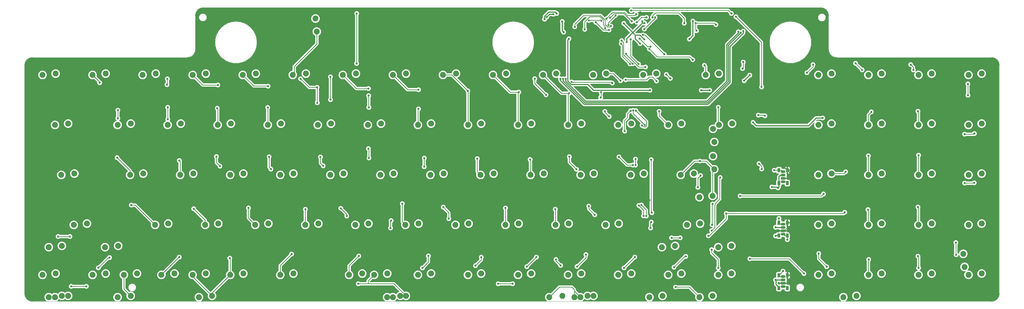
<source format=gbr>
%TF.GenerationSoftware,KiCad,Pcbnew,(6.99.0-5337-gc57e6db79a-dirty)*%
%TF.CreationDate,2023-01-28T10:10:51-05:00*%
%TF.ProjectId,m0116,6d303131-362e-46b6-9963-61645f706362,rev?*%
%TF.SameCoordinates,Original*%
%TF.FileFunction,Copper,L1,Top*%
%TF.FilePolarity,Positive*%
%FSLAX46Y46*%
G04 Gerber Fmt 4.6, Leading zero omitted, Abs format (unit mm)*
G04 Created by KiCad (PCBNEW (6.99.0-5337-gc57e6db79a-dirty)) date 2023-01-28 10:10:51*
%MOMM*%
%LPD*%
G01*
G04 APERTURE LIST*
%TA.AperFunction,ComponentPad*%
%ADD10C,2.250000*%
%TD*%
%TA.AperFunction,SMDPad,CuDef*%
%ADD11R,1.000000X1.500000*%
%TD*%
%TA.AperFunction,ComponentPad*%
%ADD12O,1.800000X1.070000*%
%TD*%
%TA.AperFunction,ComponentPad*%
%ADD13R,1.800000X1.070000*%
%TD*%
%TA.AperFunction,ViaPad*%
%ADD14C,0.800000*%
%TD*%
%TA.AperFunction,Conductor*%
%ADD15C,0.400000*%
%TD*%
%TA.AperFunction,Conductor*%
%ADD16C,0.250000*%
%TD*%
%TA.AperFunction,Profile*%
%ADD17C,0.150000*%
%TD*%
%TA.AperFunction,Profile*%
%ADD18C,0.050000*%
%TD*%
%TA.AperFunction,Profile*%
%ADD19C,0.200000*%
%TD*%
G04 APERTURE END LIST*
D10*
%TO.P,SW_BACKSL_2,2,ROW*%
%TO.N,Net-(D12-A)*%
X273250000Y-63215000D03*
%TO.P,SW_BACKSL_2,1,COL*%
%TO.N,COL13*%
X268250000Y-63715000D03*
%TD*%
D11*
%TO.P,LED1,1,VCC*%
%TO.N,+5V*%
X291089999Y-125889999D03*
D12*
X292689999Y-122804999D03*
D11*
%TO.P,LED1,2,DOUT*%
%TO.N,unconnected-(LED1-DOUT-Pad2)*%
X294289999Y-125889999D03*
D12*
X292689999Y-125344999D03*
D13*
%TO.P,LED1,3,GND*%
%TO.N,GND*%
X292689999Y-124074999D03*
D11*
X294289999Y-120989999D03*
D12*
%TO.P,LED1,4,DIN*%
%TO.N,Net-(LED1-DIN)*%
X292689999Y-121534999D03*
D11*
X291089999Y-120989999D03*
%TD*%
%TO.P,LED2,1,VCC*%
%TO.N,+5V*%
X291089999Y-105889999D03*
D12*
X292689999Y-102804999D03*
D11*
%TO.P,LED2,2,DOUT*%
%TO.N,Net-(LED1-DIN)*%
X294289999Y-105889999D03*
D12*
X292689999Y-105344999D03*
D13*
%TO.P,LED2,3,GND*%
%TO.N,GND*%
X292689999Y-104074999D03*
D11*
X294289999Y-100989999D03*
D12*
%TO.P,LED2,4,DIN*%
%TO.N,Net-(LED2-DIN)*%
X292689999Y-101534999D03*
D11*
X291089999Y-100989999D03*
%TD*%
%TO.P,LED3,1,VCC*%
%TO.N,+5V*%
X291089999Y-85889999D03*
D12*
X292689999Y-82804999D03*
D11*
%TO.P,LED3,2,DOUT*%
%TO.N,Net-(LED2-DIN)*%
X294289999Y-85889999D03*
D12*
X292689999Y-85344999D03*
D13*
%TO.P,LED3,3,GND*%
%TO.N,GND*%
X292689999Y-84074999D03*
D11*
X294289999Y-80989999D03*
D12*
%TO.P,LED3,4,DIN*%
%TO.N,LEDDINC*%
X292689999Y-81534999D03*
D11*
X291089999Y-80989999D03*
%TD*%
D10*
%TO.P,SW_LGUI_1,1,COL*%
%TO.N,COL2*%
X56063750Y-120865000D03*
%TO.P,SW_LGUI_1,2,ROW*%
%TO.N,Net-(D97-A)*%
X61063750Y-120365000D03*
%TD*%
%TO.P,SW_L_1,1,COL*%
%TO.N,COL9*%
X196557500Y-82765000D03*
%TO.P,SW_L_1,2,ROW*%
%TO.N,Net-(D67-A)*%
X201557500Y-82265000D03*
%TD*%
%TO.P,SW_TAB_1,1,COL*%
%TO.N,COL0*%
X15582500Y-63715000D03*
%TO.P,SW_TAB_1,2,ROW*%
%TO.N,Net-(D39-A)*%
X20582500Y-63215000D03*
%TD*%
%TO.P,SW_KPMINUS_1,1,COL*%
%TO.N,COL17*%
X363245000Y-82765000D03*
%TO.P,SW_KPMINUS_1,2,ROW*%
%TO.N,Net-(D55-A)*%
X368245000Y-82265000D03*
%TD*%
%TO.P,SW_KP7_1,1,COL*%
%TO.N,COL14*%
X306095000Y-63715000D03*
%TO.P,SW_KP7_1,2,ROW*%
%TO.N,Net-(D52-A)*%
X311095000Y-63215000D03*
%TD*%
%TO.P,SW_RALT_1,1,COL*%
%TO.N,COL8*%
X172745000Y-120865000D03*
%TO.P,SW_RALT_1,2,ROW*%
%TO.N,Net-(D7-A)*%
X177745000Y-120365000D03*
%TD*%
%TO.P,SW_UPX_2,1,COL*%
%TO.N,COL12*%
X272995000Y-109815000D03*
%TO.P,SW_UPX_2,2,ROW*%
%TO.N,Net-(D89-A)*%
X267995000Y-110315000D03*
%TD*%
%TO.P,SW_SP2_2,1,COL*%
%TO.N,COL6*%
X149170000Y-128865000D03*
%TO.P,SW_SP2_2,2,ROW*%
%TO.N,Net-(D99-A)*%
X144170000Y-129365000D03*
%TD*%
%TO.P,SW_9_1,1,COL*%
%TO.N,COL9*%
X182270000Y-44665000D03*
%TO.P,SW_9_1,2,ROW*%
%TO.N,Net-(D28-A)*%
X187270000Y-44165000D03*
%TD*%
%TO.P,SW_SP2_3,1,COL*%
%TO.N,COL6*%
X137026250Y-120865000D03*
%TO.P,SW_SP2_3,2,ROW*%
%TO.N,Net-(D99-A)*%
X142026250Y-120365000D03*
%TD*%
%TO.P,SW_KP4_1,1,COL*%
%TO.N,COL14*%
X306095000Y-82765000D03*
%TO.P,SW_KP4_1,2,ROW*%
%TO.N,Net-(D72-A)*%
X311095000Y-82265000D03*
%TD*%
%TO.P,SW_1_1,1,COL*%
%TO.N,COL1*%
X29870000Y-44665000D03*
%TO.P,SW_1_1,2,ROW*%
%TO.N,Net-(D20-A)*%
X34870000Y-44165000D03*
%TD*%
%TO.P,SW_EQ_1,1,COL*%
%TO.N,COL12*%
X239420000Y-44665000D03*
%TO.P,SW_EQ_1,2,ROW*%
%TO.N,Net-(D31-A)*%
X244420000Y-44165000D03*
%TD*%
%TO.P,SW_BACKSL_1,1,COL*%
%TO.N,COL13*%
X266495000Y-70215000D03*
%TO.P,SW_BACKSL_1,2,ROW*%
%TO.N,Net-(D12-A)*%
X265995000Y-65215000D03*
%TD*%
%TO.P,SW_POW_1,1,COL*%
%TO.N,COL5*%
X115220000Y-28165000D03*
%TO.P,SW_POW_1,2,ROW*%
%TO.N,Net-(D82-A)*%
X114720000Y-23165000D03*
%TD*%
%TO.P,SW_ENTER_2,1,COL*%
%TO.N,COL12*%
X266495000Y-80615000D03*
%TO.P,SW_ENTER_2,2,ROW*%
%TO.N,Net-(D70-A)*%
X265995000Y-75615000D03*
%TD*%
%TO.P,SW_LCTRL_3,1,COL*%
%TO.N,COL1*%
X18201250Y-128865000D03*
%TO.P,SW_LCTRL_3,2,ROW*%
%TO.N,Net-(D96-A)*%
X13201250Y-129365000D03*
%TD*%
%TO.P,SW_KPPLUS_1,1,COL*%
%TO.N,COL17*%
X363245000Y-63715000D03*
%TO.P,SW_KPPLUS_1,2,ROW*%
%TO.N,Net-(D36-A)*%
X368245000Y-63215000D03*
%TD*%
%TO.P,SW_Y_1,1,COL*%
%TO.N,COL6*%
X134645000Y-63715000D03*
%TO.P,SW_Y_1,2,ROW*%
%TO.N,Net-(D45-A)*%
X139645000Y-63215000D03*
%TD*%
%TO.P,SW_F_1,1,COL*%
%TO.N,COL4*%
X101307500Y-82765000D03*
%TO.P,SW_F_1,2,ROW*%
%TO.N,Net-(D62-A)*%
X106307500Y-82265000D03*
%TD*%
%TO.P,SW_V_1,1,COL*%
%TO.N,COL4*%
X110832500Y-101815000D03*
%TO.P,SW_V_1,2,ROW*%
%TO.N,Net-(D81-A)*%
X115832500Y-101315000D03*
%TD*%
%TO.P,SW_X_1,1,COL*%
%TO.N,COL2*%
X72732500Y-101815000D03*
%TO.P,SW_X_1,2,ROW*%
%TO.N,Net-(D79-A)*%
X77732500Y-101315000D03*
%TD*%
%TO.P,SW_B_1,1,COL*%
%TO.N,COL5*%
X129882500Y-101815000D03*
%TO.P,SW_B_1,2,ROW*%
%TO.N,Net-(D105-A)*%
X134882500Y-101315000D03*
%TD*%
%TO.P,SW_KP2_1,1,COL*%
%TO.N,COL15*%
X325145000Y-101815000D03*
%TO.P,SW_KP2_1,2,ROW*%
%TO.N,Net-(D92-A)*%
X330145000Y-101315000D03*
%TD*%
%TO.P,SW_2_1,1,COL*%
%TO.N,COL2*%
X48920000Y-44665000D03*
%TO.P,SW_2_1,2,ROW*%
%TO.N,Net-(D21-A)*%
X53920000Y-44165000D03*
%TD*%
%TO.P,SW_COMMA_1,1,COL*%
%TO.N,COL8*%
X187032500Y-101815000D03*
%TO.P,SW_COMMA_1,2,ROW*%
%TO.N,Net-(D85-A)*%
X192032500Y-101315000D03*
%TD*%
%TO.P,SW_KPENT_2,1,COL*%
%TO.N,COL17*%
X361745000Y-117840000D03*
%TO.P,SW_KPENT_2,2,ROW*%
%TO.N,Net-(D93-A)*%
X361245000Y-112840000D03*
%TD*%
%TO.P,SW_E_1,1,COL*%
%TO.N,COL3*%
X77495000Y-63715000D03*
%TO.P,SW_E_1,2,ROW*%
%TO.N,Net-(D42-A)*%
X82495000Y-63215000D03*
%TD*%
%TO.P,SW_ENTER_3,1,COL*%
%TO.N,COL12*%
X253707500Y-82765000D03*
%TO.P,SW_ENTER_3,2,ROW*%
%TO.N,Net-(D70-A)*%
X258707500Y-82265000D03*
%TD*%
%TO.P,SW_U_1,1,COL*%
%TO.N,COL7*%
X153695000Y-63715000D03*
%TO.P,SW_U_1,2,ROW*%
%TO.N,Net-(D46-A)*%
X158695000Y-63215000D03*
%TD*%
%TO.P,SW_J_1,1,COL*%
%TO.N,COL7*%
X158457500Y-82765000D03*
%TO.P,SW_J_1,2,ROW*%
%TO.N,Net-(D65-A)*%
X163457500Y-82265000D03*
%TD*%
%TO.P,SW_APOS_1,1,COL*%
%TO.N,COL11*%
X234657500Y-82765000D03*
%TO.P,SW_APOS_1,2,ROW*%
%TO.N,Net-(D69-A)*%
X239657500Y-82265000D03*
%TD*%
%TO.P,SW_LALT_3,1,COL*%
%TO.N,COL3*%
X75351250Y-128865000D03*
%TO.P,SW_LALT_3,2,ROW*%
%TO.N,Net-(D98-A)*%
X70351250Y-129365000D03*
%TD*%
%TO.P,SW_M_1,1,COL*%
%TO.N,COL7*%
X167982500Y-101815000D03*
%TO.P,SW_M_1,2,ROW*%
%TO.N,Net-(D84-A)*%
X172982500Y-101315000D03*
%TD*%
%TO.P,SW_SP2_4,1,COL*%
%TO.N,COL6*%
X147000000Y-128865000D03*
%TO.P,SW_SP2_4,2,ROW*%
%TO.N,Net-(D99-A)*%
X142000000Y-129365000D03*
%TD*%
%TO.P,SW_W_1,1,COL*%
%TO.N,COL2*%
X58445000Y-63715000D03*
%TO.P,SW_W_1,2,ROW*%
%TO.N,Net-(D41-A)*%
X63445000Y-63215000D03*
%TD*%
%TO.P,SW_CCTRL_1,1,COL*%
%TO.N,COL0*%
X17963750Y-82765000D03*
%TO.P,SW_CCTRL_1,2,ROW*%
%TO.N,Net-(D57-A)*%
X22963750Y-82265000D03*
%TD*%
%TO.P,SW_5_1,1,COL*%
%TO.N,COL5*%
X106070000Y-44665000D03*
%TO.P,SW_5_1,2,ROW*%
%TO.N,Net-(D24-A)*%
X111070000Y-44165000D03*
%TD*%
%TO.P,SW_LCTRL_2,1,COL*%
%TO.N,COL1*%
X29870000Y-120865000D03*
%TO.P,SW_LCTRL_2,2,ROW*%
%TO.N,Net-(D96-A)*%
X34870000Y-120365000D03*
%TD*%
%TO.P,SW_LALT_1,1,COL*%
%TO.N,COL3*%
X82257500Y-120865000D03*
%TO.P,SW_LALT_1,2,ROW*%
%TO.N,Net-(D98-A)*%
X87257500Y-120365000D03*
%TD*%
%TO.P,SW_RGUI_1,1,COL*%
%TO.N,COL9*%
X191795000Y-120865000D03*
%TO.P,SW_RGUI_1,2,ROW*%
%TO.N,Net-(D100-A)*%
X196795000Y-120365000D03*
%TD*%
%TO.P,SW_RSUP1_1,1,COL*%
%TO.N,COL11*%
X229895000Y-120865000D03*
%TO.P,SW_RSUP1_1,2,ROW*%
%TO.N,Net-(D101-A)*%
X234895000Y-120365000D03*
%TD*%
%TO.P,SW_S_1,1,COL*%
%TO.N,COL2*%
X63207500Y-82765000D03*
%TO.P,SW_S_1,2,ROW*%
%TO.N,Net-(D60-A)*%
X68207500Y-82265000D03*
%TD*%
%TO.P,SW_RALT_4,1,COL*%
%TO.N,COL8*%
X220500000Y-128865000D03*
%TO.P,SW_RALT_4,2,ROW*%
%TO.N,Net-(D7-A)*%
X215500000Y-129365000D03*
%TD*%
%TO.P,SW_LSH_1,1,COL*%
%TO.N,COL0*%
X22726250Y-101815000D03*
%TO.P,SW_LSH_1,2,ROW*%
%TO.N,Net-(D1-A)*%
X27726250Y-101315000D03*
%TD*%
%TO.P,SW_R_1,1,COL*%
%TO.N,COL4*%
X96545000Y-63715000D03*
%TO.P,SW_R_1,2,ROW*%
%TO.N,Net-(D43-A)*%
X101545000Y-63215000D03*
%TD*%
%TO.P,SW_D_1,1,COL*%
%TO.N,COL3*%
X82257500Y-82765000D03*
%TO.P,SW_D_1,2,ROW*%
%TO.N,Net-(D61-A)*%
X87257500Y-82265000D03*
%TD*%
%TO.P,SW_P_1,1,COL*%
%TO.N,COL10*%
X210845000Y-63715000D03*
%TO.P,SW_P_1,2,ROW*%
%TO.N,Net-(D49-A)*%
X215845000Y-63215000D03*
%TD*%
%TO.P,SW_C_1,1,COL*%
%TO.N,COL3*%
X91782500Y-101815000D03*
%TO.P,SW_C_1,2,ROW*%
%TO.N,Net-(D80-A)*%
X96782500Y-101315000D03*
%TD*%
%TO.P,SW_O_1,1,COL*%
%TO.N,COL9*%
X191795000Y-63715000D03*
%TO.P,SW_O_1,2,ROW*%
%TO.N,Net-(D48-A)*%
X196795000Y-63215000D03*
%TD*%
%TO.P,SW_RSH_2,1,COL*%
%TO.N,COL11*%
X251563750Y-109815000D03*
%TO.P,SW_RSH_2,2,ROW*%
%TO.N,Net-(D88-A)*%
X246563750Y-110315000D03*
%TD*%
%TO.P,SW_RALT_2,1,COL*%
%TO.N,COL8*%
X218226250Y-128865000D03*
%TO.P,SW_RALT_2,2,ROW*%
%TO.N,Net-(D7-A)*%
X213226250Y-129365000D03*
%TD*%
%TO.P,SW_ESC_1,1,COL*%
%TO.N,COL0*%
X10820000Y-44665000D03*
%TO.P,SW_ESC_1,2,ROW*%
%TO.N,Net-(D19-A)*%
X15820000Y-44165000D03*
%TD*%
%TO.P,SW_0_1,1,COL*%
%TO.N,COL10*%
X201320000Y-44665000D03*
%TO.P,SW_0_1,2,ROW*%
%TO.N,Net-(D29-A)*%
X206320000Y-44165000D03*
%TD*%
%TO.P,SW_LALT_2,1,COL*%
%TO.N,COL3*%
X67970000Y-120865000D03*
%TO.P,SW_LALT_2,2,ROW*%
%TO.N,Net-(D98-A)*%
X72970000Y-120365000D03*
%TD*%
%TO.P,SW_KPEQ_1,1,COL*%
%TO.N,COL15*%
X325145000Y-44665000D03*
%TO.P,SW_KPEQ_1,2,ROW*%
%TO.N,Net-(D34-A)*%
X330145000Y-44165000D03*
%TD*%
%TO.P,SW_BS_1,1,COL*%
%TO.N,COL13*%
X263232500Y-44665000D03*
%TO.P,SW_BS_1,2,ROW*%
%TO.N,Net-(D32-A)*%
X268232500Y-44165000D03*
%TD*%
%TO.P,SW_KP9_1,1,COL*%
%TO.N,COL16*%
X344195000Y-63715000D03*
%TO.P,SW_KP9_1,2,ROW*%
%TO.N,Net-(D53-A)*%
X349195000Y-63215000D03*
%TD*%
%TO.P,SW_K_1,1,COL*%
%TO.N,COL8*%
X177507500Y-82765000D03*
%TO.P,SW_K_1,2,ROW*%
%TO.N,Net-(D66-A)*%
X182507500Y-82265000D03*
%TD*%
%TO.P,SW_Q_1,1,COL*%
%TO.N,COL1*%
X39395000Y-63715000D03*
%TO.P,SW_Q_1,2,ROW*%
%TO.N,Net-(D40-A)*%
X44395000Y-63215000D03*
%TD*%
%TO.P,SW_LSH_2,1,COL*%
%TO.N,COL0*%
X18201250Y-109815000D03*
%TO.P,SW_LSH_2,2,ROW*%
%TO.N,Net-(D1-A)*%
X13201250Y-110315000D03*
%TD*%
%TO.P,SW_LBRC_1,1,COL*%
%TO.N,COL11*%
X229895000Y-63715000D03*
%TO.P,SW_LBRC_1,2,ROW*%
%TO.N,Net-(D50-A)*%
X234895000Y-63215000D03*
%TD*%
%TO.P,SW_MINUS_1,1,COL*%
%TO.N,COL11*%
X220370000Y-44665000D03*
%TO.P,SW_MINUS_1,2,ROW*%
%TO.N,Net-(D30-A)*%
X225370000Y-44165000D03*
%TD*%
%TO.P,SW_RSUP3_1,1,COL*%
%TO.N,COL13*%
X267995000Y-120865000D03*
%TO.P,SW_RSUP3_1,2,ROW*%
%TO.N,Net-(D106-A)*%
X272995000Y-120365000D03*
%TD*%
%TO.P,SW_KPPER_1,1,COL*%
%TO.N,COL16*%
X344195000Y-120865000D03*
%TO.P,SW_KPPER_1,2,ROW*%
%TO.N,Net-(D108-A)*%
X349195000Y-120365000D03*
%TD*%
%TO.P,SW_Z_1,1,COL*%
%TO.N,COL1*%
X53682500Y-101815000D03*
%TO.P,SW_Z_1,2,ROW*%
%TO.N,Net-(D78-A)*%
X58682500Y-101315000D03*
%TD*%
%TO.P,SW_RALT_3,1,COL*%
%TO.N,COL8*%
X208701250Y-128865000D03*
%TO.P,SW_RALT_3,2,ROW*%
%TO.N,Net-(D7-A)*%
X203701250Y-129365000D03*
%TD*%
%TO.P,SW_A_1,1,COL*%
%TO.N,COL1*%
X44157500Y-82765000D03*
%TO.P,SW_A_1,2,ROW*%
%TO.N,Net-(D59-A)*%
X49157500Y-82265000D03*
%TD*%
%TO.P,SW_KPENTX_1,1,COL*%
%TO.N,COL17*%
X363245000Y-101815000D03*
%TO.P,SW_KPENTX_1,2,ROW*%
%TO.N,Net-(D75-A)*%
X368245000Y-101315000D03*
%TD*%
%TO.P,SW_KPMULT_1,1,COL*%
%TO.N,COL17*%
X363245000Y-44665000D03*
%TO.P,SW_KPMULT_1,2,ROW*%
%TO.N,Net-(D16-A)*%
X368245000Y-44165000D03*
%TD*%
%TO.P,SW_KP5_1,1,COL*%
%TO.N,COL15*%
X325145000Y-82765000D03*
%TO.P,SW_KP5_1,2,ROW*%
%TO.N,Net-(D73-A)*%
X330145000Y-82265000D03*
%TD*%
%TO.P,SW_LCTRL_1,1,COL*%
%TO.N,COL1*%
X20582500Y-128865000D03*
%TO.P,SW_LCTRL_1,2,ROW*%
%TO.N,Net-(D96-A)*%
X15582500Y-129365000D03*
%TD*%
%TO.P,SW_RGUI_2,1,COL*%
%TO.N,COL9*%
X246801250Y-128865000D03*
%TO.P,SW_RGUI_2,2,ROW*%
%TO.N,Net-(D100-A)*%
X241801250Y-129365000D03*
%TD*%
%TO.P,SW_KP1_1,1,COL*%
%TO.N,COL14*%
X306095000Y-101815000D03*
%TO.P,SW_KP1_1,2,ROW*%
%TO.N,Net-(D91-A)*%
X311095000Y-101315000D03*
%TD*%
%TO.P,SW_LGUI_2,1,COL*%
%TO.N,COL2*%
X41776250Y-120865000D03*
%TO.P,SW_LGUI_2,2,ROW*%
%TO.N,Net-(D97-A)*%
X46776250Y-120365000D03*
%TD*%
%TO.P,SW_ENTER_1,1,COL*%
%TO.N,COL12*%
X265851250Y-90765000D03*
%TO.P,SW_ENTER_1,2,ROW*%
%TO.N,Net-(D70-A)*%
X260851250Y-91265000D03*
%TD*%
%TO.P,SW_KPDIV_1,1,COL*%
%TO.N,COL16*%
X344195000Y-44665000D03*
%TO.P,SW_KPDIV_1,2,ROW*%
%TO.N,Net-(D35-A)*%
X349195000Y-44165000D03*
%TD*%
%TO.P,SW_H_1,1,COL*%
%TO.N,COL6*%
X139407500Y-82765000D03*
%TO.P,SW_H_1,2,ROW*%
%TO.N,Net-(D64-A)*%
X144407500Y-82265000D03*
%TD*%
%TO.P,SW_8_1,1,COL*%
%TO.N,COL8*%
X163220000Y-44665000D03*
%TO.P,SW_8_1,2,ROW*%
%TO.N,Net-(D27-A)*%
X168220000Y-44165000D03*
%TD*%
%TO.P,SW_T_1,1,COL*%
%TO.N,COL5*%
X115595000Y-63715000D03*
%TO.P,SW_T_1,2,ROW*%
%TO.N,Net-(D44-A)*%
X120595000Y-63215000D03*
%TD*%
%TO.P,SW_N_1,1,COL*%
%TO.N,COL6*%
X148932500Y-101815000D03*
%TO.P,SW_N_1,2,ROW*%
%TO.N,Net-(D83-A)*%
X153932500Y-101315000D03*
%TD*%
%TO.P,SW_RBRC_1,1,COL*%
%TO.N,COL12*%
X248945000Y-63715000D03*
%TO.P,SW_RBRC_1,2,ROW*%
%TO.N,Net-(D51-A)*%
X253945000Y-63215000D03*
%TD*%
%TO.P,SW_CAPS_2,1,COL*%
%TO.N,COL0*%
X39632500Y-109815000D03*
%TO.P,SW_CAPS_2,2,ROW*%
%TO.N,Net-(D104-A)*%
X34632500Y-110315000D03*
%TD*%
%TO.P,SW_KP0_1,1,COL*%
%TO.N,COL14*%
X306095000Y-120865000D03*
%TO.P,SW_KP0_1,2,ROW*%
%TO.N,Net-(D107-A)*%
X311095000Y-120365000D03*
%TD*%
%TO.P,SW_KP3_1,1,COL*%
%TO.N,COL16*%
X344195000Y-101815000D03*
%TO.P,SW_KP3_1,2,ROW*%
%TO.N,Net-(D74-A)*%
X349195000Y-101315000D03*
%TD*%
%TO.P,SW_SP3_1,1,COL*%
%TO.N,COL7*%
X153695000Y-120865000D03*
%TO.P,SW_SP3_1,2,ROW*%
%TO.N,Net-(D6-A)*%
X158695000Y-120365000D03*
%TD*%
%TO.P,SW_SP1_1,1,COL*%
%TO.N,COL4*%
X101307500Y-120865000D03*
%TO.P,SW_SP1_1,2,ROW*%
%TO.N,Net-(D2-A)*%
X106307500Y-120365000D03*
%TD*%
%TO.P,SW_4_1,1,COL*%
%TO.N,COL4*%
X87020000Y-44665000D03*
%TO.P,SW_4_1,2,ROW*%
%TO.N,Net-(D23-A)*%
X92020000Y-44165000D03*
%TD*%
%TO.P,SW_7_1,1,COL*%
%TO.N,COL7*%
X144170000Y-44665000D03*
%TO.P,SW_7_1,2,ROW*%
%TO.N,Net-(D26-A)*%
X149170000Y-44165000D03*
%TD*%
%TO.P,SW_RCTRL_2,1,COL*%
%TO.N,COL10*%
X265851250Y-128865000D03*
%TO.P,SW_RCTRL_2,2,ROW*%
%TO.N,Net-(D8-A)*%
X260851250Y-129365000D03*
%TD*%
%TO.P,SW_SLASH_1,1,COL*%
%TO.N,COL10*%
X225132500Y-101815000D03*
%TO.P,SW_SLASH_1,2,ROW*%
%TO.N,Net-(D87-A)*%
X230132500Y-101315000D03*
%TD*%
%TO.P,SW_6_1,1,COL*%
%TO.N,COL6*%
X125120000Y-44665000D03*
%TO.P,SW_6_1,2,ROW*%
%TO.N,Net-(D25-A)*%
X130120000Y-44165000D03*
%TD*%
%TO.P,SW_CAPS_1,1,COL*%
%TO.N,COL0*%
X10820000Y-120865000D03*
%TO.P,SW_CAPS_1,2,ROW*%
%TO.N,Net-(D104-A)*%
X15820000Y-120365000D03*
%TD*%
%TO.P,SW_RSUP2_1,1,COL*%
%TO.N,COL12*%
X248945000Y-120865000D03*
%TO.P,SW_RSUP2_1,2,ROW*%
%TO.N,Net-(D102-A)*%
X253945000Y-120365000D03*
%TD*%
%TO.P,SW_3_1,1,COL*%
%TO.N,COL3*%
X67970000Y-44665000D03*
%TO.P,SW_3_1,2,ROW*%
%TO.N,Net-(D22-A)*%
X72970000Y-44165000D03*
%TD*%
%TO.P,SW_KPENT_1,1,COL*%
%TO.N,COL17*%
X363245000Y-120865000D03*
%TO.P,SW_KPENT_1,2,ROW*%
%TO.N,Net-(D93-A)*%
X368245000Y-120365000D03*
%TD*%
%TO.P,SW_KP0_2,1,COL*%
%TO.N,COL14*%
X320620000Y-128865000D03*
%TO.P,SW_KP0_2,2,ROW*%
%TO.N,Net-(D107-A)*%
X315620000Y-129365000D03*
%TD*%
%TO.P,SW_KP0X_1,1,COL*%
%TO.N,COL15*%
X325145000Y-120865000D03*
%TO.P,SW_KP0X_1,2,ROW*%
%TO.N,Net-(D103-A)*%
X330145000Y-120365000D03*
%TD*%
%TO.P,SW_PER_1,1,COL*%
%TO.N,COL9*%
X206082500Y-101815000D03*
%TO.P,SW_PER_1,2,ROW*%
%TO.N,Net-(D86-A)*%
X211082500Y-101315000D03*
%TD*%
%TO.P,SW_SP2_1,1,COL*%
%TO.N,COL6*%
X127501250Y-120865000D03*
%TO.P,SW_SP2_1,2,ROW*%
%TO.N,Net-(D99-A)*%
X132501250Y-120365000D03*
%TD*%
%TO.P,SW_KPCLR_1,1,COL*%
%TO.N,COL14*%
X306095000Y-44665000D03*
%TO.P,SW_KPCLR_1,2,ROW*%
%TO.N,Net-(D33-A)*%
X311095000Y-44165000D03*
%TD*%
%TO.P,SW_COLON_1,1,COL*%
%TO.N,COL10*%
X215607500Y-82765000D03*
%TO.P,SW_COLON_1,2,ROW*%
%TO.N,Net-(D68-A)*%
X220607500Y-82265000D03*
%TD*%
%TO.P,SW_RCTRL_1,1,COL*%
%TO.N,COL10*%
X210845000Y-120865000D03*
%TO.P,SW_RCTRL_1,2,ROW*%
%TO.N,Net-(D8-A)*%
X215845000Y-120365000D03*
%TD*%
%TO.P,SW_G_1,1,COL*%
%TO.N,COL5*%
X120357500Y-82765000D03*
%TO.P,SW_G_1,2,ROW*%
%TO.N,Net-(D63-A)*%
X125357500Y-82265000D03*
%TD*%
%TO.P,SW_I_1,1,COL*%
%TO.N,COL8*%
X172745000Y-63715000D03*
%TO.P,SW_I_1,2,ROW*%
%TO.N,Net-(D47-A)*%
X177745000Y-63215000D03*
%TD*%
%TO.P,SW_KP6_1,1,COL*%
%TO.N,COL16*%
X344195000Y-82765000D03*
%TO.P,SW_KP6_1,2,ROW*%
%TO.N,Net-(D54-A)*%
X349195000Y-82265000D03*
%TD*%
%TO.P,SW_LGUI_3,1,COL*%
%TO.N,COL2*%
X44395000Y-128865000D03*
%TO.P,SW_LGUI_3,2,ROW*%
%TO.N,Net-(D97-A)*%
X39395000Y-129365000D03*
%TD*%
%TO.P,SW_KP8_1,1,COL*%
%TO.N,COL15*%
X325145000Y-63715000D03*
%TO.P,SW_KP8_1,2,ROW*%
%TO.N,Net-(D109-A)*%
X330145000Y-63215000D03*
%TD*%
%TO.P,SW_RSH_1,1,COL*%
%TO.N,COL11*%
X256088750Y-101815000D03*
%TO.P,SW_RSH_1,2,ROW*%
%TO.N,Net-(D88-A)*%
X261088750Y-101315000D03*
%TD*%
D14*
%TO.N,+5V*%
X289820000Y-102706000D03*
X261500000Y-50500000D03*
X289820000Y-106008000D03*
X242000000Y-50500000D03*
X209155404Y-28344596D03*
X288425000Y-87370000D03*
X289820000Y-122772000D03*
X280000000Y-44750000D03*
X264750000Y-50500000D03*
X277875000Y-46875000D03*
X211175000Y-30905000D03*
X208630000Y-24310000D03*
X290765000Y-87740000D03*
%TO.N,Net-(D1-A)*%
X21250000Y-106250000D03*
X16750000Y-106250000D03*
%TO.N,ROW2*%
X234640000Y-58330000D03*
X308040000Y-90040000D03*
X235428800Y-40432545D03*
X231230047Y-31606221D03*
X232370000Y-66100000D03*
X276310000Y-90790000D03*
%TO.N,ROW4*%
X236500000Y-76750000D03*
X242250000Y-103000000D03*
X236500000Y-79000000D03*
X240641896Y-98427297D03*
X242500000Y-100750000D03*
X143490000Y-100180000D03*
X239012252Y-63902842D03*
X280020000Y-114750000D03*
X238766176Y-94247332D03*
X236628870Y-58257411D03*
X300610000Y-120370000D03*
X143270000Y-103020000D03*
%TO.N,Net-(D55-A)*%
X361780000Y-85910000D03*
X365420000Y-85780000D03*
%TO.N,Net-(D30-A)*%
X230790000Y-46880000D03*
%TO.N,Net-(D31-A)*%
X248250000Y-44500000D03*
X249750000Y-46000000D03*
%TO.N,Net-(D36-A)*%
X361750000Y-67250000D03*
X365500000Y-67000000D03*
%TO.N,Net-(D70-A)*%
X261250000Y-83000000D03*
X260250000Y-87500000D03*
%TO.N,Net-(D96-A)*%
X21750000Y-125250000D03*
X27500000Y-125250000D03*
%TO.N,Net-(LED1-DIN)*%
X294290000Y-107460000D03*
X292655000Y-119425000D03*
%TO.N,Net-(LED2-DIN)*%
X291090000Y-99360000D03*
%TO.N,Net-(D88-A)*%
X253500000Y-106750000D03*
X250250000Y-106750000D03*
%TO.N,COL5*%
X109050000Y-46155500D03*
X115330000Y-49404500D03*
X117630000Y-79300000D03*
X124360000Y-95530000D03*
X116600000Y-75940000D03*
X126600000Y-98440000D03*
X115390000Y-55270000D03*
%TO.N,COL1*%
X226200000Y-25664500D03*
X228958391Y-22004500D03*
X44610000Y-94270000D03*
X32080000Y-118160000D03*
X36330000Y-114280000D03*
X32580000Y-47630000D03*
X39510000Y-61200000D03*
X39230000Y-76190000D03*
X39510000Y-58110000D03*
%TO.N,COL2*%
X212180497Y-47350497D03*
X58200000Y-48404500D03*
X62900000Y-77280000D03*
X58510000Y-61580000D03*
X227670000Y-47780000D03*
X58470000Y-57020000D03*
X58340000Y-46155500D03*
X68380000Y-95670000D03*
X62860000Y-114100000D03*
%TO.N,COL3*%
X77320000Y-57340000D03*
X77580000Y-48504500D03*
X78350000Y-79440000D03*
X77000000Y-75780000D03*
X89190000Y-95350000D03*
X82090000Y-114500000D03*
%TO.N,COL4*%
X105630000Y-112930000D03*
X110860000Y-95890000D03*
X96550000Y-57100000D03*
X97730000Y-80560000D03*
X97060000Y-75890000D03*
X96680000Y-48954500D03*
%TO.N,ROW3*%
X264250000Y-106000000D03*
X316130000Y-97010000D03*
X271030000Y-97480000D03*
X242750000Y-97165000D03*
X242500000Y-77000000D03*
X235631016Y-58200030D03*
X240000000Y-63750000D03*
%TO.N,BUZIN*%
X277500000Y-39750000D03*
X258304643Y-38879143D03*
X241747163Y-34755142D03*
X277250000Y-42250000D03*
%TO.N,VBUS*%
X277500000Y-28000000D03*
X207951494Y-46155500D03*
X206500000Y-21250000D03*
X201901000Y-23427033D03*
%TO.N,USB_DP_ESD*%
X275633475Y-28205151D03*
X209950500Y-46155500D03*
%TO.N,+3.3VA*%
X238261751Y-32722500D03*
X233130000Y-32090000D03*
X239061751Y-24247500D03*
X239809251Y-31120000D03*
X239914873Y-24883354D03*
X232067217Y-25013000D03*
%TO.N,/NRST*%
X239837637Y-27174649D03*
X243961137Y-22737797D03*
%TO.N,EEP_SCL*%
X238053403Y-30830515D03*
X242230000Y-33880000D03*
%TO.N,USB_DM*%
X217191751Y-27287500D03*
X224910000Y-26823500D03*
%TO.N,USB_DP*%
X227180000Y-26048000D03*
X213383500Y-26325417D03*
%TO.N,EEP_SDA*%
X247460000Y-36760000D03*
X239340000Y-29430000D03*
%TO.N,/BOOT0*%
X237004790Y-24544043D03*
X240711751Y-22722500D03*
X255062125Y-24937875D03*
X242961751Y-22722500D03*
%TO.N,Net-(D72-A)*%
X316484500Y-81590000D03*
%TO.N,GND*%
X266750000Y-40500000D03*
X263000000Y-89250000D03*
X262500000Y-28250000D03*
X292000000Y-78750000D03*
X163170000Y-55390000D03*
X324450000Y-54750000D03*
X158750000Y-74450000D03*
X346625000Y-75725000D03*
X258250000Y-128250000D03*
X257500000Y-41250000D03*
X231900000Y-28090000D03*
X91900000Y-53770000D03*
X225000000Y-49000000D03*
X311100000Y-113850000D03*
X228110941Y-24566095D03*
X85500000Y-52480000D03*
X234750000Y-25750000D03*
X173000000Y-73250000D03*
X216240000Y-28900000D03*
X102600000Y-74300000D03*
X286250000Y-83500000D03*
X282750000Y-83500000D03*
X235500000Y-80500000D03*
X211500000Y-113700000D03*
X126870000Y-112120000D03*
X243750000Y-27750000D03*
X313750000Y-124500000D03*
X221612059Y-48889950D03*
X113750000Y-113950000D03*
X141000000Y-126500000D03*
X218310000Y-50100000D03*
X209000000Y-31250000D03*
X344900000Y-54850000D03*
X282750000Y-46500000D03*
X134500000Y-113560000D03*
X223500000Y-46000000D03*
X194150000Y-74450000D03*
X220000000Y-121250000D03*
X141230000Y-44570000D03*
X189000000Y-119750000D03*
X241250000Y-37000000D03*
X140750000Y-52160000D03*
X267250000Y-88750000D03*
X118210000Y-52050000D03*
X359100000Y-43850000D03*
X248951751Y-27787500D03*
X13750000Y-105250000D03*
X224000000Y-126500000D03*
X204500000Y-124250000D03*
X47750000Y-123500000D03*
X239250000Y-128250000D03*
X329300000Y-93750000D03*
X199250000Y-126250000D03*
X239250000Y-76250000D03*
X137800000Y-74150000D03*
X243000000Y-29500000D03*
X210750000Y-118000000D03*
X212000000Y-30000000D03*
X122620000Y-52480000D03*
X234450000Y-73850000D03*
X241750000Y-92400000D03*
X146450000Y-56190000D03*
X78150000Y-74850000D03*
X113790000Y-43170000D03*
X345725000Y-79450000D03*
X93300000Y-113500000D03*
X229500000Y-52000000D03*
X310550000Y-93950000D03*
X73200000Y-113500000D03*
X248430000Y-111940000D03*
X261500000Y-27250000D03*
X105670000Y-52860000D03*
X330350000Y-72900000D03*
X295502500Y-105202500D03*
X236500000Y-52750000D03*
X248100000Y-53250000D03*
X60050000Y-112200000D03*
X160440000Y-44630000D03*
X230150000Y-91500000D03*
X307500000Y-125000000D03*
X249101751Y-26027500D03*
X238286751Y-20767500D03*
X312350000Y-73450000D03*
X354215965Y-43318783D03*
X326450000Y-93500000D03*
X190246000Y-43180000D03*
X188850000Y-113700000D03*
X71290000Y-54200000D03*
X103360000Y-43930000D03*
X352750000Y-62250000D03*
X238250000Y-48500000D03*
X243500000Y-127750000D03*
X255750000Y-93500000D03*
X346850000Y-93900000D03*
X171700000Y-113350000D03*
X291000000Y-124000000D03*
X51440000Y-54630000D03*
X151450000Y-113900000D03*
X204500000Y-33500000D03*
X118450000Y-74700000D03*
X249750000Y-73200000D03*
X208500000Y-33500000D03*
X295065000Y-119340000D03*
X215730000Y-26320000D03*
X177600000Y-75000000D03*
X85450000Y-113950000D03*
X212250000Y-39750000D03*
X179070000Y-44704000D03*
X229750000Y-22750000D03*
X326000000Y-40750000D03*
X346275000Y-61700000D03*
X194500000Y-123250000D03*
X221000000Y-32750000D03*
X247250000Y-42500000D03*
X212750000Y-37000000D03*
X280273402Y-39525791D03*
%TO.N,ROW0*%
X304061445Y-40735945D03*
X202470000Y-52260000D03*
X244500000Y-47000000D03*
X130400000Y-21270000D03*
X232750000Y-46500000D03*
X301750000Y-43824500D03*
X198160000Y-46120000D03*
X130370000Y-40310000D03*
%TO.N,ROW1*%
X120410000Y-45410000D03*
X231070463Y-32790403D03*
X307750000Y-61065000D03*
X234430000Y-40470000D03*
X281250000Y-62750000D03*
X120430000Y-54080000D03*
%TO.N,Net-(Q1-G)*%
X257000000Y-31000000D03*
X258332458Y-24167542D03*
%TO.N,Net-(Q2-G)*%
X259711751Y-27822500D03*
X259371751Y-24938000D03*
X267141751Y-25517500D03*
%TO.N,PB3*%
X273000000Y-21250000D03*
X283500000Y-78500000D03*
X234875000Y-20125000D03*
X274750000Y-22500000D03*
X284544500Y-80500000D03*
X284500000Y-49250000D03*
%TO.N,COL6*%
X134840000Y-72750000D03*
X131205000Y-113665000D03*
X134950000Y-52550000D03*
X134860000Y-49854500D03*
X131000000Y-124250000D03*
X135020000Y-57050000D03*
X135060000Y-76300000D03*
X147750000Y-93730000D03*
%TO.N,USB_DM_ESD*%
X205250000Y-21500000D03*
X202700500Y-22609500D03*
X276565687Y-28565687D03*
X208950997Y-46155500D03*
%TO.N,COL10*%
X220980000Y-97970000D03*
X211240000Y-51654500D03*
X211320000Y-75830000D03*
X214020000Y-80610000D03*
X218720000Y-94680000D03*
X217640000Y-113130000D03*
X214270000Y-117670000D03*
%TO.N,COL7*%
X156090000Y-79650000D03*
X153940000Y-50304500D03*
X165450000Y-99450000D03*
X156130000Y-76360000D03*
X155410000Y-118240000D03*
X157690000Y-113660000D03*
X153920000Y-57630000D03*
X163350000Y-95050000D03*
%TO.N,COL8*%
X175620000Y-117340000D03*
X176290000Y-76580000D03*
X189750000Y-124250000D03*
X184250000Y-124250000D03*
X172720000Y-50754500D03*
X187010000Y-95390000D03*
X177800000Y-114130000D03*
%TO.N,COL9*%
X198790000Y-114100000D03*
X205970000Y-95830000D03*
X208000000Y-117250000D03*
X192090000Y-51204500D03*
X196410000Y-76890000D03*
X206250000Y-115000000D03*
X195150000Y-117730000D03*
%TO.N,COL12*%
X245500000Y-58565500D03*
X255640000Y-113840000D03*
X265851250Y-93850000D03*
X251150000Y-117950000D03*
X234650000Y-31070000D03*
X261000000Y-77500000D03*
X237630000Y-40480000D03*
X265650000Y-101770000D03*
%TO.N,COL11*%
X235500497Y-79000000D03*
X239570000Y-98380000D03*
X236250000Y-114100000D03*
X224840000Y-58565500D03*
X223250000Y-53250000D03*
X226500000Y-60500000D03*
X223380000Y-51250000D03*
X237780000Y-94410000D03*
X232140000Y-118210000D03*
X230210000Y-75910000D03*
%TO.N,COL14*%
X309250000Y-117750000D03*
X306250000Y-112750000D03*
%TO.N,COL15*%
X320250000Y-40224500D03*
X325145000Y-75500000D03*
X325000000Y-96000000D03*
X326250000Y-58750000D03*
X322750000Y-42739500D03*
X325250000Y-115000000D03*
%TO.N,COL13*%
X265500000Y-111250000D03*
X268000000Y-118250000D03*
X232918000Y-36576000D03*
X262750000Y-41000000D03*
X265500000Y-104000000D03*
X267995000Y-57000000D03*
X240284000Y-41656000D03*
X268750000Y-83750000D03*
%TO.N,COL16*%
X344000000Y-113750000D03*
X342250000Y-42750000D03*
X344250000Y-118250000D03*
X344000000Y-58500000D03*
X341250000Y-40750000D03*
X344000000Y-95000000D03*
X344250000Y-75250000D03*
%TO.N,COL17*%
X363000000Y-48090000D03*
X358430000Y-108560000D03*
X363040000Y-52400000D03*
X358560000Y-113200000D03*
%TO.N,PB7*%
X236755980Y-21516631D03*
X225457790Y-23222000D03*
X223506251Y-23959224D03*
X218751751Y-23887500D03*
%TO.N,PB4*%
X235111751Y-24257500D03*
X226761751Y-22897500D03*
%TO.N,Net-(Q4-C)*%
X285750000Y-60250000D03*
X283250000Y-60000000D03*
%TO.N,LEDDINC*%
X289315000Y-80990000D03*
%TO.N,PA10*%
X226420000Y-27548000D03*
X221381751Y-24597000D03*
%TO.N,Net-(D8-A)*%
X251758479Y-125517021D03*
%TD*%
D15*
%TO.N,+5V*%
X289919000Y-102805000D02*
X289820000Y-102706000D01*
X292690000Y-122805000D02*
X289853000Y-122805000D01*
X290765000Y-87740000D02*
X291090000Y-87415000D01*
X210750000Y-47051371D02*
X211974314Y-48275686D01*
X291090000Y-125590000D02*
X290000000Y-124500000D01*
X290000000Y-122952000D02*
X289820000Y-122772000D01*
X220500000Y-50450000D02*
X241950000Y-50450000D01*
X211974314Y-48275686D02*
X218325686Y-48275686D01*
X292690000Y-102805000D02*
X289919000Y-102805000D01*
X290395000Y-87370000D02*
X290765000Y-87740000D01*
X291090000Y-85890000D02*
X291090000Y-83440978D01*
X291725978Y-82805000D02*
X292690000Y-82805000D01*
X211175000Y-30905000D02*
X210750000Y-31330000D01*
X208630000Y-27819192D02*
X208630000Y-24310000D01*
X290000000Y-124500000D02*
X290000000Y-122952000D01*
X210750000Y-31330000D02*
X210750000Y-47051371D01*
X289938000Y-105890000D02*
X289820000Y-106008000D01*
X241950000Y-50450000D02*
X242000000Y-50500000D01*
X218325686Y-48275686D02*
X220500000Y-50450000D01*
X291090000Y-87415000D02*
X291090000Y-85890000D01*
X291090000Y-83440978D02*
X291725978Y-82805000D01*
X280000000Y-44750000D02*
X277875000Y-46875000D01*
X209155404Y-28344596D02*
X208630000Y-27819192D01*
X291090000Y-105890000D02*
X289938000Y-105890000D01*
X261500000Y-50500000D02*
X264750000Y-50500000D01*
X288425000Y-87370000D02*
X290395000Y-87370000D01*
D16*
%TO.N,Net-(D1-A)*%
X16750000Y-106250000D02*
X21250000Y-106250000D01*
%TO.N,ROW2*%
X307290000Y-90790000D02*
X276310000Y-90790000D01*
X232290000Y-66020000D02*
X232370000Y-66100000D01*
X234640000Y-58330000D02*
X233445000Y-59525000D01*
X233445000Y-60925000D02*
X232290000Y-62080000D01*
X233445000Y-59525000D02*
X233445000Y-60925000D01*
X235417850Y-40432545D02*
X235428800Y-40432545D01*
X308040000Y-90040000D02*
X307290000Y-90790000D01*
X231965000Y-32341174D02*
X231965000Y-36979696D01*
X231965000Y-36979696D02*
X235417850Y-40432545D01*
X231230047Y-31606221D02*
X231965000Y-32341174D01*
X232290000Y-62080000D02*
X232290000Y-66020000D01*
%TO.N,ROW4*%
X143270000Y-103020000D02*
X143270000Y-100400000D01*
X143270000Y-100400000D02*
X143490000Y-100180000D01*
X242250000Y-103000000D02*
X242250000Y-101000000D01*
X280020000Y-114750000D02*
X294990000Y-114750000D01*
X240300305Y-64475000D02*
X240725000Y-64050305D01*
X239584410Y-64475000D02*
X240300305Y-64475000D01*
X294990000Y-114750000D02*
X300610000Y-120370000D01*
X240725000Y-64050305D02*
X240725000Y-62353541D01*
X240641896Y-98427297D02*
X240641896Y-96123052D01*
X240641896Y-96123052D02*
X238766176Y-94247332D01*
X236500000Y-79000000D02*
X236500000Y-76750000D01*
X242250000Y-101000000D02*
X242500000Y-100750000D01*
X240725000Y-62353541D02*
X236628870Y-58257411D01*
X239012252Y-63902842D02*
X239584410Y-64475000D01*
%TO.N,Net-(D55-A)*%
X365290000Y-85910000D02*
X365420000Y-85780000D01*
X361780000Y-85910000D02*
X365290000Y-85910000D01*
%TO.N,Net-(D30-A)*%
X230790000Y-46880000D02*
X228075000Y-44165000D01*
X228075000Y-44165000D02*
X225370000Y-44165000D01*
%TO.N,Net-(D31-A)*%
X249750000Y-46000000D02*
X248250000Y-44500000D01*
%TO.N,Net-(D36-A)*%
X365250000Y-67250000D02*
X365500000Y-67000000D01*
X361750000Y-67250000D02*
X365250000Y-67250000D01*
%TO.N,Net-(D70-A)*%
X260250000Y-84000000D02*
X261250000Y-83000000D01*
X260250000Y-87500000D02*
X260250000Y-84000000D01*
%TO.N,Net-(D96-A)*%
X21750000Y-125250000D02*
X27500000Y-125250000D01*
%TO.N,Net-(LED1-DIN)*%
X294290000Y-107460000D02*
X294290000Y-105890000D01*
X294290000Y-105890000D02*
X293235000Y-105890000D01*
X291090000Y-120990000D02*
X292655000Y-119425000D01*
X292690000Y-121535000D02*
X291635000Y-121535000D01*
X291635000Y-121535000D02*
X291090000Y-120990000D01*
X293235000Y-105890000D02*
X292690000Y-105345000D01*
%TO.N,Net-(LED2-DIN)*%
X292690000Y-101535000D02*
X291635000Y-101535000D01*
X292690000Y-85345000D02*
X293745000Y-85345000D01*
X291090000Y-100990000D02*
X291090000Y-99360000D01*
X293745000Y-85345000D02*
X294290000Y-85890000D01*
X291635000Y-101535000D02*
X291090000Y-100990000D01*
%TO.N,Net-(D88-A)*%
X250250000Y-106750000D02*
X253500000Y-106750000D01*
%TO.N,COL5*%
X109050000Y-46155500D02*
X112299000Y-49404500D01*
X106645000Y-41405000D02*
X115220000Y-32830000D01*
X115220000Y-32830000D02*
X115220000Y-28165000D01*
X116600000Y-78270000D02*
X116600000Y-75940000D01*
X112299000Y-49404500D02*
X115330000Y-49404500D01*
X115390000Y-49464500D02*
X115330000Y-49404500D01*
X117630000Y-79300000D02*
X116600000Y-78270000D01*
X126600000Y-97770000D02*
X124360000Y-95530000D01*
X126600000Y-98440000D02*
X126600000Y-97770000D01*
X106645000Y-44715000D02*
X106645000Y-41405000D01*
X115390000Y-55270000D02*
X115390000Y-49464500D01*
%TO.N,COL1*%
X35960000Y-114280000D02*
X36330000Y-114280000D01*
X32080000Y-118160000D02*
X35960000Y-114280000D01*
X32580000Y-47375000D02*
X29870000Y-44665000D01*
X226200000Y-25664500D02*
X226200000Y-24762891D01*
X226200000Y-24762891D02*
X228958391Y-22004500D01*
X46137500Y-94270000D02*
X44610000Y-94270000D01*
X32580000Y-47630000D02*
X32580000Y-47375000D01*
X44157500Y-82765000D02*
X44157500Y-81117500D01*
X39510000Y-58110000D02*
X39510000Y-61200000D01*
X53682500Y-101815000D02*
X46137500Y-94270000D01*
X44157500Y-81117500D02*
X39230000Y-76190000D01*
%TO.N,COL2*%
X227312629Y-47422629D02*
X227670000Y-47780000D01*
X212252629Y-47422629D02*
X227312629Y-47422629D01*
X63207500Y-77587500D02*
X63207500Y-82765000D01*
X41776250Y-126246250D02*
X41776250Y-120865000D01*
X212180497Y-47350497D02*
X212252629Y-47422629D01*
X58340000Y-48264500D02*
X58200000Y-48404500D01*
X44395000Y-128865000D02*
X41776250Y-126246250D01*
X72732500Y-101815000D02*
X72732500Y-100022500D01*
X72732500Y-100022500D02*
X68380000Y-95670000D01*
X58340000Y-46155500D02*
X58340000Y-48264500D01*
X62900000Y-77280000D02*
X63207500Y-77587500D01*
X56063750Y-120865000D02*
X62828750Y-114100000D01*
X58510000Y-57060000D02*
X58470000Y-57020000D01*
X58510000Y-61580000D02*
X58510000Y-57060000D01*
X62828750Y-114100000D02*
X62860000Y-114100000D01*
%TO.N,COL3*%
X82257500Y-114667500D02*
X82257500Y-120865000D01*
X67970000Y-44665000D02*
X71809500Y-48504500D01*
X82090000Y-114500000D02*
X82257500Y-114667500D01*
X82257500Y-120865000D02*
X75351250Y-127771250D01*
X78350000Y-79440000D02*
X77000000Y-78090000D01*
X71809500Y-48504500D02*
X77580000Y-48504500D01*
X89190000Y-95350000D02*
X89190000Y-99222500D01*
X89190000Y-99222500D02*
X91782500Y-101815000D01*
X75351250Y-128865000D02*
X67970000Y-121483750D01*
X77000000Y-78090000D02*
X77000000Y-75780000D01*
X77495000Y-57515000D02*
X77495000Y-63715000D01*
X77320000Y-57340000D02*
X77495000Y-57515000D01*
X75351250Y-127771250D02*
X75351250Y-128865000D01*
%TO.N,COL4*%
X91205000Y-48850000D02*
X87020000Y-44665000D01*
X101307500Y-120865000D02*
X101307500Y-117252500D01*
X96550000Y-57100000D02*
X96545000Y-57105000D01*
X110832500Y-95917500D02*
X110832500Y-101815000D01*
X96575500Y-48850000D02*
X91205000Y-48850000D01*
X97060000Y-79890000D02*
X97060000Y-75890000D01*
X96545000Y-57105000D02*
X96545000Y-63715000D01*
X97730000Y-80560000D02*
X97060000Y-79890000D01*
X101307500Y-117252500D02*
X105630000Y-112930000D01*
X96680000Y-48954500D02*
X96575500Y-48850000D01*
X110860000Y-95890000D02*
X110832500Y-95917500D01*
%TO.N,ROW3*%
X235631016Y-59381016D02*
X240000000Y-63750000D01*
X242500000Y-77000000D02*
X242500000Y-96915000D01*
X271030000Y-97480000D02*
X271060000Y-97510000D01*
X271030000Y-99495305D02*
X271030000Y-97480000D01*
X315630000Y-97510000D02*
X316130000Y-97010000D01*
X264250000Y-106000000D02*
X264525305Y-106000000D01*
X235631016Y-58200030D02*
X235631016Y-59381016D01*
X264525305Y-106000000D02*
X271030000Y-99495305D01*
X271060000Y-97510000D02*
X315630000Y-97510000D01*
X242500000Y-96915000D02*
X242750000Y-97165000D01*
%TO.N,BUZIN*%
X257175500Y-37750000D02*
X258304643Y-38879143D01*
X244742021Y-37750000D02*
X241747163Y-34755142D01*
X244742021Y-37750000D02*
X257175500Y-37750000D01*
X277500000Y-42000000D02*
X277250000Y-42250000D01*
X277500000Y-39750000D02*
X277500000Y-42000000D01*
D15*
%TO.N,VBUS*%
X277500000Y-28762038D02*
X272450000Y-33812038D01*
X203478629Y-20700000D02*
X201901000Y-22277629D01*
X206500000Y-21250000D02*
X205950000Y-20700000D01*
X207951494Y-46155500D02*
X207951494Y-46798450D01*
X277500000Y-28000000D02*
X277500000Y-28762038D01*
X272450000Y-47497056D02*
X272450000Y-33812038D01*
X201901000Y-22277629D02*
X201901000Y-23427033D01*
X207951494Y-46798450D02*
X217003044Y-55850000D01*
X217003044Y-55850000D02*
X264097056Y-55850000D01*
X264097056Y-55850000D02*
X272450000Y-47497056D01*
X205950000Y-20700000D02*
X203478629Y-20700000D01*
%TO.N,USB_DP_ESD*%
X275750000Y-28532846D02*
X271250000Y-33032846D01*
X275633475Y-28205151D02*
X275750000Y-28321676D01*
X217500100Y-54650000D02*
X209950500Y-47100400D01*
X271250000Y-47000000D02*
X263600000Y-54650000D01*
X209950500Y-47100400D02*
X209950500Y-46155500D01*
X263600000Y-54650000D02*
X217500100Y-54650000D01*
X271250000Y-33032846D02*
X271250000Y-47000000D01*
X275750000Y-28321676D02*
X275750000Y-28532846D01*
%TO.N,+3.3VA*%
X239061751Y-24872500D02*
X239050897Y-24883354D01*
X239061751Y-24247500D02*
X239061751Y-24872500D01*
X239050897Y-24883354D02*
X235461751Y-28472500D01*
X233130000Y-32090000D02*
X233130000Y-30804251D01*
X239809251Y-31120000D02*
X239809251Y-31070000D01*
X232067217Y-25013000D02*
X232067217Y-25077966D01*
X236386751Y-29422500D02*
X236386751Y-30847500D01*
X233130000Y-30804251D02*
X235461751Y-28472500D01*
X236461751Y-29472500D02*
X235461751Y-28472500D01*
X236386751Y-30847500D02*
X238261751Y-32722500D01*
X232067217Y-25077966D02*
X235461751Y-28472500D01*
X239914873Y-24883354D02*
X239050897Y-24883354D01*
X239809251Y-31070000D02*
X238211751Y-29472500D01*
X238211751Y-29472500D02*
X236461751Y-29472500D01*
D16*
%TO.N,/NRST*%
X239837637Y-27174649D02*
X242456751Y-24555535D01*
X242881446Y-24042500D02*
X242969786Y-24042500D01*
X242456751Y-24555535D02*
X242456751Y-24467195D01*
X242969786Y-24042500D02*
X243961137Y-23051149D01*
X242456751Y-24467195D02*
X242881446Y-24042500D01*
X243961137Y-23051149D02*
X243961137Y-22737797D01*
%TO.N,EEP_SCL*%
X241102888Y-33880000D02*
X242230000Y-33880000D01*
X238053403Y-30830515D02*
X241102888Y-33880000D01*
%TO.N,USB_DM*%
X224910000Y-26823500D02*
X224910000Y-26170000D01*
X217191751Y-24422195D02*
X217191751Y-27287500D01*
X224231251Y-23658919D02*
X223069832Y-22497500D01*
X224231251Y-25491251D02*
X224231251Y-23658919D01*
X224910000Y-26170000D02*
X224231251Y-25491251D01*
X223069832Y-22497500D02*
X219116446Y-22497500D01*
X219116446Y-22497500D02*
X217191751Y-24422195D01*
%TO.N,USB_DP*%
X223239302Y-22030574D02*
X216711189Y-22030574D01*
X216711189Y-22030574D02*
X213383500Y-25358263D01*
X224955751Y-25445556D02*
X224955751Y-23747023D01*
X225899695Y-26389500D02*
X224955751Y-25445556D01*
X213383500Y-25358263D02*
X213383500Y-26325417D01*
X224955751Y-23747023D02*
X223239302Y-22030574D01*
X226838500Y-26389500D02*
X225899695Y-26389500D01*
X227180000Y-26048000D02*
X226838500Y-26389500D01*
%TO.N,EEP_SDA*%
X240130000Y-29430000D02*
X247460000Y-36760000D01*
X239340000Y-29430000D02*
X240130000Y-29430000D01*
%TO.N,/BOOT0*%
X255062125Y-23117874D02*
X252993026Y-21048775D01*
X237004790Y-24544043D02*
X238826333Y-22722500D01*
X252993026Y-21048775D02*
X244067886Y-21048775D01*
X238826333Y-22722500D02*
X240711751Y-22722500D01*
X244067886Y-21048775D02*
X242961751Y-22154910D01*
X242961751Y-22154910D02*
X242961751Y-22722500D01*
X255062125Y-24937875D02*
X255062125Y-23117874D01*
%TO.N,Net-(D7-A)*%
X213226250Y-129365000D02*
X215607500Y-129365000D01*
X207566250Y-125500000D02*
X212250000Y-125500000D01*
X203701250Y-129365000D02*
X207566250Y-125500000D01*
X215607500Y-129365000D02*
X213226250Y-126983750D01*
X213226250Y-126476250D02*
X213226250Y-129365000D01*
X212250000Y-125500000D02*
X213226250Y-126476250D01*
X213226250Y-126983750D02*
X213226250Y-126476250D01*
%TO.N,Net-(D72-A)*%
X316484500Y-81590000D02*
X315809500Y-82265000D01*
X315809500Y-82265000D02*
X311095000Y-82265000D01*
%TO.N,unconnected-(LED1-DOUT-Pad2)*%
X292690000Y-125345000D02*
X293745000Y-125345000D01*
X293745000Y-125345000D02*
X294290000Y-125890000D01*
%TO.N,GND*%
X243000000Y-29500000D02*
X243000000Y-28500000D01*
X243000000Y-28500000D02*
X243750000Y-27750000D01*
X249101751Y-26027500D02*
X249101751Y-27637500D01*
D15*
X295190000Y-81890000D02*
X295190000Y-82875000D01*
D16*
X294290000Y-102840000D02*
X294290000Y-100990000D01*
D15*
X293990000Y-84075000D02*
X292690000Y-84075000D01*
D16*
X249101751Y-27637500D02*
X248951751Y-27787500D01*
D15*
X294240000Y-80990000D02*
X292000000Y-78750000D01*
D16*
X293055000Y-104075000D02*
X294290000Y-102840000D01*
X294290000Y-120990000D02*
X294290000Y-120115000D01*
X238286751Y-20767500D02*
X238286751Y-22236777D01*
X294290000Y-120115000D02*
X295065000Y-119340000D01*
X295502500Y-105202500D02*
X294375000Y-104075000D01*
D15*
X295190000Y-82875000D02*
X293990000Y-84075000D01*
D16*
X294375000Y-104075000D02*
X292690000Y-104075000D01*
D15*
X294290000Y-80990000D02*
X295190000Y-81890000D01*
D16*
%TO.N,ROW0*%
X240724695Y-46500000D02*
X232750000Y-46500000D01*
X130400000Y-21270000D02*
X130400000Y-40280000D01*
X244500000Y-47000000D02*
X243025000Y-45525000D01*
X304061445Y-41513055D02*
X301750000Y-43824500D01*
X241699695Y-45525000D02*
X240724695Y-46500000D01*
X304061445Y-40735945D02*
X304061445Y-41513055D01*
X243025000Y-45525000D02*
X241699695Y-45525000D01*
X198160000Y-47950000D02*
X202470000Y-52260000D01*
X198160000Y-46120000D02*
X198160000Y-47950000D01*
X130400000Y-40280000D02*
X130370000Y-40310000D01*
D15*
%TO.N,ROW1*%
X305250000Y-61065000D02*
X302315000Y-64000000D01*
X307750000Y-61065000D02*
X305250000Y-61065000D01*
D16*
X231515000Y-37555000D02*
X234430000Y-40470000D01*
X120410000Y-54060000D02*
X120430000Y-54080000D01*
D15*
X282500000Y-64000000D02*
X281250000Y-62750000D01*
X302315000Y-64000000D02*
X282500000Y-64000000D01*
D16*
X231070463Y-32790403D02*
X231515000Y-33234940D01*
X231515000Y-33234940D02*
X231515000Y-37555000D01*
X120410000Y-45410000D02*
X120410000Y-54060000D01*
D15*
%TO.N,Net-(Q1-G)*%
X258332458Y-24167542D02*
X258332458Y-29667542D01*
X258332458Y-29667542D02*
X257000000Y-31000000D01*
D16*
%TO.N,Net-(Q2-G)*%
X259371751Y-27482500D02*
X259711751Y-27822500D01*
X259371751Y-24938000D02*
X259371751Y-27482500D01*
X259371751Y-24938000D02*
X266562251Y-24938000D01*
X266562251Y-24938000D02*
X267141751Y-25517500D01*
%TO.N,PB3*%
X284544500Y-80500000D02*
X284544500Y-79544500D01*
X274750000Y-22500000D02*
X284450000Y-32200000D01*
X284450000Y-32200000D02*
X284450000Y-49200000D01*
X271792500Y-20042500D02*
X273000000Y-21250000D01*
X284544500Y-79544500D02*
X283500000Y-78500000D01*
X234957500Y-20042500D02*
X271792500Y-20042500D01*
X234875000Y-20125000D02*
X234957500Y-20042500D01*
X284450000Y-49200000D02*
X284500000Y-49250000D01*
%TO.N,COL6*%
X134750000Y-124250000D02*
X134750000Y-123141250D01*
X147750000Y-100632500D02*
X148932500Y-101815000D01*
X134860000Y-49854500D02*
X130309500Y-49854500D01*
X135060000Y-76300000D02*
X135060000Y-72970000D01*
X131000000Y-124250000D02*
X134750000Y-124250000D01*
X147750000Y-93730000D02*
X147750000Y-100632500D01*
X134750000Y-123141250D02*
X137026250Y-120865000D01*
X130309500Y-49854500D02*
X125120000Y-44665000D01*
X134950000Y-56980000D02*
X135020000Y-57050000D01*
X144555000Y-124250000D02*
X149170000Y-128865000D01*
X131205000Y-113665000D02*
X127501250Y-117368750D01*
X134950000Y-52550000D02*
X134950000Y-56980000D01*
X134750000Y-124250000D02*
X144555000Y-124250000D01*
X135060000Y-72970000D02*
X134840000Y-72750000D01*
X127501250Y-117368750D02*
X127501250Y-120865000D01*
D15*
%TO.N,USB_DM_ESD*%
X208950997Y-46949425D02*
X217251572Y-55250000D01*
X271850000Y-33281374D02*
X276565687Y-28565687D01*
X271850000Y-47248528D02*
X271850000Y-33281374D01*
X217251572Y-55250000D02*
X263848528Y-55250000D01*
X208950997Y-46155500D02*
X208950997Y-46949425D01*
X205250000Y-21500000D02*
X203810000Y-21500000D01*
X263848528Y-55250000D02*
X271850000Y-47248528D01*
X203810000Y-21500000D02*
X202700500Y-22609500D01*
D16*
%TO.N,COL10*%
X208309500Y-51654500D02*
X201320000Y-44665000D01*
X214020000Y-80610000D02*
X211320000Y-77910000D01*
X218720000Y-95710000D02*
X218720000Y-94680000D01*
X211240000Y-51654500D02*
X208309500Y-51654500D01*
X211240000Y-51654500D02*
X210845000Y-52049500D01*
X211320000Y-77910000D02*
X211320000Y-75830000D01*
X214270000Y-117670000D02*
X217640000Y-114300000D01*
X217640000Y-114300000D02*
X217640000Y-113130000D01*
X220980000Y-97970000D02*
X218720000Y-95710000D01*
X210845000Y-52049500D02*
X210845000Y-63715000D01*
%TO.N,COL7*%
X155410000Y-118240000D02*
X157690000Y-115960000D01*
X157690000Y-115960000D02*
X157690000Y-113660000D01*
X153920000Y-57630000D02*
X153695000Y-57855000D01*
X156090000Y-79650000D02*
X156090000Y-76400000D01*
X165450000Y-97150000D02*
X163350000Y-95050000D01*
X149809500Y-50304500D02*
X153940000Y-50304500D01*
X165450000Y-99450000D02*
X165450000Y-97150000D01*
X153695000Y-57855000D02*
X153695000Y-63715000D01*
X144170000Y-44665000D02*
X149809500Y-50304500D01*
X156090000Y-76400000D02*
X156130000Y-76360000D01*
%TO.N,COL8*%
X176290000Y-76580000D02*
X176290000Y-81547500D01*
X184250000Y-124250000D02*
X189750000Y-124250000D01*
X220607500Y-128865000D02*
X218226250Y-128865000D01*
X166630500Y-44665000D02*
X172720000Y-50754500D01*
X172720000Y-50754500D02*
X172745000Y-50779500D01*
X172745000Y-50779500D02*
X172745000Y-63715000D01*
X187032500Y-95412500D02*
X187032500Y-101815000D01*
X187010000Y-95390000D02*
X187032500Y-95412500D01*
X177800000Y-115160000D02*
X177800000Y-114130000D01*
X176290000Y-81547500D02*
X177507500Y-82765000D01*
X175620000Y-117340000D02*
X177800000Y-115160000D01*
X163220000Y-44665000D02*
X166630500Y-44665000D01*
%TO.N,COL9*%
X206250000Y-115500000D02*
X206250000Y-115000000D01*
X208000000Y-117250000D02*
X206250000Y-115500000D01*
X195150000Y-117730000D02*
X198780000Y-114100000D01*
X192090000Y-51204500D02*
X191795000Y-51499500D01*
X191795000Y-51499500D02*
X191795000Y-63715000D01*
X196410000Y-76890000D02*
X196557500Y-77037500D01*
X196557500Y-77037500D02*
X196557500Y-82765000D01*
X188809500Y-51204500D02*
X182270000Y-44665000D01*
X205970000Y-95830000D02*
X206082500Y-95942500D01*
X192090000Y-51204500D02*
X188809500Y-51204500D01*
X206082500Y-95942500D02*
X206082500Y-101815000D01*
X198780000Y-114100000D02*
X198790000Y-114100000D01*
%TO.N,COL12*%
X258972500Y-77500000D02*
X261000000Y-77500000D01*
X265650000Y-94051250D02*
X265851250Y-93850000D01*
X263380000Y-77500000D02*
X266495000Y-80615000D01*
X265851250Y-90765000D02*
X265851250Y-81258750D01*
X245500000Y-60270000D02*
X248945000Y-63715000D01*
X251150000Y-117950000D02*
X255260000Y-113840000D01*
X261000000Y-77500000D02*
X263380000Y-77500000D01*
X265650000Y-101770000D02*
X265650000Y-94051250D01*
X234650000Y-37500000D02*
X237630000Y-40480000D01*
X255260000Y-113840000D02*
X255640000Y-113840000D01*
X253707500Y-82765000D02*
X258972500Y-77500000D01*
X234650000Y-31070000D02*
X234650000Y-37500000D01*
X245500000Y-58565500D02*
X245500000Y-60270000D01*
%TO.N,COL11*%
X233300000Y-79000000D02*
X230210000Y-75910000D01*
X224840000Y-58840000D02*
X226500000Y-60500000D01*
X232140000Y-118210000D02*
X236250000Y-114100000D01*
X239570000Y-98380000D02*
X239570000Y-96200000D01*
X235500497Y-79000000D02*
X233300000Y-79000000D01*
X223380000Y-53000000D02*
X223380000Y-53120000D01*
X239570000Y-96200000D02*
X237780000Y-94410000D01*
X224840000Y-58565500D02*
X224840000Y-58840000D01*
X223380000Y-51250000D02*
X223380000Y-53000000D01*
X223380000Y-53120000D02*
X223250000Y-53250000D01*
%TO.N,COL14*%
X309250000Y-117750000D02*
X306250000Y-114750000D01*
X306250000Y-114750000D02*
X306250000Y-112750000D01*
%TO.N,COL15*%
X325145000Y-115105000D02*
X325145000Y-120865000D01*
X322750000Y-42739500D02*
X320250000Y-40239500D01*
X325000000Y-96000000D02*
X325145000Y-96145000D01*
X325145000Y-75500000D02*
X325145000Y-82765000D01*
X326250000Y-58750000D02*
X325145000Y-59855000D01*
X325145000Y-59855000D02*
X325145000Y-63715000D01*
X320250000Y-40239500D02*
X320250000Y-40224500D01*
X325145000Y-96145000D02*
X325145000Y-101815000D01*
X325250000Y-115000000D02*
X325145000Y-115105000D01*
%TO.N,COL13*%
X268000000Y-115000000D02*
X268000000Y-118250000D01*
X266649122Y-102850878D02*
X266649122Y-94202534D01*
X268500000Y-92000000D02*
X268500000Y-84000000D01*
X265500000Y-111250000D02*
X265500000Y-112500000D01*
X266837116Y-93662884D02*
X268500000Y-92000000D01*
X266649122Y-94202534D02*
X266837116Y-94014540D01*
X268500000Y-84000000D02*
X268750000Y-83750000D01*
X237780695Y-41656000D02*
X240284000Y-41656000D01*
X262750000Y-41000000D02*
X263232500Y-41482500D01*
X232918000Y-36793305D02*
X237780695Y-41656000D01*
X263232500Y-41482500D02*
X263232500Y-44665000D01*
X266837116Y-94014540D02*
X266837116Y-93662884D01*
X265500000Y-112500000D02*
X268000000Y-115000000D01*
X232918000Y-36576000D02*
X232918000Y-36793305D01*
X267995000Y-57000000D02*
X267995000Y-63715000D01*
X265500000Y-104000000D02*
X266649122Y-102850878D01*
%TO.N,COL16*%
X344195000Y-75305000D02*
X344250000Y-75250000D01*
X344195000Y-95195000D02*
X344000000Y-95000000D01*
X344195000Y-101815000D02*
X344195000Y-95195000D01*
X344195000Y-63715000D02*
X344195000Y-58695000D01*
X344250000Y-118250000D02*
X344250000Y-114000000D01*
X344250000Y-114000000D02*
X344000000Y-113750000D01*
X344195000Y-82765000D02*
X344195000Y-75305000D01*
X342250000Y-42750000D02*
X342250000Y-41750000D01*
X344195000Y-58695000D02*
X344000000Y-58500000D01*
X342250000Y-41750000D02*
X341250000Y-40750000D01*
%TO.N,COL17*%
X363000000Y-48090000D02*
X363000000Y-52360000D01*
X358430000Y-113070000D02*
X358430000Y-108560000D01*
X358560000Y-113200000D02*
X358430000Y-113070000D01*
X363000000Y-52360000D02*
X363040000Y-52400000D01*
%TO.N,PB7*%
X232354251Y-20830000D02*
X233521751Y-21997500D01*
X218751751Y-23887500D02*
X219531751Y-23887500D01*
X225457790Y-23176156D02*
X225457790Y-23222000D01*
X219569251Y-23850000D02*
X223397027Y-23850000D01*
X227386446Y-21247500D02*
X225457790Y-23176156D01*
X236275111Y-21997500D02*
X236755980Y-21516631D01*
X223397027Y-23850000D02*
X223506251Y-23959224D01*
X225732290Y-22942734D02*
X225711751Y-22922195D01*
X225711751Y-22922195D02*
X227386446Y-21247500D01*
X219531751Y-23887500D02*
X219569251Y-23850000D01*
X227386446Y-21247500D02*
X227803946Y-20830000D01*
X227803946Y-20830000D02*
X232354251Y-20830000D01*
X233521751Y-21997500D02*
X236275111Y-21997500D01*
%TO.N,PB4*%
X232134251Y-21280000D02*
X235111751Y-24257500D01*
X226761751Y-22897500D02*
X228379251Y-21280000D01*
X228379251Y-21280000D02*
X232134251Y-21280000D01*
%TO.N,Net-(Q4-C)*%
X285500000Y-60000000D02*
X283250000Y-60000000D01*
X285750000Y-60250000D02*
X285500000Y-60000000D01*
%TO.N,LEDDINC*%
X292145000Y-80990000D02*
X292690000Y-81535000D01*
X289315000Y-80990000D02*
X291090000Y-80990000D01*
X291090000Y-80990000D02*
X292145000Y-80990000D01*
%TO.N,PA10*%
X226420000Y-27548000D02*
X224332751Y-27548000D01*
X224332751Y-27548000D02*
X221381751Y-24597000D01*
%TO.N,Net-(D8-A)*%
X257003271Y-125517021D02*
X260851250Y-129365000D01*
X251758479Y-125517021D02*
X257003271Y-125517021D01*
%TD*%
%TA.AperFunction,Conductor*%
%TO.N,GND*%
G36*
X218028244Y-48993777D02*
G01*
X218069120Y-49021090D01*
X219040050Y-49992021D01*
X219981179Y-50933150D01*
X219986396Y-50938691D01*
X220026727Y-50984215D01*
X220076785Y-51018768D01*
X220082887Y-51023258D01*
X220130774Y-51060775D01*
X220140072Y-51064959D01*
X220159926Y-51076157D01*
X220168325Y-51081954D01*
X220204354Y-51095618D01*
X220225188Y-51103519D01*
X220232220Y-51106432D01*
X220280719Y-51128260D01*
X220280721Y-51128260D01*
X220287670Y-51131388D01*
X220297698Y-51133225D01*
X220319666Y-51139349D01*
X220329199Y-51142965D01*
X220389596Y-51150297D01*
X220397071Y-51151435D01*
X220456907Y-51162401D01*
X220517598Y-51158729D01*
X220525205Y-51158500D01*
X222343428Y-51158500D01*
X222402581Y-51173249D01*
X222447887Y-51214042D01*
X222468738Y-51271330D01*
X222483010Y-51407127D01*
X222486458Y-51439928D01*
X222488495Y-51446200D01*
X222488497Y-51446205D01*
X222543430Y-51615271D01*
X222543433Y-51615278D01*
X222545473Y-51621556D01*
X222640960Y-51786944D01*
X222714138Y-51868216D01*
X222738131Y-51907370D01*
X222746500Y-51952524D01*
X222746500Y-52428647D01*
X222732767Y-52485850D01*
X222694561Y-52530583D01*
X222644091Y-52567251D01*
X222644088Y-52567252D01*
X222638747Y-52571134D01*
X222634330Y-52576039D01*
X222634325Y-52576044D01*
X222515379Y-52708148D01*
X222510960Y-52713056D01*
X222507661Y-52718769D01*
X222507658Y-52718774D01*
X222465829Y-52791225D01*
X222415473Y-52878444D01*
X222413434Y-52884718D01*
X222413430Y-52884728D01*
X222358497Y-53053794D01*
X222358495Y-53053801D01*
X222356458Y-53060072D01*
X222355768Y-53066633D01*
X222355768Y-53066635D01*
X222337186Y-53243435D01*
X222336496Y-53250000D01*
X222337186Y-53256565D01*
X222342644Y-53308500D01*
X222356458Y-53439928D01*
X222358495Y-53446200D01*
X222358497Y-53446205D01*
X222413430Y-53615271D01*
X222413433Y-53615278D01*
X222415473Y-53621556D01*
X222418777Y-53627278D01*
X222491074Y-53752500D01*
X222507955Y-53815500D01*
X222491074Y-53878500D01*
X222444955Y-53924619D01*
X222381955Y-53941500D01*
X217845760Y-53941500D01*
X217797542Y-53931909D01*
X217756665Y-53904595D01*
X213051351Y-49199281D01*
X213020613Y-49149122D01*
X213015997Y-49090475D01*
X213038510Y-49036125D01*
X213083243Y-48997919D01*
X213140446Y-48984186D01*
X217980026Y-48984186D01*
X218028244Y-48993777D01*
G37*
%TD.AperFunction*%
%TA.AperFunction,Conductor*%
G36*
X234471070Y-19093724D02*
G01*
X234517461Y-19143125D01*
X234531550Y-19209411D01*
X234509264Y-19273410D01*
X234457048Y-19316607D01*
X234424278Y-19331197D01*
X234424275Y-19331198D01*
X234418248Y-19333882D01*
X234412907Y-19337762D01*
X234412906Y-19337763D01*
X234269091Y-19442250D01*
X234269083Y-19442256D01*
X234263747Y-19446134D01*
X234259330Y-19451039D01*
X234259325Y-19451044D01*
X234152966Y-19569169D01*
X234135960Y-19588056D01*
X234132661Y-19593769D01*
X234132658Y-19593774D01*
X234063515Y-19713534D01*
X234040473Y-19753444D01*
X234038434Y-19759718D01*
X234038430Y-19759728D01*
X233983497Y-19928794D01*
X233983495Y-19928801D01*
X233981458Y-19935072D01*
X233980768Y-19941633D01*
X233980768Y-19941635D01*
X233967766Y-20065343D01*
X233961496Y-20125000D01*
X233962186Y-20131565D01*
X233977827Y-20280386D01*
X233981458Y-20314928D01*
X233983495Y-20321200D01*
X233983497Y-20321205D01*
X234038430Y-20490271D01*
X234038433Y-20490278D01*
X234040473Y-20496556D01*
X234135960Y-20661944D01*
X234263747Y-20803866D01*
X234418248Y-20916118D01*
X234592712Y-20993794D01*
X234779513Y-21033500D01*
X234963884Y-21033500D01*
X234970487Y-21033500D01*
X235157288Y-20993794D01*
X235331752Y-20916118D01*
X235486253Y-20803866D01*
X235563846Y-20717689D01*
X235606233Y-20686893D01*
X235657482Y-20676000D01*
X236007381Y-20676000D01*
X236063405Y-20689140D01*
X236107744Y-20725821D01*
X236131149Y-20778390D01*
X236128739Y-20835884D01*
X236101017Y-20886309D01*
X236016940Y-20979687D01*
X236013641Y-20985400D01*
X236013638Y-20985405D01*
X235955193Y-21086635D01*
X235921453Y-21145075D01*
X235913381Y-21169918D01*
X235878608Y-21276937D01*
X235852411Y-21322311D01*
X235810024Y-21353107D01*
X235758775Y-21364000D01*
X233836346Y-21364000D01*
X233788128Y-21354409D01*
X233747251Y-21327095D01*
X232857897Y-20437741D01*
X232850363Y-20429463D01*
X232846251Y-20422982D01*
X232796599Y-20376356D01*
X232793757Y-20373601D01*
X232776825Y-20356669D01*
X232776824Y-20356668D01*
X232774021Y-20353865D01*
X232770826Y-20351386D01*
X232761805Y-20343682D01*
X232760942Y-20342872D01*
X232729572Y-20313414D01*
X232722628Y-20309596D01*
X232722622Y-20309592D01*
X232711817Y-20303652D01*
X232695298Y-20292801D01*
X232679292Y-20280386D01*
X232672017Y-20277238D01*
X232672014Y-20277236D01*
X232638717Y-20262828D01*
X232628055Y-20257605D01*
X232596258Y-20240124D01*
X232596256Y-20240123D01*
X232589311Y-20236305D01*
X232581634Y-20234334D01*
X232581632Y-20234333D01*
X232572282Y-20231932D01*
X232569687Y-20231266D01*
X232550985Y-20224863D01*
X232539671Y-20219967D01*
X232539669Y-20219966D01*
X232532396Y-20216819D01*
X232524570Y-20215579D01*
X232524569Y-20215579D01*
X232488726Y-20209902D01*
X232477110Y-20207496D01*
X232434281Y-20196500D01*
X232426352Y-20196500D01*
X232414027Y-20196500D01*
X232394316Y-20194949D01*
X232382136Y-20193019D01*
X232382129Y-20193018D01*
X232374308Y-20191780D01*
X232366424Y-20192525D01*
X232366416Y-20192525D01*
X232330290Y-20195941D01*
X232318432Y-20196500D01*
X227882713Y-20196500D01*
X227871529Y-20195972D01*
X227864037Y-20194298D01*
X227856111Y-20194547D01*
X227795960Y-20196438D01*
X227792001Y-20196500D01*
X227764090Y-20196500D01*
X227760164Y-20196995D01*
X227760146Y-20196997D01*
X227760054Y-20197009D01*
X227748249Y-20197937D01*
X227711976Y-20199077D01*
X227711968Y-20199078D01*
X227704056Y-20199327D01*
X227696449Y-20201536D01*
X227696448Y-20201537D01*
X227684601Y-20204979D01*
X227665252Y-20208986D01*
X227653008Y-20210533D01*
X227645149Y-20211526D01*
X227637787Y-20214440D01*
X227637778Y-20214443D01*
X227604043Y-20227800D01*
X227592816Y-20231645D01*
X227557958Y-20241772D01*
X227557954Y-20241773D01*
X227550353Y-20243982D01*
X227543539Y-20248011D01*
X227543531Y-20248015D01*
X227532907Y-20254298D01*
X227515166Y-20262989D01*
X227503705Y-20267527D01*
X227503701Y-20267528D01*
X227496329Y-20270448D01*
X227489913Y-20275109D01*
X227489910Y-20275111D01*
X227460571Y-20296427D01*
X227450653Y-20302943D01*
X227419405Y-20321423D01*
X227419402Y-20321425D01*
X227412583Y-20325458D01*
X227406982Y-20331057D01*
X227406975Y-20331064D01*
X227398250Y-20339789D01*
X227383228Y-20352618D01*
X227373257Y-20359863D01*
X227373248Y-20359871D01*
X227366839Y-20364528D01*
X227361792Y-20370628D01*
X227361784Y-20370636D01*
X227338656Y-20398593D01*
X227330670Y-20407369D01*
X226995083Y-20742957D01*
X226995080Y-20742960D01*
X225461446Y-22276595D01*
X225420569Y-22303909D01*
X225372351Y-22313500D01*
X225362303Y-22313500D01*
X225355850Y-22314871D01*
X225355846Y-22314872D01*
X225181958Y-22351833D01*
X225181951Y-22351835D01*
X225175502Y-22353206D01*
X225169472Y-22355890D01*
X225169471Y-22355891D01*
X225007068Y-22428197D01*
X225007065Y-22428198D01*
X225001038Y-22430882D01*
X224995697Y-22434762D01*
X224995696Y-22434763D01*
X224851876Y-22539254D01*
X224851870Y-22539259D01*
X224846537Y-22543134D01*
X224842127Y-22548031D01*
X224842120Y-22548038D01*
X224841198Y-22549063D01*
X224840462Y-22549531D01*
X224837210Y-22552460D01*
X224836719Y-22551915D01*
X224784401Y-22585241D01*
X224717083Y-22587001D01*
X224658473Y-22553840D01*
X223742948Y-21638315D01*
X223735414Y-21630037D01*
X223731302Y-21623556D01*
X223681650Y-21576930D01*
X223678808Y-21574175D01*
X223661876Y-21557243D01*
X223659072Y-21554439D01*
X223655877Y-21551960D01*
X223646856Y-21544256D01*
X223620399Y-21519412D01*
X223614623Y-21513988D01*
X223607679Y-21510170D01*
X223607673Y-21510166D01*
X223596868Y-21504226D01*
X223580349Y-21493375D01*
X223564343Y-21480960D01*
X223557068Y-21477812D01*
X223557065Y-21477810D01*
X223523768Y-21463402D01*
X223513106Y-21458179D01*
X223481309Y-21440698D01*
X223481307Y-21440697D01*
X223474362Y-21436879D01*
X223466685Y-21434908D01*
X223466683Y-21434907D01*
X223454740Y-21431841D01*
X223436036Y-21425437D01*
X223424722Y-21420541D01*
X223424720Y-21420540D01*
X223417447Y-21417393D01*
X223409621Y-21416153D01*
X223409620Y-21416153D01*
X223373777Y-21410476D01*
X223362161Y-21408070D01*
X223319332Y-21397074D01*
X223311403Y-21397074D01*
X223299078Y-21397074D01*
X223279367Y-21395523D01*
X223267187Y-21393593D01*
X223267180Y-21393592D01*
X223259359Y-21392354D01*
X223251475Y-21393099D01*
X223251467Y-21393099D01*
X223215341Y-21396515D01*
X223203483Y-21397074D01*
X216789956Y-21397074D01*
X216778772Y-21396546D01*
X216771280Y-21394872D01*
X216763354Y-21395121D01*
X216703190Y-21397012D01*
X216699232Y-21397074D01*
X216671333Y-21397074D01*
X216667408Y-21397569D01*
X216667387Y-21397571D01*
X216667313Y-21397581D01*
X216655502Y-21398510D01*
X216619223Y-21399650D01*
X216619215Y-21399651D01*
X216611300Y-21399900D01*
X216603689Y-21402110D01*
X216603682Y-21402112D01*
X216591837Y-21405553D01*
X216572492Y-21409559D01*
X216560261Y-21411104D01*
X216560248Y-21411107D01*
X216552392Y-21412100D01*
X216545028Y-21415015D01*
X216545018Y-21415018D01*
X216511281Y-21428376D01*
X216500054Y-21432220D01*
X216465207Y-21442344D01*
X216465202Y-21442346D01*
X216457596Y-21444556D01*
X216450779Y-21448586D01*
X216450770Y-21448591D01*
X216440149Y-21454872D01*
X216422411Y-21463562D01*
X216418242Y-21465213D01*
X216410938Y-21468105D01*
X216410935Y-21468106D01*
X216403572Y-21471022D01*
X216397165Y-21475676D01*
X216397161Y-21475679D01*
X216367800Y-21497011D01*
X216357882Y-21503525D01*
X216326654Y-21521993D01*
X216326646Y-21521999D01*
X216319827Y-21526032D01*
X216314225Y-21531632D01*
X216314218Y-21531639D01*
X216305497Y-21540360D01*
X216290476Y-21553189D01*
X216280496Y-21560440D01*
X216280487Y-21560447D01*
X216274082Y-21565102D01*
X216269034Y-21571202D01*
X216269025Y-21571212D01*
X216245889Y-21599178D01*
X216237902Y-21607955D01*
X212991242Y-24854614D01*
X212982959Y-24862151D01*
X212976482Y-24866263D01*
X212971063Y-24872032D01*
X212971055Y-24872040D01*
X212929870Y-24915898D01*
X212927121Y-24918735D01*
X212910167Y-24935690D01*
X212910160Y-24935697D01*
X212907365Y-24938493D01*
X212904942Y-24941615D01*
X212904926Y-24941634D01*
X212904865Y-24941714D01*
X212897190Y-24950698D01*
X212872338Y-24977165D01*
X212872335Y-24977167D01*
X212866914Y-24982942D01*
X212863100Y-24989877D01*
X212863092Y-24989890D01*
X212857150Y-25000699D01*
X212846303Y-25017212D01*
X212838743Y-25026958D01*
X212838737Y-25026967D01*
X212833886Y-25033222D01*
X212830742Y-25040486D01*
X212830738Y-25040494D01*
X212816324Y-25073803D01*
X212811104Y-25084458D01*
X212793625Y-25116252D01*
X212793621Y-25116260D01*
X212789805Y-25123203D01*
X212787833Y-25130879D01*
X212787831Y-25130887D01*
X212784766Y-25142825D01*
X212778365Y-25161522D01*
X212773468Y-25172839D01*
X212773466Y-25172844D01*
X212770319Y-25180118D01*
X212769079Y-25187943D01*
X212769077Y-25187952D01*
X212763401Y-25223787D01*
X212760995Y-25235407D01*
X212751971Y-25270552D01*
X212751969Y-25270560D01*
X212750000Y-25278233D01*
X212750000Y-25286162D01*
X212750000Y-25298487D01*
X212748449Y-25318198D01*
X212746519Y-25330377D01*
X212746518Y-25330384D01*
X212745280Y-25338206D01*
X212746025Y-25346089D01*
X212746025Y-25346097D01*
X212749441Y-25382224D01*
X212750000Y-25394082D01*
X212750000Y-25622893D01*
X212741631Y-25668047D01*
X212717638Y-25707200D01*
X212644460Y-25788473D01*
X212641161Y-25794186D01*
X212641158Y-25794191D01*
X212567881Y-25921111D01*
X212548973Y-25953861D01*
X212546934Y-25960135D01*
X212546930Y-25960145D01*
X212491997Y-26129211D01*
X212491995Y-26129218D01*
X212489958Y-26135489D01*
X212489268Y-26142050D01*
X212489268Y-26142052D01*
X212476703Y-26261605D01*
X212469996Y-26325417D01*
X212489958Y-26515345D01*
X212491995Y-26521617D01*
X212491997Y-26521622D01*
X212546930Y-26690688D01*
X212546933Y-26690695D01*
X212548973Y-26696973D01*
X212644460Y-26862361D01*
X212772247Y-27004283D01*
X212926748Y-27116535D01*
X213101212Y-27194211D01*
X213288013Y-27233917D01*
X213472384Y-27233917D01*
X213478987Y-27233917D01*
X213665788Y-27194211D01*
X213840252Y-27116535D01*
X213994753Y-27004283D01*
X214122540Y-26862361D01*
X214218027Y-26696973D01*
X214277042Y-26515345D01*
X214297004Y-26325417D01*
X214277042Y-26135489D01*
X214218027Y-25953861D01*
X214122540Y-25788473D01*
X214073033Y-25733490D01*
X214043901Y-25677528D01*
X214045553Y-25614454D01*
X214077575Y-25560091D01*
X216936688Y-22700979D01*
X216977566Y-22673665D01*
X217025784Y-22664074D01*
X217749777Y-22664074D01*
X217806980Y-22677807D01*
X217851713Y-22716013D01*
X217874226Y-22770363D01*
X217869610Y-22829010D01*
X217838872Y-22879169D01*
X217662564Y-23055477D01*
X216799487Y-23918552D01*
X216791209Y-23926084D01*
X216784733Y-23930195D01*
X216758380Y-23958258D01*
X216738121Y-23979831D01*
X216735372Y-23982667D01*
X216718418Y-23999622D01*
X216718411Y-23999629D01*
X216715616Y-24002425D01*
X216713193Y-24005547D01*
X216713177Y-24005566D01*
X216713116Y-24005646D01*
X216705441Y-24014630D01*
X216680589Y-24041097D01*
X216680586Y-24041099D01*
X216675165Y-24046874D01*
X216671351Y-24053809D01*
X216671343Y-24053822D01*
X216665401Y-24064631D01*
X216654554Y-24081144D01*
X216646994Y-24090890D01*
X216646988Y-24090899D01*
X216642137Y-24097154D01*
X216638993Y-24104418D01*
X216638989Y-24104426D01*
X216624575Y-24137735D01*
X216619355Y-24148390D01*
X216601876Y-24180184D01*
X216601872Y-24180192D01*
X216598056Y-24187135D01*
X216596084Y-24194811D01*
X216596082Y-24194819D01*
X216593017Y-24206757D01*
X216586616Y-24225454D01*
X216581719Y-24236771D01*
X216581717Y-24236776D01*
X216578570Y-24244050D01*
X216577330Y-24251875D01*
X216577328Y-24251884D01*
X216571652Y-24287719D01*
X216569246Y-24299339D01*
X216560222Y-24334484D01*
X216560220Y-24334492D01*
X216558251Y-24342165D01*
X216558251Y-24350094D01*
X216558251Y-24362419D01*
X216556700Y-24382130D01*
X216554770Y-24394309D01*
X216554769Y-24394316D01*
X216553531Y-24402138D01*
X216554276Y-24410021D01*
X216554276Y-24410029D01*
X216557692Y-24446156D01*
X216558251Y-24458014D01*
X216558251Y-26584976D01*
X216549882Y-26630130D01*
X216525889Y-26669283D01*
X216452711Y-26750556D01*
X216449412Y-26756269D01*
X216449409Y-26756274D01*
X216391462Y-26856642D01*
X216357224Y-26915944D01*
X216355185Y-26922218D01*
X216355181Y-26922228D01*
X216300248Y-27091294D01*
X216300246Y-27091301D01*
X216298209Y-27097572D01*
X216278247Y-27287500D01*
X216298209Y-27477428D01*
X216300246Y-27483700D01*
X216300248Y-27483705D01*
X216355181Y-27652771D01*
X216355184Y-27652778D01*
X216357224Y-27659056D01*
X216398971Y-27731364D01*
X216437316Y-27797780D01*
X216452711Y-27824444D01*
X216543502Y-27925278D01*
X216575167Y-27960446D01*
X216580498Y-27966366D01*
X216585840Y-27970247D01*
X216585842Y-27970249D01*
X216617755Y-27993435D01*
X216734999Y-28078618D01*
X216909463Y-28156294D01*
X217096264Y-28196000D01*
X217280635Y-28196000D01*
X217287238Y-28196000D01*
X217474039Y-28156294D01*
X217648503Y-28078618D01*
X217803004Y-27966366D01*
X217930791Y-27824444D01*
X218026278Y-27659056D01*
X218085293Y-27477428D01*
X218105255Y-27287500D01*
X218085293Y-27097572D01*
X218053386Y-26999372D01*
X218028320Y-26922228D01*
X218028319Y-26922226D01*
X218026278Y-26915944D01*
X217930791Y-26750556D01*
X217857612Y-26669283D01*
X217833620Y-26630130D01*
X217825251Y-26584976D01*
X217825251Y-24736790D01*
X217834842Y-24688573D01*
X217862155Y-24647696D01*
X217930397Y-24579453D01*
X217953265Y-24556583D01*
X218011878Y-24523421D01*
X218079200Y-24525184D01*
X218130453Y-24557836D01*
X218131171Y-24557040D01*
X218135932Y-24561327D01*
X218135998Y-24561369D01*
X218136079Y-24561459D01*
X218136082Y-24561462D01*
X218140498Y-24566366D01*
X218294999Y-24678618D01*
X218469463Y-24756294D01*
X218656264Y-24796000D01*
X218840635Y-24796000D01*
X218847238Y-24796000D01*
X219034039Y-24756294D01*
X219208503Y-24678618D01*
X219363004Y-24566366D01*
X219367420Y-24561461D01*
X219372331Y-24557040D01*
X219373286Y-24558101D01*
X219413633Y-24530215D01*
X219468654Y-24522530D01*
X219471660Y-24523202D01*
X219539736Y-24521062D01*
X219543696Y-24521000D01*
X219567645Y-24521000D01*
X219571607Y-24521000D01*
X219575607Y-24520494D01*
X219587450Y-24519561D01*
X219631640Y-24518173D01*
X219651084Y-24512523D01*
X219670453Y-24508512D01*
X219690548Y-24505974D01*
X219722396Y-24493364D01*
X219724960Y-24492349D01*
X219771345Y-24483500D01*
X220342937Y-24483500D01*
X220405937Y-24500381D01*
X220452056Y-24546500D01*
X220465660Y-24597271D01*
X220468247Y-24597000D01*
X220486834Y-24773851D01*
X220488209Y-24786928D01*
X220490246Y-24793200D01*
X220490248Y-24793205D01*
X220545181Y-24962271D01*
X220545184Y-24962278D01*
X220547224Y-24968556D01*
X220642711Y-25133944D01*
X220770498Y-25275866D01*
X220775840Y-25279747D01*
X220775842Y-25279749D01*
X220815284Y-25308405D01*
X220924999Y-25388118D01*
X221099463Y-25465794D01*
X221286264Y-25505500D01*
X221342157Y-25505500D01*
X221390375Y-25515091D01*
X221431252Y-25542405D01*
X223829093Y-27940246D01*
X223836635Y-27948533D01*
X223840751Y-27955018D01*
X223846530Y-27960444D01*
X223846531Y-27960446D01*
X223890418Y-28001658D01*
X223893259Y-28004412D01*
X223912981Y-28024134D01*
X223916165Y-28026604D01*
X223925188Y-28034309D01*
X223957430Y-28064586D01*
X223964379Y-28068406D01*
X223975180Y-28074344D01*
X223991710Y-28085202D01*
X224001445Y-28092754D01*
X224001448Y-28092756D01*
X224007710Y-28097613D01*
X224048287Y-28115172D01*
X224058922Y-28120381D01*
X224097691Y-28141695D01*
X224117317Y-28146734D01*
X224136010Y-28153134D01*
X224154606Y-28161181D01*
X224162437Y-28162421D01*
X224162440Y-28162422D01*
X224178719Y-28165000D01*
X224198276Y-28168097D01*
X224209876Y-28170498D01*
X224252721Y-28181500D01*
X224272975Y-28181500D01*
X224292685Y-28183050D01*
X224312694Y-28186220D01*
X224356712Y-28182058D01*
X224368570Y-28181500D01*
X225711800Y-28181500D01*
X225763047Y-28192392D01*
X225798724Y-28218312D01*
X225799420Y-28217540D01*
X225804331Y-28221962D01*
X225808747Y-28226866D01*
X225963248Y-28339118D01*
X226137712Y-28416794D01*
X226324513Y-28456500D01*
X226508884Y-28456500D01*
X226515487Y-28456500D01*
X226702288Y-28416794D01*
X226876752Y-28339118D01*
X227031253Y-28226866D01*
X227159040Y-28084944D01*
X227254527Y-27919556D01*
X227313542Y-27737928D01*
X227333504Y-27548000D01*
X227313542Y-27358072D01*
X227265067Y-27208882D01*
X227256569Y-27182728D01*
X227256568Y-27182726D01*
X227254527Y-27176444D01*
X227230423Y-27134696D01*
X227213717Y-27078294D01*
X227224437Y-27020451D01*
X227260250Y-26973779D01*
X227313344Y-26948453D01*
X227462288Y-26916794D01*
X227636752Y-26839118D01*
X227791253Y-26726866D01*
X227919040Y-26584944D01*
X228014527Y-26419556D01*
X228073542Y-26237928D01*
X228093504Y-26048000D01*
X228073542Y-25858072D01*
X228033064Y-25733495D01*
X228016569Y-25682728D01*
X228016568Y-25682726D01*
X228014527Y-25676444D01*
X227919040Y-25511056D01*
X227791253Y-25369134D01*
X227785911Y-25365253D01*
X227785908Y-25365250D01*
X227677052Y-25286162D01*
X227636752Y-25256882D01*
X227462288Y-25179206D01*
X227455835Y-25177834D01*
X227455831Y-25177833D01*
X227281943Y-25140872D01*
X227281940Y-25140871D01*
X227275487Y-25139500D01*
X227084513Y-25139500D01*
X227078063Y-25140870D01*
X227078052Y-25140872D01*
X227042590Y-25148410D01*
X226977468Y-25144999D01*
X226922773Y-25109489D01*
X226920605Y-25107082D01*
X226891460Y-25051113D01*
X226893106Y-24988032D01*
X226925129Y-24933665D01*
X228908893Y-22949902D01*
X228949768Y-22922591D01*
X228997986Y-22913000D01*
X229047275Y-22913000D01*
X229053878Y-22913000D01*
X229240679Y-22873294D01*
X229415143Y-22795618D01*
X229569644Y-22683366D01*
X229697431Y-22541444D01*
X229792918Y-22376056D01*
X229851933Y-22194428D01*
X229868041Y-22041171D01*
X229869601Y-22026329D01*
X229890452Y-21969042D01*
X229935758Y-21928249D01*
X229994911Y-21913500D01*
X231819657Y-21913500D01*
X231867875Y-21923091D01*
X231908751Y-21950404D01*
X233040329Y-23081983D01*
X234164628Y-24206282D01*
X234189259Y-24241132D01*
X234200843Y-24282206D01*
X234215810Y-24424601D01*
X234218209Y-24447428D01*
X234220246Y-24453700D01*
X234220248Y-24453705D01*
X234275181Y-24622771D01*
X234275184Y-24622778D01*
X234277224Y-24629056D01*
X234372711Y-24794444D01*
X234446855Y-24876789D01*
X234495945Y-24931310D01*
X234500498Y-24936366D01*
X234505840Y-24940247D01*
X234505842Y-24940249D01*
X234520224Y-24950698D01*
X234654999Y-25048618D01*
X234829463Y-25126294D01*
X235016264Y-25166000D01*
X235200635Y-25166000D01*
X235207238Y-25166000D01*
X235394039Y-25126294D01*
X235568503Y-25048618D01*
X235723004Y-24936366D01*
X235850791Y-24794444D01*
X235888529Y-24729079D01*
X235927916Y-24687136D01*
X235981852Y-24667077D01*
X236039081Y-24673091D01*
X236087668Y-24703925D01*
X236117478Y-24753146D01*
X236131904Y-24797542D01*
X236170263Y-24915599D01*
X236220959Y-25003407D01*
X236261301Y-25073282D01*
X236265750Y-25080987D01*
X236393537Y-25222909D01*
X236398879Y-25226790D01*
X236398881Y-25226792D01*
X236410739Y-25235407D01*
X236548038Y-25335161D01*
X236722502Y-25412837D01*
X236909303Y-25452543D01*
X237093674Y-25452543D01*
X237100277Y-25452543D01*
X237126260Y-25447019D01*
X237166092Y-25438554D01*
X237229969Y-25441566D01*
X237284140Y-25475547D01*
X237314653Y-25531745D01*
X237313649Y-25595684D01*
X237281385Y-25650895D01*
X235550845Y-27381434D01*
X235494361Y-27414046D01*
X235429139Y-27414046D01*
X235372655Y-27381434D01*
X233009511Y-25018290D01*
X232984880Y-24983439D01*
X232973296Y-24942364D01*
X232973228Y-24941714D01*
X232960759Y-24823072D01*
X232922228Y-24704486D01*
X232903786Y-24647728D01*
X232903785Y-24647726D01*
X232901744Y-24641444D01*
X232806257Y-24476056D01*
X232678470Y-24334134D01*
X232673128Y-24330253D01*
X232673125Y-24330250D01*
X232565263Y-24251884D01*
X232523969Y-24221882D01*
X232349505Y-24144206D01*
X232343052Y-24142834D01*
X232343048Y-24142833D01*
X232169160Y-24105872D01*
X232169157Y-24105871D01*
X232162704Y-24104500D01*
X231971730Y-24104500D01*
X231965277Y-24105871D01*
X231965273Y-24105872D01*
X231791385Y-24142833D01*
X231791378Y-24142835D01*
X231784929Y-24144206D01*
X231778899Y-24146890D01*
X231778898Y-24146891D01*
X231616495Y-24219197D01*
X231616492Y-24219198D01*
X231610465Y-24221882D01*
X231605124Y-24225762D01*
X231605123Y-24225763D01*
X231461308Y-24330250D01*
X231461300Y-24330256D01*
X231455964Y-24334134D01*
X231451547Y-24339039D01*
X231451542Y-24339044D01*
X231340206Y-24462696D01*
X231328177Y-24476056D01*
X231324878Y-24481769D01*
X231324875Y-24481774D01*
X231235994Y-24635721D01*
X231232690Y-24641444D01*
X231230651Y-24647718D01*
X231230647Y-24647728D01*
X231175714Y-24816794D01*
X231175712Y-24816801D01*
X231173675Y-24823072D01*
X231172985Y-24829633D01*
X231172985Y-24829635D01*
X231161767Y-24936366D01*
X231153713Y-25013000D01*
X231154403Y-25019565D01*
X231170512Y-25172839D01*
X231173675Y-25202928D01*
X231175712Y-25209200D01*
X231175714Y-25209205D01*
X231230647Y-25378271D01*
X231230650Y-25378278D01*
X231232690Y-25384556D01*
X231328177Y-25549944D01*
X231455964Y-25691866D01*
X231461306Y-25695747D01*
X231461308Y-25695749D01*
X231486707Y-25714202D01*
X231610465Y-25804118D01*
X231784929Y-25881794D01*
X231855283Y-25896747D01*
X231889206Y-25909263D01*
X231918180Y-25930899D01*
X234370685Y-28383404D01*
X234403297Y-28439888D01*
X234403297Y-28505110D01*
X234370685Y-28561594D01*
X232646856Y-30285423D01*
X232641317Y-30290638D01*
X232601489Y-30325923D01*
X232601482Y-30325930D01*
X232595785Y-30330978D01*
X232591460Y-30337243D01*
X232591457Y-30337247D01*
X232561238Y-30381025D01*
X232556731Y-30387149D01*
X232523924Y-30429025D01*
X232523918Y-30429034D01*
X232519225Y-30435025D01*
X232516101Y-30441964D01*
X232516095Y-30441975D01*
X232515037Y-30444328D01*
X232503844Y-30464175D01*
X232498046Y-30472576D01*
X232495345Y-30479696D01*
X232495342Y-30479703D01*
X232476481Y-30529434D01*
X232473570Y-30536462D01*
X232451740Y-30584967D01*
X232451737Y-30584975D01*
X232448611Y-30591922D01*
X232447236Y-30599418D01*
X232447237Y-30599418D01*
X232446771Y-30601962D01*
X232440651Y-30623914D01*
X232439737Y-30626323D01*
X232439736Y-30626326D01*
X232437035Y-30633450D01*
X232436116Y-30641012D01*
X232436116Y-30641015D01*
X232429705Y-30693805D01*
X232428561Y-30701322D01*
X232418970Y-30753663D01*
X232418969Y-30753674D01*
X232417598Y-30761158D01*
X232418057Y-30768753D01*
X232418057Y-30768761D01*
X232421270Y-30821861D01*
X232421500Y-30829469D01*
X232421500Y-31471256D01*
X232415333Y-31510192D01*
X232397436Y-31545317D01*
X232395377Y-31548149D01*
X232390960Y-31553056D01*
X232387662Y-31558768D01*
X232387660Y-31558771D01*
X232370821Y-31587938D01*
X232326973Y-31632713D01*
X232266978Y-31650827D01*
X232205677Y-31637796D01*
X232158237Y-31596847D01*
X232136392Y-31538107D01*
X232133458Y-31510192D01*
X232123589Y-31416293D01*
X232078185Y-31276556D01*
X232066616Y-31240949D01*
X232066615Y-31240947D01*
X232064574Y-31234665D01*
X231969087Y-31069277D01*
X231841300Y-30927355D01*
X231835958Y-30923474D01*
X231835955Y-30923471D01*
X231737136Y-30851675D01*
X231686799Y-30815103D01*
X231512335Y-30737427D01*
X231505882Y-30736055D01*
X231505878Y-30736054D01*
X231331990Y-30699093D01*
X231331987Y-30699092D01*
X231325534Y-30697721D01*
X231134560Y-30697721D01*
X231128107Y-30699092D01*
X231128103Y-30699093D01*
X230954215Y-30736054D01*
X230954208Y-30736056D01*
X230947759Y-30737427D01*
X230941729Y-30740111D01*
X230941728Y-30740112D01*
X230779325Y-30812418D01*
X230779322Y-30812419D01*
X230773295Y-30815103D01*
X230767954Y-30818983D01*
X230767953Y-30818984D01*
X230624138Y-30923471D01*
X230624130Y-30923477D01*
X230618794Y-30927355D01*
X230614377Y-30932260D01*
X230614372Y-30932265D01*
X230499514Y-31059829D01*
X230491007Y-31069277D01*
X230487708Y-31074990D01*
X230487705Y-31074995D01*
X230407461Y-31213983D01*
X230395520Y-31234665D01*
X230393481Y-31240939D01*
X230393477Y-31240949D01*
X230338544Y-31410015D01*
X230338542Y-31410022D01*
X230336505Y-31416293D01*
X230316543Y-31606221D01*
X230317233Y-31612786D01*
X230330046Y-31734700D01*
X230336505Y-31796149D01*
X230338542Y-31802421D01*
X230338544Y-31802426D01*
X230393477Y-31971492D01*
X230393480Y-31971499D01*
X230395520Y-31977777D01*
X230398820Y-31983493D01*
X230398822Y-31983497D01*
X230421686Y-32023098D01*
X230437876Y-32072927D01*
X230432399Y-32125033D01*
X230406203Y-32170407D01*
X230386759Y-32192002D01*
X230331423Y-32253459D01*
X230328124Y-32259172D01*
X230328121Y-32259177D01*
X230303628Y-32301601D01*
X230235936Y-32418847D01*
X230233897Y-32425121D01*
X230233893Y-32425131D01*
X230178960Y-32594197D01*
X230178958Y-32594204D01*
X230176921Y-32600475D01*
X230176231Y-32607036D01*
X230176231Y-32607038D01*
X230165714Y-32707103D01*
X230156959Y-32790403D01*
X230157649Y-32796968D01*
X230175010Y-32962154D01*
X230176921Y-32980331D01*
X230178958Y-32986603D01*
X230178960Y-32986608D01*
X230233893Y-33155674D01*
X230233896Y-33155681D01*
X230235936Y-33161959D01*
X230331423Y-33327347D01*
X230459210Y-33469269D01*
X230613711Y-33581521D01*
X230788175Y-33659197D01*
X230794495Y-33660540D01*
X230839810Y-33686703D01*
X230870607Y-33729090D01*
X230881500Y-33780339D01*
X230881500Y-37476233D01*
X230880972Y-37487416D01*
X230879298Y-37494909D01*
X230879547Y-37502833D01*
X230879547Y-37502835D01*
X230881438Y-37562986D01*
X230881500Y-37566945D01*
X230881500Y-37594856D01*
X230881995Y-37598774D01*
X230881997Y-37598806D01*
X230882008Y-37598888D01*
X230882937Y-37610697D01*
X230884077Y-37646969D01*
X230884078Y-37646976D01*
X230884327Y-37654889D01*
X230886537Y-37662498D01*
X230886538Y-37662500D01*
X230889978Y-37674342D01*
X230893986Y-37693693D01*
X230896526Y-37713797D01*
X230899444Y-37721169D01*
X230899445Y-37721170D01*
X230912800Y-37754901D01*
X230916645Y-37766130D01*
X230926771Y-37800986D01*
X230926773Y-37800992D01*
X230928982Y-37808593D01*
X230933014Y-37815411D01*
X230933015Y-37815413D01*
X230939293Y-37826029D01*
X230947990Y-37843782D01*
X230955448Y-37862617D01*
X230960107Y-37869030D01*
X230960108Y-37869031D01*
X230981432Y-37898381D01*
X230987948Y-37908301D01*
X231002992Y-37933738D01*
X231010458Y-37946362D01*
X231016062Y-37951966D01*
X231016063Y-37951967D01*
X231024778Y-37960682D01*
X231037618Y-37975715D01*
X231049528Y-37992107D01*
X231074824Y-38013034D01*
X231083598Y-38020292D01*
X231092378Y-38028282D01*
X233482877Y-40418781D01*
X233507508Y-40453631D01*
X233519092Y-40494705D01*
X233529084Y-40589771D01*
X233536458Y-40659928D01*
X233538495Y-40666200D01*
X233538497Y-40666205D01*
X233593430Y-40835271D01*
X233593433Y-40835278D01*
X233595473Y-40841556D01*
X233652268Y-40939928D01*
X233683160Y-40993435D01*
X233690960Y-41006944D01*
X233818747Y-41148866D01*
X233824089Y-41152747D01*
X233824091Y-41152749D01*
X233847753Y-41169940D01*
X233973248Y-41261118D01*
X234147712Y-41338794D01*
X234334513Y-41378500D01*
X234518884Y-41378500D01*
X234525487Y-41378500D01*
X234712288Y-41338794D01*
X234886752Y-41261118D01*
X234892270Y-41257108D01*
X234892407Y-41257055D01*
X234897811Y-41253936D01*
X234898305Y-41254791D01*
X234953161Y-41233733D01*
X235017582Y-41243936D01*
X235146512Y-41301339D01*
X235333313Y-41341045D01*
X235517684Y-41341045D01*
X235524287Y-41341045D01*
X235711088Y-41301339D01*
X235885552Y-41223663D01*
X236040053Y-41111411D01*
X236093418Y-41052142D01*
X236150215Y-41015959D01*
X236217536Y-41014196D01*
X236276149Y-41047358D01*
X237277037Y-42048246D01*
X237284579Y-42056533D01*
X237288695Y-42063018D01*
X237294474Y-42068444D01*
X237294475Y-42068446D01*
X237338362Y-42109658D01*
X237341203Y-42112412D01*
X237360925Y-42132134D01*
X237364109Y-42134604D01*
X237373132Y-42142309D01*
X237405374Y-42172586D01*
X237412323Y-42176406D01*
X237423124Y-42182344D01*
X237439654Y-42193202D01*
X237449389Y-42200754D01*
X237449392Y-42200756D01*
X237455654Y-42205613D01*
X237496231Y-42223172D01*
X237506866Y-42228381D01*
X237545635Y-42249695D01*
X237565261Y-42254734D01*
X237583954Y-42261134D01*
X237602550Y-42269181D01*
X237610381Y-42270421D01*
X237610384Y-42270422D01*
X237626823Y-42273025D01*
X237646220Y-42276097D01*
X237657820Y-42278498D01*
X237700665Y-42289500D01*
X237720919Y-42289500D01*
X237740629Y-42291050D01*
X237760638Y-42294220D01*
X237804656Y-42290058D01*
X237816514Y-42289500D01*
X239575800Y-42289500D01*
X239627047Y-42300392D01*
X239662724Y-42326312D01*
X239663420Y-42325540D01*
X239668331Y-42329962D01*
X239672747Y-42334866D01*
X239827248Y-42447118D01*
X240001712Y-42524794D01*
X240188513Y-42564500D01*
X240372884Y-42564500D01*
X240379487Y-42564500D01*
X240566288Y-42524794D01*
X240740752Y-42447118D01*
X240895253Y-42334866D01*
X241023040Y-42192944D01*
X241118527Y-42027556D01*
X241177542Y-41845928D01*
X241197504Y-41656000D01*
X241177542Y-41466072D01*
X241137980Y-41344314D01*
X241120569Y-41290728D01*
X241120568Y-41290726D01*
X241118527Y-41284444D01*
X241023040Y-41119056D01*
X240895253Y-40977134D01*
X240889911Y-40973253D01*
X240889908Y-40973250D01*
X240786961Y-40898455D01*
X240740752Y-40864882D01*
X240566288Y-40787206D01*
X240559835Y-40785834D01*
X240559831Y-40785833D01*
X240385943Y-40748872D01*
X240385940Y-40748871D01*
X240379487Y-40747500D01*
X240188513Y-40747500D01*
X240182060Y-40748871D01*
X240182056Y-40748872D01*
X240008168Y-40785833D01*
X240008161Y-40785835D01*
X240001712Y-40787206D01*
X239995682Y-40789890D01*
X239995681Y-40789891D01*
X239833278Y-40862197D01*
X239833275Y-40862198D01*
X239827248Y-40864882D01*
X239821907Y-40868762D01*
X239821906Y-40868763D01*
X239678086Y-40973254D01*
X239678080Y-40973259D01*
X239672747Y-40977134D01*
X239668333Y-40982035D01*
X239663420Y-40986460D01*
X239662724Y-40985687D01*
X239627047Y-41011608D01*
X239575800Y-41022500D01*
X238581685Y-41022500D01*
X238521563Y-41007231D01*
X238476012Y-40965124D01*
X238456073Y-40906385D01*
X238465444Y-40851853D01*
X238464527Y-40851556D01*
X238480046Y-40803794D01*
X238523542Y-40669928D01*
X238543504Y-40480000D01*
X238523542Y-40290072D01*
X238470438Y-40126635D01*
X238466569Y-40114728D01*
X238466568Y-40114726D01*
X238464527Y-40108444D01*
X238369040Y-39943056D01*
X238241253Y-39801134D01*
X238235911Y-39797253D01*
X238235908Y-39797250D01*
X238136607Y-39725104D01*
X238086752Y-39688882D01*
X237912288Y-39611206D01*
X237905835Y-39609834D01*
X237905831Y-39609833D01*
X237731943Y-39572872D01*
X237731940Y-39572871D01*
X237725487Y-39571500D01*
X237718884Y-39571500D01*
X237669595Y-39571500D01*
X237621377Y-39561909D01*
X237580500Y-39534595D01*
X235320405Y-37274500D01*
X235293091Y-37233623D01*
X235283500Y-37185405D01*
X235283500Y-31772524D01*
X235291869Y-31727370D01*
X235315861Y-31688216D01*
X235389040Y-31606944D01*
X235484527Y-31441556D01*
X235543542Y-31259928D01*
X235544232Y-31253355D01*
X235544315Y-31252969D01*
X235570155Y-31199242D01*
X235617802Y-31163408D01*
X235676589Y-31153490D01*
X235733355Y-31171707D01*
X235774204Y-31212789D01*
X235775976Y-31216726D01*
X235780672Y-31222720D01*
X235780674Y-31222723D01*
X235813476Y-31264591D01*
X235817986Y-31270721D01*
X235848203Y-31314498D01*
X235848210Y-31314506D01*
X235852536Y-31320773D01*
X235858241Y-31325827D01*
X235898058Y-31361102D01*
X235903600Y-31366319D01*
X237327085Y-32789804D01*
X237351715Y-32824654D01*
X237363300Y-32865727D01*
X237364918Y-32881118D01*
X237368209Y-32912428D01*
X237370248Y-32918705D01*
X237370249Y-32918707D01*
X237425181Y-33087771D01*
X237425184Y-33087778D01*
X237427224Y-33094056D01*
X237522711Y-33259444D01*
X237650498Y-33401366D01*
X237804999Y-33513618D01*
X237979463Y-33591294D01*
X238166264Y-33631000D01*
X238350635Y-33631000D01*
X238357238Y-33631000D01*
X238544039Y-33591294D01*
X238718503Y-33513618D01*
X238873004Y-33401366D01*
X239000791Y-33259444D01*
X239096278Y-33094056D01*
X239112384Y-33044486D01*
X239146688Y-32990898D01*
X239202803Y-32960904D01*
X239266419Y-32962154D01*
X239321311Y-32994327D01*
X239967184Y-33640201D01*
X240599235Y-34272252D01*
X240606774Y-34280535D01*
X240610888Y-34287018D01*
X240616670Y-34292447D01*
X240616672Y-34292450D01*
X240660537Y-34333642D01*
X240663380Y-34336397D01*
X240683118Y-34356135D01*
X240686248Y-34358563D01*
X240686320Y-34358619D01*
X240695328Y-34366313D01*
X240727567Y-34396586D01*
X240734515Y-34400405D01*
X240734517Y-34400407D01*
X240745314Y-34406343D01*
X240761838Y-34417197D01*
X240771582Y-34424755D01*
X240771585Y-34424757D01*
X240777847Y-34429614D01*
X240785118Y-34432760D01*
X240791947Y-34436799D01*
X240790835Y-34438678D01*
X240825537Y-34464352D01*
X240851737Y-34515101D01*
X240852703Y-34565117D01*
X240853621Y-34565214D01*
X240833659Y-34755142D01*
X240853621Y-34945070D01*
X240855658Y-34951342D01*
X240855660Y-34951347D01*
X240910593Y-35120413D01*
X240910596Y-35120420D01*
X240912636Y-35126698D01*
X241008123Y-35292086D01*
X241135910Y-35434008D01*
X241290411Y-35546260D01*
X241464875Y-35623936D01*
X241651676Y-35663642D01*
X241707569Y-35663642D01*
X241755787Y-35673233D01*
X241796664Y-35700547D01*
X244238368Y-38142252D01*
X244245907Y-38150535D01*
X244250021Y-38157018D01*
X244255803Y-38162447D01*
X244255805Y-38162450D01*
X244299670Y-38203642D01*
X244302512Y-38206396D01*
X244322251Y-38226135D01*
X244325381Y-38228563D01*
X244325453Y-38228619D01*
X244334461Y-38236313D01*
X244366700Y-38266586D01*
X244373648Y-38270405D01*
X244373650Y-38270407D01*
X244384447Y-38276343D01*
X244400971Y-38287197D01*
X244410715Y-38294755D01*
X244410718Y-38294757D01*
X244416980Y-38299614D01*
X244424253Y-38302761D01*
X244457556Y-38317172D01*
X244468221Y-38322397D01*
X244506961Y-38343695D01*
X244526581Y-38348732D01*
X244545273Y-38355130D01*
X244563876Y-38363181D01*
X244607546Y-38370097D01*
X244619146Y-38372498D01*
X244661991Y-38383500D01*
X244682245Y-38383500D01*
X244701955Y-38385050D01*
X244721964Y-38388220D01*
X244765982Y-38384058D01*
X244777840Y-38383500D01*
X256860906Y-38383500D01*
X256909124Y-38393091D01*
X256950001Y-38420405D01*
X257357520Y-38827924D01*
X257382151Y-38862774D01*
X257393735Y-38903848D01*
X257410344Y-39061869D01*
X257411101Y-39069071D01*
X257413138Y-39075343D01*
X257413140Y-39075348D01*
X257468073Y-39244414D01*
X257468076Y-39244421D01*
X257470116Y-39250699D01*
X257565603Y-39416087D01*
X257617189Y-39473379D01*
X257682247Y-39545634D01*
X257693390Y-39558009D01*
X257698732Y-39561890D01*
X257698734Y-39561892D01*
X257741941Y-39593284D01*
X257847891Y-39670261D01*
X258022355Y-39747937D01*
X258209156Y-39787643D01*
X258393527Y-39787643D01*
X258400130Y-39787643D01*
X258586931Y-39747937D01*
X258761395Y-39670261D01*
X258915896Y-39558009D01*
X259043683Y-39416087D01*
X259139170Y-39250699D01*
X259198185Y-39069071D01*
X259218147Y-38879143D01*
X259198185Y-38689215D01*
X259145752Y-38527845D01*
X259141212Y-38513871D01*
X259141211Y-38513869D01*
X259139170Y-38507587D01*
X259043683Y-38342199D01*
X258915896Y-38200277D01*
X258910554Y-38196396D01*
X258910551Y-38196393D01*
X258832700Y-38139831D01*
X258761395Y-38088025D01*
X258586931Y-38010349D01*
X258580478Y-38008977D01*
X258580474Y-38008976D01*
X258406586Y-37972015D01*
X258406583Y-37972014D01*
X258400130Y-37970643D01*
X258393527Y-37970643D01*
X258344238Y-37970643D01*
X258296020Y-37961052D01*
X258255143Y-37933738D01*
X257679146Y-37357741D01*
X257671612Y-37349463D01*
X257667500Y-37342982D01*
X257617848Y-37296356D01*
X257615006Y-37293601D01*
X257598074Y-37276669D01*
X257595270Y-37273865D01*
X257592075Y-37271386D01*
X257583054Y-37263682D01*
X257556597Y-37238838D01*
X257550821Y-37233414D01*
X257543877Y-37229596D01*
X257543871Y-37229592D01*
X257533066Y-37223652D01*
X257516547Y-37212801D01*
X257500541Y-37200386D01*
X257493266Y-37197238D01*
X257493263Y-37197236D01*
X257459966Y-37182828D01*
X257449304Y-37177605D01*
X257417507Y-37160124D01*
X257417505Y-37160123D01*
X257410560Y-37156305D01*
X257402883Y-37154334D01*
X257402881Y-37154333D01*
X257390938Y-37151267D01*
X257372234Y-37144863D01*
X257360920Y-37139967D01*
X257360918Y-37139966D01*
X257353645Y-37136819D01*
X257345819Y-37135579D01*
X257345818Y-37135579D01*
X257309975Y-37129902D01*
X257298359Y-37127496D01*
X257255530Y-37116500D01*
X257247601Y-37116500D01*
X257235276Y-37116500D01*
X257215565Y-37114949D01*
X257203385Y-37113019D01*
X257203378Y-37113018D01*
X257195557Y-37111780D01*
X257187673Y-37112525D01*
X257187665Y-37112525D01*
X257151539Y-37115941D01*
X257139681Y-37116500D01*
X248472843Y-37116500D01*
X248415634Y-37102763D01*
X248370898Y-37064549D01*
X248348391Y-37010188D01*
X248352107Y-36963086D01*
X248350129Y-36962666D01*
X248351501Y-36956208D01*
X248353542Y-36949928D01*
X248373504Y-36760000D01*
X248353542Y-36570072D01*
X248294527Y-36388444D01*
X248199040Y-36223056D01*
X248071253Y-36081134D01*
X248065911Y-36077253D01*
X248065908Y-36077250D01*
X247988057Y-36020688D01*
X247916752Y-35968882D01*
X247742288Y-35891206D01*
X247735835Y-35889834D01*
X247735831Y-35889833D01*
X247561943Y-35852872D01*
X247561940Y-35852871D01*
X247555487Y-35851500D01*
X247548884Y-35851500D01*
X247499595Y-35851500D01*
X247451377Y-35841909D01*
X247410500Y-35814595D01*
X242595905Y-31000000D01*
X256086496Y-31000000D01*
X256087186Y-31006565D01*
X256101101Y-31138964D01*
X256106458Y-31189928D01*
X256108495Y-31196200D01*
X256108497Y-31196205D01*
X256163430Y-31365271D01*
X256163433Y-31365278D01*
X256165473Y-31371556D01*
X256260960Y-31536944D01*
X256388747Y-31678866D01*
X256394089Y-31682747D01*
X256394091Y-31682749D01*
X256412492Y-31696118D01*
X256543248Y-31791118D01*
X256717712Y-31868794D01*
X256904513Y-31908500D01*
X257088884Y-31908500D01*
X257095487Y-31908500D01*
X257282288Y-31868794D01*
X257456752Y-31791118D01*
X257611253Y-31678866D01*
X257739040Y-31536944D01*
X257834527Y-31371556D01*
X257893542Y-31189928D01*
X257898449Y-31143228D01*
X257910033Y-31102156D01*
X257934661Y-31067307D01*
X258815614Y-30186354D01*
X258821121Y-30181169D01*
X258866673Y-30140815D01*
X258901234Y-30090743D01*
X258905723Y-30084644D01*
X258943233Y-30036768D01*
X258947414Y-30027476D01*
X258958623Y-30007603D01*
X258958867Y-30007248D01*
X258964412Y-29999217D01*
X258985978Y-29942348D01*
X258988891Y-29935317D01*
X259013846Y-29879871D01*
X259015683Y-29869843D01*
X259021806Y-29847878D01*
X259025423Y-29838343D01*
X259032755Y-29777957D01*
X259033894Y-29770467D01*
X259044859Y-29710635D01*
X259041187Y-29649943D01*
X259040958Y-29642337D01*
X259040958Y-28705397D01*
X259059525Y-28639562D01*
X259109755Y-28593130D01*
X259176844Y-28579785D01*
X259241019Y-28603461D01*
X259254999Y-28613618D01*
X259429463Y-28691294D01*
X259616264Y-28731000D01*
X259800635Y-28731000D01*
X259807238Y-28731000D01*
X259994039Y-28691294D01*
X260168503Y-28613618D01*
X260323004Y-28501366D01*
X260450791Y-28359444D01*
X260546278Y-28194056D01*
X260605293Y-28012428D01*
X260625255Y-27822500D01*
X260605293Y-27632572D01*
X260567424Y-27516024D01*
X260548320Y-27457228D01*
X260548319Y-27457226D01*
X260546278Y-27450944D01*
X260450791Y-27285556D01*
X260323004Y-27143634D01*
X260317662Y-27139753D01*
X260317659Y-27139750D01*
X260239808Y-27083188D01*
X260168503Y-27031382D01*
X260080002Y-26991979D01*
X260040614Y-26964399D01*
X260014426Y-26924072D01*
X260005251Y-26876872D01*
X260005251Y-25697500D01*
X260022132Y-25634500D01*
X260068251Y-25588381D01*
X260131251Y-25571500D01*
X266120471Y-25571500D01*
X266179624Y-25586248D01*
X266224929Y-25627041D01*
X266245781Y-25684328D01*
X266247165Y-25697500D01*
X266248209Y-25707428D01*
X266250246Y-25713700D01*
X266250248Y-25713705D01*
X266305181Y-25882771D01*
X266305184Y-25882778D01*
X266307224Y-25889056D01*
X266374613Y-26005777D01*
X266398990Y-26048000D01*
X266402711Y-26054444D01*
X266530498Y-26196366D01*
X266535840Y-26200247D01*
X266535842Y-26200249D01*
X266578668Y-26231364D01*
X266684999Y-26308618D01*
X266859463Y-26386294D01*
X267046264Y-26426000D01*
X267230635Y-26426000D01*
X267237238Y-26426000D01*
X267424039Y-26386294D01*
X267598503Y-26308618D01*
X267753004Y-26196366D01*
X267880791Y-26054444D01*
X267976278Y-25889056D01*
X268035293Y-25707428D01*
X268055255Y-25517500D01*
X268035293Y-25327572D01*
X267987086Y-25179206D01*
X267978320Y-25152228D01*
X267978319Y-25152226D01*
X267976278Y-25145944D01*
X267880791Y-24980556D01*
X267753004Y-24838634D01*
X267747662Y-24834753D01*
X267747659Y-24834750D01*
X267647641Y-24762083D01*
X267598503Y-24726382D01*
X267424039Y-24648706D01*
X267417586Y-24647334D01*
X267417582Y-24647333D01*
X267243694Y-24610372D01*
X267243691Y-24610371D01*
X267237238Y-24609000D01*
X267230635Y-24609000D01*
X267181346Y-24609000D01*
X267133128Y-24599409D01*
X267092251Y-24572095D01*
X267065903Y-24545747D01*
X267058362Y-24537461D01*
X267054251Y-24530982D01*
X267043083Y-24520495D01*
X267004598Y-24484355D01*
X267001756Y-24481600D01*
X266984825Y-24464669D01*
X266982021Y-24461865D01*
X266978826Y-24459386D01*
X266969805Y-24451682D01*
X266945865Y-24429202D01*
X266937572Y-24421414D01*
X266930628Y-24417596D01*
X266930622Y-24417592D01*
X266919817Y-24411652D01*
X266903298Y-24400801D01*
X266887292Y-24388386D01*
X266880017Y-24385238D01*
X266880014Y-24385236D01*
X266846717Y-24370828D01*
X266836055Y-24365605D01*
X266804258Y-24348124D01*
X266804256Y-24348123D01*
X266797311Y-24344305D01*
X266789634Y-24342334D01*
X266789632Y-24342333D01*
X266780282Y-24339932D01*
X266777687Y-24339266D01*
X266758985Y-24332863D01*
X266747671Y-24327967D01*
X266747669Y-24327966D01*
X266740396Y-24324819D01*
X266732570Y-24323579D01*
X266732569Y-24323579D01*
X266696726Y-24317902D01*
X266685110Y-24315496D01*
X266642281Y-24304500D01*
X266634352Y-24304500D01*
X266622027Y-24304500D01*
X266602316Y-24302949D01*
X266590136Y-24301019D01*
X266590129Y-24301018D01*
X266582308Y-24299780D01*
X266574424Y-24300525D01*
X266574416Y-24300525D01*
X266538290Y-24303941D01*
X266526432Y-24304500D01*
X260079951Y-24304500D01*
X260028704Y-24293608D01*
X259993026Y-24267687D01*
X259992331Y-24268460D01*
X259987418Y-24264037D01*
X259983004Y-24259134D01*
X259973025Y-24251884D01*
X259921253Y-24214269D01*
X259828503Y-24146882D01*
X259654039Y-24069206D01*
X259647586Y-24067834D01*
X259647582Y-24067833D01*
X259473694Y-24030872D01*
X259473691Y-24030871D01*
X259467238Y-24029500D01*
X259334403Y-24029500D01*
X259283154Y-24018607D01*
X259240767Y-23987811D01*
X259214570Y-23942437D01*
X259213273Y-23938444D01*
X259166985Y-23795986D01*
X259071498Y-23630598D01*
X258943711Y-23488676D01*
X258938369Y-23484795D01*
X258938366Y-23484792D01*
X258844221Y-23416392D01*
X258789210Y-23376424D01*
X258614746Y-23298748D01*
X258608293Y-23297376D01*
X258608289Y-23297375D01*
X258434401Y-23260414D01*
X258434398Y-23260413D01*
X258427945Y-23259042D01*
X258236971Y-23259042D01*
X258230518Y-23260413D01*
X258230514Y-23260414D01*
X258056626Y-23297375D01*
X258056619Y-23297377D01*
X258050170Y-23298748D01*
X258044140Y-23301432D01*
X258044139Y-23301433D01*
X257881736Y-23373739D01*
X257881733Y-23373740D01*
X257875706Y-23376424D01*
X257870365Y-23380304D01*
X257870364Y-23380305D01*
X257726549Y-23484792D01*
X257726541Y-23484798D01*
X257721205Y-23488676D01*
X257716788Y-23493581D01*
X257716783Y-23493586D01*
X257611607Y-23610397D01*
X257593418Y-23630598D01*
X257590119Y-23636311D01*
X257590116Y-23636316D01*
X257507868Y-23778774D01*
X257497931Y-23795986D01*
X257495892Y-23802260D01*
X257495888Y-23802270D01*
X257440955Y-23971336D01*
X257440953Y-23971343D01*
X257438916Y-23977614D01*
X257438226Y-23984175D01*
X257438226Y-23984177D01*
X257428858Y-24073312D01*
X257418954Y-24167542D01*
X257419644Y-24174107D01*
X257437753Y-24346410D01*
X257438916Y-24357470D01*
X257440953Y-24363742D01*
X257440955Y-24363747D01*
X257495888Y-24532813D01*
X257495891Y-24532820D01*
X257497931Y-24539098D01*
X257515509Y-24569544D01*
X257590115Y-24698766D01*
X257590117Y-24698769D01*
X257593418Y-24704486D01*
X257597836Y-24709393D01*
X257599894Y-24712225D01*
X257617791Y-24747350D01*
X257623958Y-24786286D01*
X257623958Y-29321882D01*
X257614367Y-29370100D01*
X257587055Y-29410974D01*
X257254870Y-29743160D01*
X256933466Y-30064564D01*
X256904493Y-30086199D01*
X256870568Y-30098715D01*
X256724168Y-30129833D01*
X256724161Y-30129835D01*
X256717712Y-30131206D01*
X256711682Y-30133890D01*
X256711681Y-30133891D01*
X256549278Y-30206197D01*
X256549275Y-30206198D01*
X256543248Y-30208882D01*
X256537907Y-30212762D01*
X256537906Y-30212763D01*
X256394091Y-30317250D01*
X256394083Y-30317256D01*
X256388747Y-30321134D01*
X256384330Y-30326039D01*
X256384325Y-30326044D01*
X256268428Y-30454762D01*
X256260960Y-30463056D01*
X256257661Y-30468769D01*
X256257658Y-30468774D01*
X256186559Y-30591922D01*
X256165473Y-30628444D01*
X256163434Y-30634718D01*
X256163430Y-30634728D01*
X256108497Y-30803794D01*
X256108495Y-30803801D01*
X256106458Y-30810072D01*
X256105768Y-30816633D01*
X256105768Y-30816635D01*
X256097995Y-30890593D01*
X256086496Y-31000000D01*
X242595905Y-31000000D01*
X240633646Y-29037741D01*
X240626112Y-29029463D01*
X240622000Y-29022982D01*
X240572348Y-28976356D01*
X240569506Y-28973601D01*
X240552574Y-28956669D01*
X240552573Y-28956668D01*
X240549770Y-28953865D01*
X240546575Y-28951386D01*
X240537554Y-28943682D01*
X240511097Y-28918838D01*
X240505321Y-28913414D01*
X240498377Y-28909596D01*
X240498371Y-28909592D01*
X240487566Y-28903652D01*
X240471047Y-28892801D01*
X240455041Y-28880386D01*
X240447766Y-28877238D01*
X240447763Y-28877236D01*
X240414466Y-28862828D01*
X240403804Y-28857605D01*
X240372007Y-28840124D01*
X240372005Y-28840123D01*
X240365060Y-28836305D01*
X240357383Y-28834334D01*
X240357381Y-28834333D01*
X240345438Y-28831267D01*
X240326734Y-28824863D01*
X240315420Y-28819967D01*
X240315418Y-28819966D01*
X240308145Y-28816819D01*
X240300319Y-28815579D01*
X240300318Y-28815579D01*
X240264475Y-28809902D01*
X240252859Y-28807496D01*
X240210030Y-28796500D01*
X240202101Y-28796500D01*
X240189776Y-28796500D01*
X240170065Y-28794949D01*
X240157885Y-28793019D01*
X240157878Y-28793018D01*
X240150057Y-28791780D01*
X240142173Y-28792525D01*
X240142165Y-28792525D01*
X240106039Y-28795941D01*
X240094181Y-28796500D01*
X240048200Y-28796500D01*
X239996953Y-28785608D01*
X239961275Y-28759687D01*
X239960580Y-28760460D01*
X239955667Y-28756037D01*
X239951253Y-28751134D01*
X239931569Y-28736833D01*
X239870779Y-28692666D01*
X239796752Y-28638882D01*
X239622288Y-28561206D01*
X239615835Y-28559834D01*
X239615831Y-28559833D01*
X239441943Y-28522872D01*
X239441940Y-28522871D01*
X239435487Y-28521500D01*
X239244513Y-28521500D01*
X239238060Y-28522871D01*
X239238056Y-28522872D01*
X239064168Y-28559833D01*
X239064161Y-28559835D01*
X239057712Y-28561206D01*
X239051682Y-28563890D01*
X239051681Y-28563891D01*
X238889278Y-28636197D01*
X238889275Y-28636198D01*
X238883248Y-28638882D01*
X238877907Y-28642762D01*
X238877906Y-28642763D01*
X238734086Y-28747254D01*
X238734080Y-28747259D01*
X238728747Y-28751134D01*
X238724337Y-28756031D01*
X238724330Y-28756038D01*
X238679252Y-28806102D01*
X238639018Y-28835914D01*
X238590350Y-28847701D01*
X238540934Y-28839601D01*
X238486572Y-28818983D01*
X238479544Y-28816072D01*
X238431026Y-28794236D01*
X238431017Y-28794233D01*
X238424080Y-28791111D01*
X238416593Y-28789738D01*
X238416591Y-28789738D01*
X238415470Y-28789532D01*
X238414034Y-28789269D01*
X238392091Y-28783152D01*
X238382552Y-28779535D01*
X238374985Y-28778616D01*
X238374981Y-28778615D01*
X238322183Y-28772204D01*
X238314662Y-28771059D01*
X238297222Y-28767863D01*
X238254844Y-28760098D01*
X238247237Y-28760558D01*
X238247235Y-28760558D01*
X238194141Y-28763770D01*
X238186533Y-28764000D01*
X236807411Y-28764000D01*
X236759193Y-28754409D01*
X236718316Y-28727095D01*
X236552816Y-28561595D01*
X236520204Y-28505111D01*
X236520204Y-28439889D01*
X236552816Y-28383405D01*
X237907524Y-27028697D01*
X239268291Y-25667929D01*
X239318449Y-25637193D01*
X239377096Y-25632578D01*
X239431443Y-25655089D01*
X239458121Y-25674472D01*
X239632585Y-25752148D01*
X239819386Y-25791854D01*
X240003759Y-25791854D01*
X240010360Y-25791854D01*
X240010903Y-25791738D01*
X240069113Y-25800021D01*
X240118591Y-25836365D01*
X240145022Y-25891776D01*
X240142131Y-25953099D01*
X240110604Y-26005777D01*
X239887134Y-26229246D01*
X239846260Y-26256558D01*
X239798042Y-26266149D01*
X239742150Y-26266149D01*
X239735697Y-26267520D01*
X239735693Y-26267521D01*
X239561805Y-26304482D01*
X239561798Y-26304484D01*
X239555349Y-26305855D01*
X239549319Y-26308539D01*
X239549318Y-26308540D01*
X239386915Y-26380846D01*
X239386912Y-26380847D01*
X239380885Y-26383531D01*
X239375544Y-26387411D01*
X239375543Y-26387412D01*
X239231728Y-26491899D01*
X239231720Y-26491905D01*
X239226384Y-26495783D01*
X239221967Y-26500688D01*
X239221962Y-26500693D01*
X239103016Y-26632797D01*
X239098597Y-26637705D01*
X239095298Y-26643418D01*
X239095295Y-26643423D01*
X239044878Y-26730749D01*
X239003110Y-26803093D01*
X239001071Y-26809367D01*
X239001067Y-26809377D01*
X238946134Y-26978443D01*
X238946132Y-26978450D01*
X238944095Y-26984721D01*
X238943405Y-26991282D01*
X238943405Y-26991284D01*
X238935026Y-27071005D01*
X238924133Y-27174649D01*
X238944095Y-27364577D01*
X238946132Y-27370849D01*
X238946134Y-27370854D01*
X239001067Y-27539920D01*
X239001070Y-27539927D01*
X239003110Y-27546205D01*
X239098597Y-27711593D01*
X239226384Y-27853515D01*
X239231726Y-27857396D01*
X239231728Y-27857398D01*
X239248775Y-27869783D01*
X239380885Y-27965767D01*
X239555349Y-28043443D01*
X239742150Y-28083149D01*
X239926521Y-28083149D01*
X239933124Y-28083149D01*
X240119925Y-28043443D01*
X240294389Y-27965767D01*
X240448890Y-27853515D01*
X240576677Y-27711593D01*
X240672164Y-27546205D01*
X240731179Y-27364577D01*
X240748544Y-27199351D01*
X240760128Y-27158280D01*
X240784756Y-27123432D01*
X242849010Y-25059178D01*
X242857284Y-25051649D01*
X242863769Y-25047535D01*
X242910427Y-24997847D01*
X242913119Y-24995069D01*
X242932886Y-24975304D01*
X242935340Y-24972139D01*
X242943061Y-24963094D01*
X242973337Y-24930856D01*
X242983096Y-24913102D01*
X242993949Y-24896580D01*
X243006365Y-24880575D01*
X243023928Y-24839985D01*
X243029139Y-24829350D01*
X243050446Y-24790595D01*
X243052419Y-24782908D01*
X243052958Y-24781548D01*
X243081015Y-24738833D01*
X243155333Y-24664515D01*
X243209276Y-24632614D01*
X243223379Y-24628518D01*
X243240825Y-24618199D01*
X243258555Y-24609513D01*
X243277403Y-24602052D01*
X243313173Y-24576061D01*
X243323084Y-24569551D01*
X243361148Y-24547042D01*
X243375474Y-24532715D01*
X243390503Y-24519878D01*
X243406893Y-24507972D01*
X243435084Y-24473893D01*
X243443054Y-24465134D01*
X244331777Y-23576412D01*
X244369619Y-23550405D01*
X244417889Y-23528915D01*
X244572390Y-23416663D01*
X244700177Y-23274741D01*
X244795664Y-23109353D01*
X244854679Y-22927725D01*
X244874641Y-22737797D01*
X244854679Y-22547869D01*
X244795664Y-22366241D01*
X244700177Y-22200853D01*
X244572390Y-22058931D01*
X244567048Y-22055050D01*
X244567045Y-22055047D01*
X244472956Y-21986688D01*
X244417889Y-21946679D01*
X244365563Y-21923382D01*
X244313347Y-21880185D01*
X244291061Y-21816187D01*
X244305150Y-21749900D01*
X244351541Y-21700499D01*
X244416812Y-21682275D01*
X252678432Y-21682275D01*
X252726650Y-21691866D01*
X252767527Y-21719180D01*
X254391720Y-23343374D01*
X254419034Y-23384251D01*
X254428625Y-23432469D01*
X254428625Y-24235351D01*
X254420256Y-24280505D01*
X254396263Y-24319658D01*
X254323085Y-24400931D01*
X254319786Y-24406644D01*
X254319783Y-24406649D01*
X254230902Y-24560596D01*
X254227598Y-24566319D01*
X254225559Y-24572593D01*
X254225555Y-24572603D01*
X254170622Y-24741669D01*
X254170620Y-24741676D01*
X254168583Y-24747947D01*
X254167893Y-24754508D01*
X254167893Y-24754510D01*
X254157647Y-24852001D01*
X254148621Y-24937875D01*
X254149311Y-24944440D01*
X254167285Y-25115458D01*
X254168583Y-25127803D01*
X254170620Y-25134075D01*
X254170622Y-25134080D01*
X254225555Y-25303146D01*
X254225558Y-25303153D01*
X254227598Y-25309431D01*
X254285749Y-25410151D01*
X254318666Y-25467166D01*
X254323085Y-25474819D01*
X254450872Y-25616741D01*
X254456214Y-25620622D01*
X254456216Y-25620624D01*
X254496715Y-25650048D01*
X254605373Y-25728993D01*
X254779837Y-25806669D01*
X254966638Y-25846375D01*
X255151009Y-25846375D01*
X255157612Y-25846375D01*
X255344413Y-25806669D01*
X255518877Y-25728993D01*
X255673378Y-25616741D01*
X255801165Y-25474819D01*
X255896652Y-25309431D01*
X255955667Y-25127803D01*
X255975629Y-24937875D01*
X255955667Y-24747947D01*
X255914865Y-24622373D01*
X255898694Y-24572603D01*
X255898693Y-24572601D01*
X255896652Y-24566319D01*
X255801165Y-24400931D01*
X255727986Y-24319658D01*
X255703994Y-24280505D01*
X255695625Y-24235351D01*
X255695625Y-23196641D01*
X255696152Y-23185457D01*
X255697827Y-23177965D01*
X255695686Y-23109874D01*
X255695625Y-23105917D01*
X255695625Y-23081983D01*
X255695625Y-23078018D01*
X255695120Y-23074026D01*
X255694187Y-23062179D01*
X255694174Y-23061761D01*
X255692799Y-23017985D01*
X255687144Y-22998521D01*
X255683138Y-22979175D01*
X255680599Y-22959077D01*
X255664324Y-22917972D01*
X255660478Y-22906739D01*
X255653392Y-22882350D01*
X255648143Y-22864281D01*
X255643347Y-22856171D01*
X255637833Y-22846847D01*
X255629132Y-22829087D01*
X255629102Y-22829010D01*
X255621677Y-22810257D01*
X255595690Y-22774490D01*
X255589172Y-22764567D01*
X255570703Y-22733337D01*
X255566667Y-22726512D01*
X255552343Y-22712188D01*
X255539507Y-22697160D01*
X255527597Y-22680767D01*
X255521492Y-22675716D01*
X255521485Y-22675709D01*
X255493519Y-22652574D01*
X255484740Y-22644585D01*
X255340155Y-22500000D01*
X273836496Y-22500000D01*
X273837186Y-22506565D01*
X273854963Y-22675709D01*
X273856458Y-22689928D01*
X273858495Y-22696200D01*
X273858497Y-22696205D01*
X273913430Y-22865271D01*
X273913433Y-22865278D01*
X273915473Y-22871556D01*
X274010960Y-23036944D01*
X274138747Y-23178866D01*
X274144089Y-23182747D01*
X274144091Y-23182749D01*
X274163212Y-23196641D01*
X274293248Y-23291118D01*
X274467712Y-23368794D01*
X274654513Y-23408500D01*
X274710406Y-23408500D01*
X274758624Y-23418091D01*
X274799501Y-23445405D01*
X283779595Y-32425499D01*
X283806909Y-32466376D01*
X283816500Y-32514594D01*
X283816500Y-48603006D01*
X283808131Y-48648161D01*
X283784135Y-48687317D01*
X283765382Y-48708142D01*
X283765371Y-48708157D01*
X283760960Y-48713056D01*
X283757659Y-48718772D01*
X283757657Y-48718776D01*
X283721283Y-48781778D01*
X283665473Y-48878444D01*
X283663434Y-48884718D01*
X283663430Y-48884728D01*
X283608497Y-49053794D01*
X283608495Y-49053801D01*
X283606458Y-49060072D01*
X283605768Y-49066633D01*
X283605768Y-49066635D01*
X283596932Y-49150705D01*
X283586496Y-49250000D01*
X283587186Y-49256565D01*
X283599454Y-49373294D01*
X283606458Y-49439928D01*
X283608495Y-49446200D01*
X283608497Y-49446205D01*
X283663430Y-49615271D01*
X283663433Y-49615278D01*
X283665473Y-49621556D01*
X283760960Y-49786944D01*
X283888747Y-49928866D01*
X283894089Y-49932747D01*
X283894091Y-49932749D01*
X283903009Y-49939228D01*
X284043248Y-50041118D01*
X284217712Y-50118794D01*
X284404513Y-50158500D01*
X284588884Y-50158500D01*
X284595487Y-50158500D01*
X284782288Y-50118794D01*
X284956752Y-50041118D01*
X285111253Y-49928866D01*
X285239040Y-49786944D01*
X285334527Y-49621556D01*
X285393542Y-49439928D01*
X285413504Y-49250000D01*
X285393542Y-49060072D01*
X285356592Y-48946351D01*
X285336569Y-48884728D01*
X285336568Y-48884726D01*
X285334527Y-48878444D01*
X285239040Y-48713056D01*
X285115864Y-48576255D01*
X285091869Y-48537099D01*
X285083500Y-48491945D01*
X285083500Y-48090000D01*
X362086496Y-48090000D01*
X362087186Y-48096565D01*
X362100267Y-48221029D01*
X362106458Y-48279928D01*
X362108495Y-48286200D01*
X362108497Y-48286205D01*
X362163430Y-48455271D01*
X362163433Y-48455278D01*
X362165473Y-48461556D01*
X362260960Y-48626944D01*
X362334138Y-48708216D01*
X362358131Y-48747370D01*
X362366500Y-48792524D01*
X362366500Y-51741899D01*
X362358131Y-51787053D01*
X362334136Y-51826209D01*
X362305383Y-51858141D01*
X362305372Y-51858155D01*
X362300960Y-51863056D01*
X362297659Y-51868774D01*
X362297656Y-51868778D01*
X362217191Y-52008148D01*
X362205473Y-52028444D01*
X362203434Y-52034718D01*
X362203430Y-52034728D01*
X362148497Y-52203794D01*
X362148495Y-52203801D01*
X362146458Y-52210072D01*
X362145768Y-52216633D01*
X362145768Y-52216635D01*
X362137902Y-52291480D01*
X362126496Y-52400000D01*
X362127186Y-52406565D01*
X362144074Y-52567251D01*
X362146458Y-52589928D01*
X362148495Y-52596200D01*
X362148497Y-52596205D01*
X362203430Y-52765271D01*
X362203433Y-52765278D01*
X362205473Y-52771556D01*
X362300960Y-52936944D01*
X362428747Y-53078866D01*
X362583248Y-53191118D01*
X362757712Y-53268794D01*
X362944513Y-53308500D01*
X363128884Y-53308500D01*
X363135487Y-53308500D01*
X363322288Y-53268794D01*
X363496752Y-53191118D01*
X363651253Y-53078866D01*
X363779040Y-52936944D01*
X363874527Y-52771556D01*
X363933542Y-52589928D01*
X363953504Y-52400000D01*
X363933542Y-52210072D01*
X363886013Y-52063794D01*
X363876569Y-52034728D01*
X363876568Y-52034726D01*
X363874527Y-52028444D01*
X363779040Y-51863056D01*
X363676570Y-51749251D01*
X363665864Y-51737361D01*
X363641869Y-51698205D01*
X363633500Y-51653051D01*
X363633500Y-48792524D01*
X363641869Y-48747370D01*
X363665861Y-48708216D01*
X363739040Y-48626944D01*
X363834527Y-48461556D01*
X363893542Y-48279928D01*
X363913504Y-48090000D01*
X363893542Y-47900072D01*
X363865369Y-47813364D01*
X363836569Y-47724728D01*
X363836568Y-47724726D01*
X363834527Y-47718444D01*
X363739040Y-47553056D01*
X363611253Y-47411134D01*
X363605911Y-47407253D01*
X363605908Y-47407250D01*
X363478354Y-47314577D01*
X363456752Y-47298882D01*
X363282288Y-47221206D01*
X363275835Y-47219834D01*
X363275831Y-47219833D01*
X363101943Y-47182872D01*
X363101940Y-47182871D01*
X363095487Y-47181500D01*
X362904513Y-47181500D01*
X362898060Y-47182871D01*
X362898056Y-47182872D01*
X362724168Y-47219833D01*
X362724161Y-47219835D01*
X362717712Y-47221206D01*
X362711682Y-47223890D01*
X362711681Y-47223891D01*
X362549278Y-47296197D01*
X362549275Y-47296198D01*
X362543248Y-47298882D01*
X362537907Y-47302762D01*
X362537906Y-47302763D01*
X362394091Y-47407250D01*
X362394083Y-47407256D01*
X362388747Y-47411134D01*
X362384330Y-47416039D01*
X362384325Y-47416044D01*
X362275467Y-47536944D01*
X362260960Y-47553056D01*
X362257661Y-47558769D01*
X362257658Y-47558774D01*
X362170703Y-47709385D01*
X362165473Y-47718444D01*
X362163434Y-47724718D01*
X362163430Y-47724728D01*
X362108497Y-47893794D01*
X362108495Y-47893801D01*
X362106458Y-47900072D01*
X362105768Y-47906633D01*
X362105768Y-47906635D01*
X362090976Y-48047372D01*
X362086496Y-48090000D01*
X285083500Y-48090000D01*
X285083500Y-43824500D01*
X300836496Y-43824500D01*
X300856458Y-44014428D01*
X300858495Y-44020700D01*
X300858497Y-44020705D01*
X300913430Y-44189771D01*
X300913433Y-44189778D01*
X300915473Y-44196056D01*
X301010960Y-44361444D01*
X301138747Y-44503366D01*
X301293248Y-44615618D01*
X301467712Y-44693294D01*
X301654513Y-44733000D01*
X301838884Y-44733000D01*
X301845487Y-44733000D01*
X302032288Y-44693294D01*
X302095838Y-44665000D01*
X304456449Y-44665000D01*
X304456837Y-44669930D01*
X304476233Y-44916392D01*
X304476234Y-44916400D01*
X304476622Y-44921326D01*
X304477776Y-44926134D01*
X304477777Y-44926138D01*
X304535489Y-45166527D01*
X304535490Y-45166532D01*
X304536645Y-45171340D01*
X304538538Y-45175910D01*
X304538539Y-45175913D01*
X304586562Y-45291851D01*
X304635040Y-45408887D01*
X304637625Y-45413106D01*
X304637626Y-45413107D01*
X304765864Y-45622373D01*
X304769384Y-45628116D01*
X304885454Y-45764017D01*
X304930922Y-45817254D01*
X304936369Y-45823631D01*
X305131884Y-45990616D01*
X305351113Y-46124960D01*
X305588660Y-46223355D01*
X305838674Y-46283378D01*
X306095000Y-46303551D01*
X306351326Y-46283378D01*
X306601340Y-46223355D01*
X306838887Y-46124960D01*
X307058116Y-45990616D01*
X307253631Y-45823631D01*
X307420616Y-45628116D01*
X307554960Y-45408887D01*
X307653355Y-45171340D01*
X307713378Y-44921326D01*
X307733551Y-44665000D01*
X307713378Y-44408674D01*
X307654877Y-44165000D01*
X309456449Y-44165000D01*
X309456837Y-44169930D01*
X309476233Y-44416392D01*
X309476234Y-44416400D01*
X309476622Y-44421326D01*
X309477776Y-44426134D01*
X309477777Y-44426138D01*
X309535489Y-44666527D01*
X309535490Y-44666532D01*
X309536645Y-44671340D01*
X309538537Y-44675908D01*
X309538539Y-44675913D01*
X309561412Y-44731134D01*
X309635040Y-44908887D01*
X309637625Y-44913106D01*
X309637626Y-44913107D01*
X309765301Y-45121454D01*
X309769384Y-45128116D01*
X309870920Y-45247000D01*
X309903659Y-45285333D01*
X309936369Y-45323631D01*
X310131884Y-45490616D01*
X310351113Y-45624960D01*
X310588660Y-45723355D01*
X310838674Y-45783378D01*
X311095000Y-45803551D01*
X311351326Y-45783378D01*
X311601340Y-45723355D01*
X311838887Y-45624960D01*
X312058116Y-45490616D01*
X312253631Y-45323631D01*
X312420616Y-45128116D01*
X312554960Y-44908887D01*
X312653355Y-44671340D01*
X312654877Y-44665000D01*
X323506449Y-44665000D01*
X323506837Y-44669930D01*
X323526233Y-44916392D01*
X323526234Y-44916400D01*
X323526622Y-44921326D01*
X323527776Y-44926134D01*
X323527777Y-44926138D01*
X323585489Y-45166527D01*
X323585490Y-45166532D01*
X323586645Y-45171340D01*
X323588538Y-45175910D01*
X323588539Y-45175913D01*
X323636562Y-45291851D01*
X323685040Y-45408887D01*
X323687625Y-45413106D01*
X323687626Y-45413107D01*
X323815864Y-45622373D01*
X323819384Y-45628116D01*
X323935454Y-45764017D01*
X323980922Y-45817254D01*
X323986369Y-45823631D01*
X324181884Y-45990616D01*
X324401113Y-46124960D01*
X324638660Y-46223355D01*
X324888674Y-46283378D01*
X325145000Y-46303551D01*
X325401326Y-46283378D01*
X325651340Y-46223355D01*
X325888887Y-46124960D01*
X326108116Y-45990616D01*
X326303631Y-45823631D01*
X326470616Y-45628116D01*
X326604960Y-45408887D01*
X326703355Y-45171340D01*
X326763378Y-44921326D01*
X326783551Y-44665000D01*
X326763378Y-44408674D01*
X326704877Y-44165000D01*
X328506449Y-44165000D01*
X328506837Y-44169930D01*
X328526233Y-44416392D01*
X328526234Y-44416400D01*
X328526622Y-44421326D01*
X328527776Y-44426134D01*
X328527777Y-44426138D01*
X328585489Y-44666527D01*
X328585490Y-44666532D01*
X328586645Y-44671340D01*
X328588537Y-44675908D01*
X328588539Y-44675913D01*
X328611412Y-44731134D01*
X328685040Y-44908887D01*
X328687625Y-44913106D01*
X328687626Y-44913107D01*
X328815301Y-45121454D01*
X328819384Y-45128116D01*
X328920920Y-45247000D01*
X328953659Y-45285333D01*
X328986369Y-45323631D01*
X329181884Y-45490616D01*
X329401113Y-45624960D01*
X329638660Y-45723355D01*
X329888674Y-45783378D01*
X330145000Y-45803551D01*
X330401326Y-45783378D01*
X330651340Y-45723355D01*
X330888887Y-45624960D01*
X331108116Y-45490616D01*
X331303631Y-45323631D01*
X331470616Y-45128116D01*
X331604960Y-44908887D01*
X331703355Y-44671340D01*
X331763378Y-44421326D01*
X331783551Y-44165000D01*
X331763378Y-43908674D01*
X331703355Y-43658660D01*
X331604960Y-43421113D01*
X331470616Y-43201884D01*
X331303631Y-43006369D01*
X331108116Y-42839384D01*
X331030549Y-42791851D01*
X330893107Y-42707626D01*
X330893106Y-42707625D01*
X330888887Y-42705040D01*
X330701153Y-42627278D01*
X330655913Y-42608539D01*
X330655910Y-42608538D01*
X330651340Y-42606645D01*
X330646532Y-42605490D01*
X330646527Y-42605489D01*
X330406138Y-42547777D01*
X330406134Y-42547776D01*
X330401326Y-42546622D01*
X330396400Y-42546234D01*
X330396392Y-42546233D01*
X330149930Y-42526837D01*
X330145000Y-42526449D01*
X330140070Y-42526837D01*
X329893607Y-42546233D01*
X329893597Y-42546234D01*
X329888674Y-42546622D01*
X329883867Y-42547776D01*
X329883861Y-42547777D01*
X329643472Y-42605489D01*
X329643463Y-42605491D01*
X329638660Y-42606645D01*
X329634092Y-42608536D01*
X329634086Y-42608539D01*
X329405687Y-42703145D01*
X329405682Y-42703147D01*
X329401113Y-42705040D01*
X329396898Y-42707622D01*
X329396892Y-42707626D01*
X329186101Y-42836799D01*
X329186093Y-42836804D01*
X329181884Y-42839384D01*
X329178123Y-42842595D01*
X329178119Y-42842599D01*
X328990131Y-43003155D01*
X328990124Y-43003161D01*
X328986369Y-43006369D01*
X328983161Y-43010124D01*
X328983155Y-43010131D01*
X328822599Y-43198119D01*
X328822595Y-43198123D01*
X328819384Y-43201884D01*
X328816804Y-43206093D01*
X328816799Y-43206101D01*
X328687626Y-43416892D01*
X328687622Y-43416898D01*
X328685040Y-43421113D01*
X328683147Y-43425682D01*
X328683145Y-43425687D01*
X328588539Y-43654086D01*
X328588536Y-43654092D01*
X328586645Y-43658660D01*
X328585491Y-43663463D01*
X328585489Y-43663472D01*
X328527777Y-43903861D01*
X328526622Y-43908674D01*
X328526234Y-43913597D01*
X328526233Y-43913607D01*
X328514142Y-44067250D01*
X328506449Y-44165000D01*
X326704877Y-44165000D01*
X326703355Y-44158660D01*
X326604960Y-43921113D01*
X326470616Y-43701884D01*
X326303631Y-43506369D01*
X326108116Y-43339384D01*
X326032871Y-43293274D01*
X325893107Y-43207626D01*
X325893106Y-43207625D01*
X325888887Y-43205040D01*
X325801222Y-43168728D01*
X325655913Y-43108539D01*
X325655910Y-43108538D01*
X325651340Y-43106645D01*
X325646532Y-43105490D01*
X325646527Y-43105489D01*
X325406138Y-43047777D01*
X325406134Y-43047776D01*
X325401326Y-43046622D01*
X325396400Y-43046234D01*
X325396392Y-43046233D01*
X325149930Y-43026837D01*
X325145000Y-43026449D01*
X325140070Y-43026837D01*
X324893607Y-43046233D01*
X324893597Y-43046234D01*
X324888674Y-43046622D01*
X324883867Y-43047776D01*
X324883861Y-43047777D01*
X324643472Y-43105489D01*
X324643463Y-43105491D01*
X324638660Y-43106645D01*
X324634092Y-43108536D01*
X324634086Y-43108539D01*
X324405687Y-43203145D01*
X324405682Y-43203147D01*
X324401113Y-43205040D01*
X324396898Y-43207622D01*
X324396892Y-43207626D01*
X324186101Y-43336799D01*
X324186093Y-43336804D01*
X324181884Y-43339384D01*
X324178123Y-43342595D01*
X324178119Y-43342599D01*
X323990131Y-43503155D01*
X323990124Y-43503161D01*
X323986369Y-43506369D01*
X323983161Y-43510124D01*
X323983155Y-43510131D01*
X323822599Y-43698119D01*
X323822595Y-43698123D01*
X323819384Y-43701884D01*
X323816804Y-43706093D01*
X323816799Y-43706101D01*
X323687626Y-43916892D01*
X323687622Y-43916898D01*
X323685040Y-43921113D01*
X323683147Y-43925682D01*
X323683145Y-43925687D01*
X323588539Y-44154086D01*
X323588536Y-44154092D01*
X323586645Y-44158660D01*
X323585491Y-44163463D01*
X323585489Y-44163472D01*
X323527777Y-44403861D01*
X323526622Y-44408674D01*
X323526234Y-44413597D01*
X323526233Y-44413607D01*
X323509773Y-44622763D01*
X323506449Y-44665000D01*
X312654877Y-44665000D01*
X312713378Y-44421326D01*
X312733551Y-44165000D01*
X312713378Y-43908674D01*
X312653355Y-43658660D01*
X312554960Y-43421113D01*
X312420616Y-43201884D01*
X312253631Y-43006369D01*
X312058116Y-42839384D01*
X311980549Y-42791851D01*
X311843107Y-42707626D01*
X311843106Y-42707625D01*
X311838887Y-42705040D01*
X311651153Y-42627278D01*
X311605913Y-42608539D01*
X311605910Y-42608538D01*
X311601340Y-42606645D01*
X311596532Y-42605490D01*
X311596527Y-42605489D01*
X311356138Y-42547777D01*
X311356134Y-42547776D01*
X311351326Y-42546622D01*
X311346400Y-42546234D01*
X311346392Y-42546233D01*
X311099930Y-42526837D01*
X311095000Y-42526449D01*
X311090070Y-42526837D01*
X310843607Y-42546233D01*
X310843597Y-42546234D01*
X310838674Y-42546622D01*
X310833867Y-42547776D01*
X310833861Y-42547777D01*
X310593472Y-42605489D01*
X310593463Y-42605491D01*
X310588660Y-42606645D01*
X310584092Y-42608536D01*
X310584086Y-42608539D01*
X310355687Y-42703145D01*
X310355682Y-42703147D01*
X310351113Y-42705040D01*
X310346898Y-42707622D01*
X310346892Y-42707626D01*
X310136101Y-42836799D01*
X310136093Y-42836804D01*
X310131884Y-42839384D01*
X310128123Y-42842595D01*
X310128119Y-42842599D01*
X309940131Y-43003155D01*
X309940124Y-43003161D01*
X309936369Y-43006369D01*
X309933161Y-43010124D01*
X309933155Y-43010131D01*
X309772599Y-43198119D01*
X309772595Y-43198123D01*
X309769384Y-43201884D01*
X309766804Y-43206093D01*
X309766799Y-43206101D01*
X309637626Y-43416892D01*
X309637622Y-43416898D01*
X309635040Y-43421113D01*
X309633147Y-43425682D01*
X309633145Y-43425687D01*
X309538539Y-43654086D01*
X309538536Y-43654092D01*
X309536645Y-43658660D01*
X309535491Y-43663463D01*
X309535489Y-43663472D01*
X309477777Y-43903861D01*
X309476622Y-43908674D01*
X309476234Y-43913597D01*
X309476233Y-43913607D01*
X309464142Y-44067250D01*
X309456449Y-44165000D01*
X307654877Y-44165000D01*
X307653355Y-44158660D01*
X307554960Y-43921113D01*
X307420616Y-43701884D01*
X307253631Y-43506369D01*
X307058116Y-43339384D01*
X306982871Y-43293274D01*
X306843107Y-43207626D01*
X306843106Y-43207625D01*
X306838887Y-43205040D01*
X306751222Y-43168728D01*
X306605913Y-43108539D01*
X306605910Y-43108538D01*
X306601340Y-43106645D01*
X306596532Y-43105490D01*
X306596527Y-43105489D01*
X306356138Y-43047777D01*
X306356134Y-43047776D01*
X306351326Y-43046622D01*
X306346400Y-43046234D01*
X306346392Y-43046233D01*
X306099930Y-43026837D01*
X306095000Y-43026449D01*
X306090070Y-43026837D01*
X305843607Y-43046233D01*
X305843597Y-43046234D01*
X305838674Y-43046622D01*
X305833867Y-43047776D01*
X305833861Y-43047777D01*
X305593472Y-43105489D01*
X305593463Y-43105491D01*
X305588660Y-43106645D01*
X305584092Y-43108536D01*
X305584086Y-43108539D01*
X305355687Y-43203145D01*
X305355682Y-43203147D01*
X305351113Y-43205040D01*
X305346898Y-43207622D01*
X305346892Y-43207626D01*
X305136101Y-43336799D01*
X305136093Y-43336804D01*
X305131884Y-43339384D01*
X305128123Y-43342595D01*
X305128119Y-43342599D01*
X304940131Y-43503155D01*
X304940124Y-43503161D01*
X304936369Y-43506369D01*
X304933161Y-43510124D01*
X304933155Y-43510131D01*
X304772599Y-43698119D01*
X304772595Y-43698123D01*
X304769384Y-43701884D01*
X304766804Y-43706093D01*
X304766799Y-43706101D01*
X304637626Y-43916892D01*
X304637622Y-43916898D01*
X304635040Y-43921113D01*
X304633147Y-43925682D01*
X304633145Y-43925687D01*
X304538539Y-44154086D01*
X304538536Y-44154092D01*
X304536645Y-44158660D01*
X304535491Y-44163463D01*
X304535489Y-44163472D01*
X304477777Y-44403861D01*
X304476622Y-44408674D01*
X304476234Y-44413597D01*
X304476233Y-44413607D01*
X304459773Y-44622763D01*
X304456449Y-44665000D01*
X302095838Y-44665000D01*
X302206752Y-44615618D01*
X302361253Y-44503366D01*
X302489040Y-44361444D01*
X302584527Y-44196056D01*
X302643542Y-44014428D01*
X302660907Y-43849204D01*
X302672491Y-43808132D01*
X302697119Y-43773284D01*
X304453709Y-42016694D01*
X304461980Y-42009168D01*
X304468463Y-42005055D01*
X304515105Y-41955384D01*
X304517797Y-41952606D01*
X304537580Y-41932825D01*
X304540058Y-41929629D01*
X304547753Y-41920618D01*
X304578031Y-41888376D01*
X304587793Y-41870617D01*
X304598640Y-41854105D01*
X304611059Y-41838096D01*
X304628624Y-41797501D01*
X304633833Y-41786869D01*
X304655140Y-41748115D01*
X304660178Y-41728489D01*
X304666579Y-41709792D01*
X304674626Y-41691200D01*
X304681541Y-41647532D01*
X304683949Y-41635908D01*
X304694945Y-41593085D01*
X304694945Y-41572831D01*
X304696496Y-41553120D01*
X304696603Y-41552442D01*
X304699665Y-41533112D01*
X304695503Y-41489093D01*
X304694945Y-41477236D01*
X304694945Y-41438469D01*
X304703314Y-41393315D01*
X304727306Y-41354161D01*
X304800485Y-41272889D01*
X304895972Y-41107501D01*
X304954987Y-40925873D01*
X304974949Y-40735945D01*
X304954987Y-40546017D01*
X304910098Y-40407864D01*
X304898014Y-40370673D01*
X304898013Y-40370671D01*
X304895972Y-40364389D01*
X304815207Y-40224500D01*
X319336496Y-40224500D01*
X319337186Y-40231065D01*
X319355378Y-40404158D01*
X319356458Y-40414428D01*
X319358495Y-40420700D01*
X319358497Y-40420705D01*
X319413430Y-40589771D01*
X319413433Y-40589778D01*
X319415473Y-40596056D01*
X319455616Y-40665585D01*
X319503701Y-40748872D01*
X319510960Y-40761444D01*
X319638747Y-40903366D01*
X319644089Y-40907247D01*
X319644091Y-40907249D01*
X319687298Y-40938641D01*
X319793248Y-41015618D01*
X319967712Y-41093294D01*
X320154513Y-41133000D01*
X320195406Y-41133000D01*
X320243624Y-41142591D01*
X320284501Y-41169905D01*
X321802877Y-42688282D01*
X321827508Y-42723132D01*
X321839092Y-42764206D01*
X321855191Y-42917372D01*
X321856458Y-42929428D01*
X321858495Y-42935700D01*
X321858497Y-42935705D01*
X321913430Y-43104771D01*
X321913433Y-43104778D01*
X321915473Y-43111056D01*
X322010960Y-43276444D01*
X322138747Y-43418366D01*
X322144089Y-43422247D01*
X322144091Y-43422249D01*
X322148823Y-43425687D01*
X322293248Y-43530618D01*
X322467712Y-43608294D01*
X322654513Y-43648000D01*
X322838884Y-43648000D01*
X322845487Y-43648000D01*
X323032288Y-43608294D01*
X323206752Y-43530618D01*
X323361253Y-43418366D01*
X323489040Y-43276444D01*
X323584527Y-43111056D01*
X323643542Y-42929428D01*
X323663504Y-42739500D01*
X323643542Y-42549572D01*
X323618297Y-42471879D01*
X323586569Y-42374228D01*
X323586568Y-42374226D01*
X323584527Y-42367944D01*
X323489040Y-42202556D01*
X323361253Y-42060634D01*
X323355911Y-42056753D01*
X323355908Y-42056750D01*
X323214451Y-41953976D01*
X323206752Y-41948382D01*
X323032288Y-41870706D01*
X323025835Y-41869334D01*
X323025831Y-41869333D01*
X322851943Y-41832372D01*
X322851940Y-41832371D01*
X322845487Y-41831000D01*
X322838884Y-41831000D01*
X322789594Y-41831000D01*
X322741376Y-41821409D01*
X322700499Y-41794095D01*
X321656405Y-40750000D01*
X340336496Y-40750000D01*
X340337186Y-40756565D01*
X340355640Y-40932150D01*
X340356458Y-40939928D01*
X340358495Y-40946200D01*
X340358497Y-40946205D01*
X340413430Y-41115271D01*
X340413433Y-41115278D01*
X340415473Y-41121556D01*
X340454948Y-41189928D01*
X340505675Y-41277791D01*
X340510960Y-41286944D01*
X340638747Y-41428866D01*
X340644089Y-41432747D01*
X340644091Y-41432749D01*
X340685402Y-41462763D01*
X340793248Y-41541118D01*
X340967712Y-41618794D01*
X341154513Y-41658500D01*
X341210406Y-41658500D01*
X341258624Y-41668091D01*
X341299501Y-41695405D01*
X341571484Y-41967388D01*
X341603508Y-42021752D01*
X341605160Y-42084826D01*
X341576026Y-42140792D01*
X341510960Y-42213056D01*
X341507661Y-42218769D01*
X341507658Y-42218774D01*
X341460536Y-42300392D01*
X341415473Y-42378444D01*
X341413434Y-42384718D01*
X341413430Y-42384728D01*
X341358497Y-42553794D01*
X341358495Y-42553801D01*
X341356458Y-42560072D01*
X341355768Y-42566633D01*
X341355768Y-42566635D01*
X341351563Y-42606645D01*
X341336496Y-42750000D01*
X341337186Y-42756565D01*
X341354664Y-42922864D01*
X341356458Y-42939928D01*
X341358495Y-42946200D01*
X341358497Y-42946205D01*
X341413430Y-43115271D01*
X341413433Y-43115278D01*
X341415473Y-43121556D01*
X341510960Y-43286944D01*
X341561072Y-43342599D01*
X341627965Y-43416892D01*
X341638747Y-43428866D01*
X341644089Y-43432747D01*
X341644091Y-43432749D01*
X341687298Y-43464141D01*
X341793248Y-43541118D01*
X341967712Y-43618794D01*
X342154513Y-43658500D01*
X342338884Y-43658500D01*
X342345487Y-43658500D01*
X342532288Y-43618794D01*
X342695183Y-43546268D01*
X342757630Y-43535875D01*
X342817252Y-43557164D01*
X342858995Y-43604762D01*
X342872319Y-43666652D01*
X342853863Y-43727211D01*
X342737626Y-43916892D01*
X342737622Y-43916898D01*
X342735040Y-43921113D01*
X342733147Y-43925682D01*
X342733145Y-43925687D01*
X342638539Y-44154086D01*
X342638536Y-44154092D01*
X342636645Y-44158660D01*
X342635491Y-44163463D01*
X342635489Y-44163472D01*
X342577777Y-44403861D01*
X342576622Y-44408674D01*
X342576234Y-44413597D01*
X342576233Y-44413607D01*
X342559773Y-44622763D01*
X342556449Y-44665000D01*
X342556837Y-44669930D01*
X342576233Y-44916392D01*
X342576234Y-44916400D01*
X342576622Y-44921326D01*
X342577776Y-44926134D01*
X342577777Y-44926138D01*
X342635489Y-45166527D01*
X342635490Y-45166532D01*
X342636645Y-45171340D01*
X342638538Y-45175910D01*
X342638539Y-45175913D01*
X342686562Y-45291851D01*
X342735040Y-45408887D01*
X342737625Y-45413106D01*
X342737626Y-45413107D01*
X342865864Y-45622373D01*
X342869384Y-45628116D01*
X342985454Y-45764017D01*
X343030922Y-45817254D01*
X343036369Y-45823631D01*
X343231884Y-45990616D01*
X343451113Y-46124960D01*
X343688660Y-46223355D01*
X343938674Y-46283378D01*
X344195000Y-46303551D01*
X344451326Y-46283378D01*
X344701340Y-46223355D01*
X344938887Y-46124960D01*
X345158116Y-45990616D01*
X345353631Y-45823631D01*
X345520616Y-45628116D01*
X345654960Y-45408887D01*
X345753355Y-45171340D01*
X345813378Y-44921326D01*
X345833551Y-44665000D01*
X345813378Y-44408674D01*
X345754877Y-44165000D01*
X347556449Y-44165000D01*
X347556837Y-44169930D01*
X347576233Y-44416392D01*
X347576234Y-44416400D01*
X347576622Y-44421326D01*
X347577776Y-44426134D01*
X347577777Y-44426138D01*
X347635489Y-44666527D01*
X347635490Y-44666532D01*
X347636645Y-44671340D01*
X347638537Y-44675908D01*
X347638539Y-44675913D01*
X347661412Y-44731134D01*
X347735040Y-44908887D01*
X347737625Y-44913106D01*
X347737626Y-44913107D01*
X347865301Y-45121454D01*
X347869384Y-45128116D01*
X347970920Y-45247000D01*
X348003659Y-45285333D01*
X348036369Y-45323631D01*
X348231884Y-45490616D01*
X348451113Y-45624960D01*
X348688660Y-45723355D01*
X348938674Y-45783378D01*
X349195000Y-45803551D01*
X349451326Y-45783378D01*
X349701340Y-45723355D01*
X349938887Y-45624960D01*
X350158116Y-45490616D01*
X350353631Y-45323631D01*
X350520616Y-45128116D01*
X350654960Y-44908887D01*
X350753355Y-44671340D01*
X350754877Y-44665000D01*
X361606449Y-44665000D01*
X361606837Y-44669930D01*
X361626233Y-44916392D01*
X361626234Y-44916400D01*
X361626622Y-44921326D01*
X361627776Y-44926134D01*
X361627777Y-44926138D01*
X361685489Y-45166527D01*
X361685490Y-45166532D01*
X361686645Y-45171340D01*
X361688538Y-45175910D01*
X361688539Y-45175913D01*
X361736562Y-45291851D01*
X361785040Y-45408887D01*
X361787625Y-45413106D01*
X361787626Y-45413107D01*
X361915864Y-45622373D01*
X361919384Y-45628116D01*
X362035454Y-45764017D01*
X362080922Y-45817254D01*
X362086369Y-45823631D01*
X362281884Y-45990616D01*
X362501113Y-46124960D01*
X362738660Y-46223355D01*
X362988674Y-46283378D01*
X363245000Y-46303551D01*
X363501326Y-46283378D01*
X363751340Y-46223355D01*
X363988887Y-46124960D01*
X364208116Y-45990616D01*
X364403631Y-45823631D01*
X364570616Y-45628116D01*
X364704960Y-45408887D01*
X364803355Y-45171340D01*
X364863378Y-44921326D01*
X364883551Y-44665000D01*
X364863378Y-44408674D01*
X364804877Y-44165000D01*
X366606449Y-44165000D01*
X366606837Y-44169930D01*
X366626233Y-44416392D01*
X366626234Y-44416400D01*
X366626622Y-44421326D01*
X366627776Y-44426134D01*
X366627777Y-44426138D01*
X366685489Y-44666527D01*
X366685490Y-44666532D01*
X366686645Y-44671340D01*
X366688537Y-44675908D01*
X366688539Y-44675913D01*
X366711412Y-44731134D01*
X366785040Y-44908887D01*
X366787625Y-44913106D01*
X366787626Y-44913107D01*
X366915301Y-45121454D01*
X366919384Y-45128116D01*
X367020920Y-45247000D01*
X367053659Y-45285333D01*
X367086369Y-45323631D01*
X367281884Y-45490616D01*
X367501113Y-45624960D01*
X367738660Y-45723355D01*
X367988674Y-45783378D01*
X368245000Y-45803551D01*
X368501326Y-45783378D01*
X368751340Y-45723355D01*
X368988887Y-45624960D01*
X369208116Y-45490616D01*
X369403631Y-45323631D01*
X369570616Y-45128116D01*
X369704960Y-44908887D01*
X369803355Y-44671340D01*
X369863378Y-44421326D01*
X369883551Y-44165000D01*
X369863378Y-43908674D01*
X369803355Y-43658660D01*
X369704960Y-43421113D01*
X369570616Y-43201884D01*
X369403631Y-43006369D01*
X369208116Y-42839384D01*
X369130549Y-42791851D01*
X368993107Y-42707626D01*
X368993106Y-42707625D01*
X368988887Y-42705040D01*
X368801153Y-42627278D01*
X368755913Y-42608539D01*
X368755910Y-42608538D01*
X368751340Y-42606645D01*
X368746532Y-42605490D01*
X368746527Y-42605489D01*
X368506138Y-42547777D01*
X368506134Y-42547776D01*
X368501326Y-42546622D01*
X368496400Y-42546234D01*
X368496392Y-42546233D01*
X368249930Y-42526837D01*
X368245000Y-42526449D01*
X368240070Y-42526837D01*
X367993607Y-42546233D01*
X367993597Y-42546234D01*
X367988674Y-42546622D01*
X367983867Y-42547776D01*
X367983861Y-42547777D01*
X367743472Y-42605489D01*
X367743463Y-42605491D01*
X367738660Y-42606645D01*
X367734092Y-42608536D01*
X367734086Y-42608539D01*
X367505687Y-42703145D01*
X367505682Y-42703147D01*
X367501113Y-42705040D01*
X367496898Y-42707622D01*
X367496892Y-42707626D01*
X367286101Y-42836799D01*
X367286093Y-42836804D01*
X367281884Y-42839384D01*
X367278123Y-42842595D01*
X367278119Y-42842599D01*
X367090131Y-43003155D01*
X367090124Y-43003161D01*
X367086369Y-43006369D01*
X367083161Y-43010124D01*
X367083155Y-43010131D01*
X366922599Y-43198119D01*
X366922595Y-43198123D01*
X366919384Y-43201884D01*
X366916804Y-43206093D01*
X366916799Y-43206101D01*
X366787626Y-43416892D01*
X366787622Y-43416898D01*
X366785040Y-43421113D01*
X366783147Y-43425682D01*
X366783145Y-43425687D01*
X366688539Y-43654086D01*
X366688536Y-43654092D01*
X366686645Y-43658660D01*
X366685491Y-43663463D01*
X366685489Y-43663472D01*
X366627777Y-43903861D01*
X366626622Y-43908674D01*
X366626234Y-43913597D01*
X366626233Y-43913607D01*
X366614142Y-44067250D01*
X366606449Y-44165000D01*
X364804877Y-44165000D01*
X364803355Y-44158660D01*
X364704960Y-43921113D01*
X364570616Y-43701884D01*
X364403631Y-43506369D01*
X364208116Y-43339384D01*
X364132871Y-43293274D01*
X363993107Y-43207626D01*
X363993106Y-43207625D01*
X363988887Y-43205040D01*
X363901222Y-43168728D01*
X363755913Y-43108539D01*
X363755910Y-43108538D01*
X363751340Y-43106645D01*
X363746532Y-43105490D01*
X363746527Y-43105489D01*
X363506138Y-43047777D01*
X363506134Y-43047776D01*
X363501326Y-43046622D01*
X363496400Y-43046234D01*
X363496392Y-43046233D01*
X363249930Y-43026837D01*
X363245000Y-43026449D01*
X363240070Y-43026837D01*
X362993607Y-43046233D01*
X362993597Y-43046234D01*
X362988674Y-43046622D01*
X362983867Y-43047776D01*
X362983861Y-43047777D01*
X362743472Y-43105489D01*
X362743463Y-43105491D01*
X362738660Y-43106645D01*
X362734092Y-43108536D01*
X362734086Y-43108539D01*
X362505687Y-43203145D01*
X362505682Y-43203147D01*
X362501113Y-43205040D01*
X362496898Y-43207622D01*
X362496892Y-43207626D01*
X362286101Y-43336799D01*
X362286093Y-43336804D01*
X362281884Y-43339384D01*
X362278123Y-43342595D01*
X362278119Y-43342599D01*
X362090131Y-43503155D01*
X362090124Y-43503161D01*
X362086369Y-43506369D01*
X362083161Y-43510124D01*
X362083155Y-43510131D01*
X361922599Y-43698119D01*
X361922595Y-43698123D01*
X361919384Y-43701884D01*
X361916804Y-43706093D01*
X361916799Y-43706101D01*
X361787626Y-43916892D01*
X361787622Y-43916898D01*
X361785040Y-43921113D01*
X361783147Y-43925682D01*
X361783145Y-43925687D01*
X361688539Y-44154086D01*
X361688536Y-44154092D01*
X361686645Y-44158660D01*
X361685491Y-44163463D01*
X361685489Y-44163472D01*
X361627777Y-44403861D01*
X361626622Y-44408674D01*
X361626234Y-44413597D01*
X361626233Y-44413607D01*
X361609773Y-44622763D01*
X361606449Y-44665000D01*
X350754877Y-44665000D01*
X350813378Y-44421326D01*
X350833551Y-44165000D01*
X350813378Y-43908674D01*
X350753355Y-43658660D01*
X350654960Y-43421113D01*
X350520616Y-43201884D01*
X350353631Y-43006369D01*
X350158116Y-42839384D01*
X350080549Y-42791851D01*
X349943107Y-42707626D01*
X349943106Y-42707625D01*
X349938887Y-42705040D01*
X349751153Y-42627278D01*
X349705913Y-42608539D01*
X349705910Y-42608538D01*
X349701340Y-42606645D01*
X349696532Y-42605490D01*
X349696527Y-42605489D01*
X349456138Y-42547777D01*
X349456134Y-42547776D01*
X349451326Y-42546622D01*
X349446400Y-42546234D01*
X349446392Y-42546233D01*
X349199930Y-42526837D01*
X349195000Y-42526449D01*
X349190070Y-42526837D01*
X348943607Y-42546233D01*
X348943597Y-42546234D01*
X348938674Y-42546622D01*
X348933867Y-42547776D01*
X348933861Y-42547777D01*
X348693472Y-42605489D01*
X348693463Y-42605491D01*
X348688660Y-42606645D01*
X348684092Y-42608536D01*
X348684086Y-42608539D01*
X348455687Y-42703145D01*
X348455682Y-42703147D01*
X348451113Y-42705040D01*
X348446898Y-42707622D01*
X348446892Y-42707626D01*
X348236101Y-42836799D01*
X348236093Y-42836804D01*
X348231884Y-42839384D01*
X348228123Y-42842595D01*
X348228119Y-42842599D01*
X348040131Y-43003155D01*
X348040124Y-43003161D01*
X348036369Y-43006369D01*
X348033161Y-43010124D01*
X348033155Y-43010131D01*
X347872599Y-43198119D01*
X347872595Y-43198123D01*
X347869384Y-43201884D01*
X347866804Y-43206093D01*
X347866799Y-43206101D01*
X347737626Y-43416892D01*
X347737622Y-43416898D01*
X347735040Y-43421113D01*
X347733147Y-43425682D01*
X347733145Y-43425687D01*
X347638539Y-43654086D01*
X347638536Y-43654092D01*
X347636645Y-43658660D01*
X347635491Y-43663463D01*
X347635489Y-43663472D01*
X347577777Y-43903861D01*
X347576622Y-43908674D01*
X347576234Y-43913597D01*
X347576233Y-43913607D01*
X347564142Y-44067250D01*
X347556449Y-44165000D01*
X345754877Y-44165000D01*
X345753355Y-44158660D01*
X345654960Y-43921113D01*
X345520616Y-43701884D01*
X345353631Y-43506369D01*
X345158116Y-43339384D01*
X345082871Y-43293274D01*
X344943107Y-43207626D01*
X344943106Y-43207625D01*
X344938887Y-43205040D01*
X344851222Y-43168728D01*
X344705913Y-43108539D01*
X344705910Y-43108538D01*
X344701340Y-43106645D01*
X344696532Y-43105490D01*
X344696527Y-43105489D01*
X344456138Y-43047777D01*
X344456134Y-43047776D01*
X344451326Y-43046622D01*
X344446400Y-43046234D01*
X344446392Y-43046233D01*
X344199930Y-43026837D01*
X344195000Y-43026449D01*
X344190070Y-43026837D01*
X343943607Y-43046233D01*
X343943597Y-43046234D01*
X343938674Y-43046622D01*
X343933867Y-43047776D01*
X343933861Y-43047777D01*
X343693472Y-43105489D01*
X343693463Y-43105491D01*
X343688660Y-43106645D01*
X343684092Y-43108536D01*
X343684086Y-43108539D01*
X343455687Y-43203145D01*
X343455682Y-43203147D01*
X343451113Y-43205040D01*
X343446898Y-43207622D01*
X343446892Y-43207626D01*
X343232245Y-43339162D01*
X343169048Y-43357701D01*
X343105131Y-43341824D01*
X343057956Y-43295867D01*
X343040412Y-43232388D01*
X343057289Y-43168731D01*
X343084527Y-43121556D01*
X343143542Y-42939928D01*
X343163504Y-42750000D01*
X343143542Y-42560072D01*
X343084527Y-42378444D01*
X342989040Y-42213056D01*
X342915861Y-42131783D01*
X342891869Y-42092630D01*
X342883500Y-42047476D01*
X342883500Y-41828768D01*
X342884027Y-41817584D01*
X342885702Y-41810092D01*
X342883561Y-41742001D01*
X342883500Y-41738044D01*
X342883500Y-41714109D01*
X342883500Y-41710144D01*
X342882995Y-41706152D01*
X342882062Y-41694305D01*
X342880674Y-41650111D01*
X342875017Y-41630642D01*
X342871013Y-41611302D01*
X342868474Y-41591203D01*
X342852200Y-41550099D01*
X342848356Y-41538872D01*
X342846134Y-41531225D01*
X342836019Y-41496407D01*
X342825703Y-41478964D01*
X342817005Y-41461209D01*
X342809552Y-41442383D01*
X342783561Y-41406609D01*
X342777055Y-41396705D01*
X342754542Y-41358638D01*
X342740218Y-41344314D01*
X342727382Y-41329286D01*
X342715472Y-41312893D01*
X342709367Y-41307842D01*
X342709360Y-41307835D01*
X342681400Y-41284705D01*
X342672620Y-41276716D01*
X342197121Y-40801216D01*
X342172491Y-40766365D01*
X342160907Y-40725291D01*
X342154697Y-40666205D01*
X342143542Y-40560072D01*
X342098259Y-40420705D01*
X342086569Y-40384728D01*
X342086568Y-40384726D01*
X342084527Y-40378444D01*
X341989040Y-40213056D01*
X341861253Y-40071134D01*
X341855911Y-40067253D01*
X341855908Y-40067250D01*
X341774907Y-40008400D01*
X341706752Y-39958882D01*
X341532288Y-39881206D01*
X341525835Y-39879834D01*
X341525831Y-39879833D01*
X341351943Y-39842872D01*
X341351940Y-39842871D01*
X341345487Y-39841500D01*
X341154513Y-39841500D01*
X341148060Y-39842871D01*
X341148056Y-39842872D01*
X340974168Y-39879833D01*
X340974161Y-39879835D01*
X340967712Y-39881206D01*
X340961682Y-39883890D01*
X340961681Y-39883891D01*
X340799278Y-39956197D01*
X340799275Y-39956198D01*
X340793248Y-39958882D01*
X340787907Y-39962762D01*
X340787906Y-39962763D01*
X340644091Y-40067250D01*
X340644083Y-40067256D01*
X340638747Y-40071134D01*
X340634330Y-40076039D01*
X340634325Y-40076044D01*
X340517136Y-40206197D01*
X340510960Y-40213056D01*
X340507661Y-40218769D01*
X340507658Y-40218774D01*
X340418777Y-40372721D01*
X340415473Y-40378444D01*
X340413434Y-40384718D01*
X340413430Y-40384728D01*
X340358497Y-40553794D01*
X340358495Y-40553801D01*
X340356458Y-40560072D01*
X340355768Y-40566633D01*
X340355768Y-40566635D01*
X340349873Y-40622721D01*
X340336496Y-40750000D01*
X321656405Y-40750000D01*
X321198883Y-40292478D01*
X321174252Y-40257627D01*
X321162669Y-40216557D01*
X321143542Y-40034572D01*
X321098623Y-39896327D01*
X321086569Y-39859228D01*
X321086568Y-39859226D01*
X321084527Y-39852944D01*
X320989040Y-39687556D01*
X320861253Y-39545634D01*
X320855911Y-39541753D01*
X320855908Y-39541750D01*
X320761803Y-39473379D01*
X320706752Y-39433382D01*
X320532288Y-39355706D01*
X320525835Y-39354334D01*
X320525831Y-39354333D01*
X320351943Y-39317372D01*
X320351940Y-39317371D01*
X320345487Y-39316000D01*
X320154513Y-39316000D01*
X320148060Y-39317371D01*
X320148056Y-39317372D01*
X319974168Y-39354333D01*
X319974161Y-39354335D01*
X319967712Y-39355706D01*
X319961682Y-39358390D01*
X319961681Y-39358391D01*
X319799278Y-39430697D01*
X319799275Y-39430698D01*
X319793248Y-39433382D01*
X319787907Y-39437262D01*
X319787906Y-39437263D01*
X319644091Y-39541750D01*
X319644083Y-39541756D01*
X319638747Y-39545634D01*
X319634330Y-39550539D01*
X319634325Y-39550544D01*
X319530028Y-39666379D01*
X319510960Y-39687556D01*
X319507661Y-39693269D01*
X319507658Y-39693274D01*
X319430195Y-39827445D01*
X319415473Y-39852944D01*
X319413434Y-39859218D01*
X319413430Y-39859228D01*
X319358497Y-40028294D01*
X319358495Y-40028301D01*
X319356458Y-40034572D01*
X319355768Y-40041133D01*
X319355768Y-40041135D01*
X319348033Y-40114728D01*
X319336496Y-40224500D01*
X304815207Y-40224500D01*
X304800485Y-40199001D01*
X304672698Y-40057079D01*
X304667356Y-40053198D01*
X304667353Y-40053195D01*
X304589502Y-39996633D01*
X304518197Y-39944827D01*
X304343733Y-39867151D01*
X304337280Y-39865779D01*
X304337276Y-39865778D01*
X304163388Y-39828817D01*
X304163385Y-39828816D01*
X304156932Y-39827445D01*
X303965958Y-39827445D01*
X303959505Y-39828816D01*
X303959501Y-39828817D01*
X303785613Y-39865778D01*
X303785606Y-39865780D01*
X303779157Y-39867151D01*
X303773127Y-39869835D01*
X303773126Y-39869836D01*
X303610723Y-39942142D01*
X303610720Y-39942143D01*
X303604693Y-39944827D01*
X303599352Y-39948707D01*
X303599351Y-39948708D01*
X303455536Y-40053195D01*
X303455528Y-40053201D01*
X303450192Y-40057079D01*
X303445775Y-40061984D01*
X303445770Y-40061989D01*
X303330960Y-40189500D01*
X303322405Y-40199001D01*
X303319106Y-40204714D01*
X303319103Y-40204719D01*
X303240799Y-40340346D01*
X303226918Y-40364389D01*
X303224879Y-40370663D01*
X303224875Y-40370673D01*
X303169942Y-40539739D01*
X303169940Y-40539746D01*
X303167903Y-40546017D01*
X303167213Y-40552578D01*
X303167213Y-40552580D01*
X303166426Y-40560072D01*
X303147941Y-40735945D01*
X303148631Y-40742510D01*
X303165945Y-40907249D01*
X303167903Y-40925873D01*
X303169940Y-40932145D01*
X303169942Y-40932150D01*
X303224875Y-41101216D01*
X303224878Y-41101223D01*
X303226918Y-41107501D01*
X303230221Y-41113222D01*
X303230222Y-41113224D01*
X303304553Y-41241970D01*
X303320955Y-41293989D01*
X303313835Y-41348065D01*
X303284529Y-41394065D01*
X301799500Y-42879095D01*
X301758623Y-42906409D01*
X301710405Y-42916000D01*
X301654513Y-42916000D01*
X301648060Y-42917371D01*
X301648056Y-42917372D01*
X301474168Y-42954333D01*
X301474161Y-42954335D01*
X301467712Y-42955706D01*
X301461682Y-42958390D01*
X301461681Y-42958391D01*
X301299278Y-43030697D01*
X301299275Y-43030698D01*
X301293248Y-43033382D01*
X301287907Y-43037262D01*
X301287906Y-43037263D01*
X301144091Y-43141750D01*
X301144083Y-43141756D01*
X301138747Y-43145634D01*
X301134330Y-43150539D01*
X301134325Y-43150544D01*
X301020965Y-43276444D01*
X301010960Y-43287556D01*
X301007661Y-43293269D01*
X301007658Y-43293274D01*
X300918777Y-43447221D01*
X300915473Y-43452944D01*
X300913434Y-43459218D01*
X300913430Y-43459228D01*
X300858497Y-43628294D01*
X300858495Y-43628301D01*
X300856458Y-43634572D01*
X300855768Y-43641133D01*
X300855768Y-43641135D01*
X300848388Y-43711356D01*
X300836496Y-43824500D01*
X285083500Y-43824500D01*
X285083500Y-32278768D01*
X285084027Y-32267584D01*
X285084605Y-32265000D01*
X287389578Y-32265000D01*
X287389655Y-32267205D01*
X287409184Y-32826445D01*
X287409185Y-32826461D01*
X287409262Y-32828662D01*
X287409492Y-32830859D01*
X287409493Y-32830860D01*
X287467986Y-33387395D01*
X287467988Y-33387413D01*
X287468216Y-33389577D01*
X287468593Y-33391720D01*
X287468596Y-33391735D01*
X287537118Y-33780339D01*
X287566155Y-33945014D01*
X287566683Y-33947133D01*
X287566688Y-33947155D01*
X287702063Y-34490115D01*
X287702068Y-34490133D01*
X287702600Y-34492266D01*
X287703281Y-34494364D01*
X287703284Y-34494372D01*
X287867572Y-35000000D01*
X287876887Y-35028667D01*
X287877715Y-35030717D01*
X287877716Y-35030719D01*
X287985297Y-35296993D01*
X288088167Y-35551604D01*
X288335411Y-36058528D01*
X288336513Y-36060438D01*
X288336518Y-36060446D01*
X288616310Y-36545059D01*
X288617414Y-36546971D01*
X288932801Y-37014553D01*
X289135398Y-37273865D01*
X289227056Y-37391182D01*
X289280038Y-37458995D01*
X289281509Y-37460628D01*
X289281521Y-37460643D01*
X289502380Y-37705931D01*
X289657431Y-37878133D01*
X290063142Y-38269924D01*
X290495195Y-38632459D01*
X290951485Y-38963973D01*
X291429789Y-39262851D01*
X291431728Y-39263882D01*
X291431735Y-39263886D01*
X291529748Y-39316000D01*
X291927776Y-39527635D01*
X292443021Y-39757037D01*
X292973012Y-39949938D01*
X292975129Y-39950545D01*
X292975132Y-39950546D01*
X293004203Y-39958882D01*
X293515169Y-40105399D01*
X293517318Y-40105855D01*
X293517323Y-40105857D01*
X293668075Y-40137900D01*
X294066849Y-40222662D01*
X294625366Y-40301157D01*
X295187997Y-40340500D01*
X295749808Y-40340500D01*
X295752003Y-40340500D01*
X296314634Y-40301157D01*
X296873151Y-40222662D01*
X297424831Y-40105399D01*
X297966988Y-39949938D01*
X298496979Y-39757037D01*
X299012224Y-39527635D01*
X299510211Y-39262851D01*
X299988515Y-38963973D01*
X300444805Y-38632459D01*
X300876858Y-38269924D01*
X301282569Y-37878133D01*
X301659962Y-37458995D01*
X302007199Y-37014553D01*
X302322586Y-36546971D01*
X302604589Y-36058528D01*
X302851833Y-35551604D01*
X303063113Y-35028667D01*
X303237400Y-34492266D01*
X303373845Y-33945014D01*
X303471784Y-33389577D01*
X303530738Y-32828662D01*
X303550422Y-32265000D01*
X303530738Y-31701338D01*
X303471784Y-31140423D01*
X303373845Y-30584986D01*
X303343723Y-30464175D01*
X303288186Y-30241424D01*
X303237400Y-30037734D01*
X303063113Y-29501333D01*
X302851833Y-28978396D01*
X302604589Y-28471472D01*
X302322586Y-27983029D01*
X302007199Y-27515447D01*
X301685846Y-27104135D01*
X301661327Y-27072752D01*
X301661325Y-27072750D01*
X301659962Y-27071005D01*
X301658488Y-27069368D01*
X301658478Y-27069356D01*
X301367014Y-26745653D01*
X301282569Y-26651867D01*
X300876858Y-26260076D01*
X300444805Y-25897541D01*
X299988515Y-25566027D01*
X299950712Y-25542405D01*
X299512073Y-25268312D01*
X299512062Y-25268305D01*
X299510211Y-25267149D01*
X299508280Y-25266122D01*
X299508264Y-25266113D01*
X299166619Y-25084458D01*
X299012224Y-25002365D01*
X298496979Y-24772963D01*
X298424163Y-24746460D01*
X297969061Y-24580816D01*
X297969047Y-24580811D01*
X297966988Y-24580062D01*
X297964888Y-24579459D01*
X297964867Y-24579453D01*
X297426955Y-24425210D01*
X297426953Y-24425209D01*
X297424831Y-24424601D01*
X297422701Y-24424148D01*
X297422676Y-24424142D01*
X296875284Y-24307791D01*
X296875273Y-24307789D01*
X296873151Y-24307338D01*
X296841922Y-24302949D01*
X296316800Y-24229147D01*
X296316788Y-24229145D01*
X296314634Y-24228843D01*
X296215087Y-24221882D01*
X295754193Y-24189653D01*
X295754189Y-24189652D01*
X295752003Y-24189500D01*
X295187997Y-24189500D01*
X295185811Y-24189652D01*
X295185806Y-24189653D01*
X294627553Y-24228690D01*
X294627551Y-24228690D01*
X294625366Y-24228843D01*
X294623214Y-24229145D01*
X294623199Y-24229147D01*
X294069011Y-24307034D01*
X294069006Y-24307034D01*
X294066849Y-24307338D01*
X294064731Y-24307788D01*
X294064715Y-24307791D01*
X293517323Y-24424142D01*
X293517291Y-24424149D01*
X293515169Y-24424601D01*
X293513052Y-24425207D01*
X293513044Y-24425210D01*
X292975132Y-24579453D01*
X292975103Y-24579462D01*
X292973012Y-24580062D01*
X292970960Y-24580808D01*
X292970938Y-24580816D01*
X292445078Y-24772214D01*
X292445070Y-24772217D01*
X292443021Y-24772963D01*
X292441031Y-24773848D01*
X292441026Y-24773851D01*
X291929792Y-25001467D01*
X291929782Y-25001471D01*
X291927776Y-25002365D01*
X291925819Y-25003405D01*
X291925816Y-25003407D01*
X291431735Y-25266113D01*
X291431706Y-25266129D01*
X291429789Y-25267149D01*
X291427949Y-25268298D01*
X291427926Y-25268312D01*
X290953358Y-25564856D01*
X290953345Y-25564864D01*
X290951485Y-25566027D01*
X290949711Y-25567315D01*
X290949696Y-25567326D01*
X290496989Y-25896237D01*
X290496978Y-25896245D01*
X290495195Y-25897541D01*
X290493514Y-25898951D01*
X290493498Y-25898964D01*
X290064829Y-26258660D01*
X290064821Y-26258666D01*
X290063142Y-26260076D01*
X290061567Y-26261596D01*
X290061558Y-26261605D01*
X289659005Y-26650346D01*
X289658990Y-26650360D01*
X289657431Y-26651867D01*
X289655969Y-26653490D01*
X289655960Y-26653500D01*
X289281521Y-27069356D01*
X289281496Y-27069384D01*
X289280038Y-27071005D01*
X289278687Y-27072733D01*
X289278672Y-27072752D01*
X288934165Y-27513701D01*
X288932801Y-27515447D01*
X288931575Y-27517264D01*
X288931566Y-27517277D01*
X288619913Y-27979324D01*
X288617414Y-27983029D01*
X288616318Y-27984925D01*
X288616310Y-27984940D01*
X288336518Y-28469553D01*
X288336507Y-28469573D01*
X288335411Y-28471472D01*
X288334445Y-28473451D01*
X288334441Y-28473460D01*
X288089162Y-28976356D01*
X288088167Y-28978396D01*
X288087344Y-28980430D01*
X288087339Y-28980444D01*
X287877716Y-29499280D01*
X287876887Y-29501333D01*
X287876209Y-29503418D01*
X287876203Y-29503436D01*
X287703284Y-30035627D01*
X287703279Y-30035642D01*
X287702600Y-30037734D01*
X287702070Y-30039858D01*
X287702063Y-30039884D01*
X287566688Y-30582844D01*
X287566681Y-30582872D01*
X287566155Y-30584986D01*
X287565774Y-30587144D01*
X287565773Y-30587151D01*
X287468596Y-31138264D01*
X287468593Y-31138283D01*
X287468216Y-31140423D01*
X287467989Y-31142582D01*
X287467986Y-31142604D01*
X287409811Y-31696118D01*
X287409262Y-31701338D01*
X287409185Y-31703536D01*
X287409184Y-31703554D01*
X287395602Y-32092500D01*
X287389578Y-32265000D01*
X285084605Y-32265000D01*
X285085702Y-32260092D01*
X285083561Y-32192001D01*
X285083500Y-32188044D01*
X285083500Y-32164109D01*
X285083500Y-32160144D01*
X285082995Y-32156152D01*
X285082062Y-32144305D01*
X285080674Y-32100111D01*
X285075017Y-32080642D01*
X285071013Y-32061302D01*
X285068474Y-32041203D01*
X285052200Y-32000099D01*
X285048356Y-31988872D01*
X285046794Y-31983497D01*
X285036019Y-31946407D01*
X285025703Y-31928964D01*
X285017005Y-31911209D01*
X285009552Y-31892383D01*
X284983561Y-31856609D01*
X284977055Y-31846705D01*
X284954542Y-31808638D01*
X284940217Y-31794313D01*
X284927382Y-31779286D01*
X284915472Y-31762893D01*
X284909367Y-31757842D01*
X284909360Y-31757835D01*
X284881394Y-31734700D01*
X284872615Y-31726711D01*
X275910905Y-22765000D01*
X305840554Y-22765000D01*
X305840942Y-22769930D01*
X305859918Y-23011057D01*
X305859919Y-23011065D01*
X305860307Y-23015991D01*
X305861461Y-23020799D01*
X305861462Y-23020803D01*
X305915524Y-23245988D01*
X305919081Y-23260801D01*
X305920974Y-23265371D01*
X305920975Y-23265374D01*
X305964453Y-23370338D01*
X306015428Y-23493403D01*
X306018013Y-23497622D01*
X306018014Y-23497623D01*
X306143154Y-23701834D01*
X306146976Y-23708070D01*
X306227430Y-23802270D01*
X306290353Y-23875944D01*
X306310485Y-23899515D01*
X306501930Y-24063024D01*
X306716597Y-24194572D01*
X306949199Y-24290919D01*
X307194009Y-24349693D01*
X307445000Y-24369446D01*
X307695991Y-24349693D01*
X307940801Y-24290919D01*
X308173403Y-24194572D01*
X308388070Y-24063024D01*
X308579515Y-23899515D01*
X308743024Y-23708070D01*
X308874572Y-23493403D01*
X308970919Y-23260801D01*
X309029693Y-23015991D01*
X309049446Y-22765000D01*
X309029693Y-22514009D01*
X308970919Y-22269199D01*
X308874572Y-22036597D01*
X308743024Y-21821930D01*
X308579515Y-21630485D01*
X308569060Y-21621556D01*
X308487576Y-21551962D01*
X308388070Y-21466976D01*
X308382500Y-21463563D01*
X308177623Y-21338014D01*
X308177622Y-21338013D01*
X308173403Y-21335428D01*
X308115508Y-21311447D01*
X307945374Y-21240975D01*
X307945371Y-21240974D01*
X307940801Y-21239081D01*
X307935993Y-21237926D01*
X307935988Y-21237925D01*
X307700803Y-21181462D01*
X307700799Y-21181461D01*
X307695991Y-21180307D01*
X307691065Y-21179919D01*
X307691057Y-21179918D01*
X307449930Y-21160942D01*
X307445000Y-21160554D01*
X307440070Y-21160942D01*
X307198942Y-21179918D01*
X307198932Y-21179919D01*
X307194009Y-21180307D01*
X307189202Y-21181461D01*
X307189196Y-21181462D01*
X306954011Y-21237925D01*
X306954002Y-21237927D01*
X306949199Y-21239081D01*
X306944631Y-21240972D01*
X306944625Y-21240975D01*
X306721171Y-21333533D01*
X306721166Y-21333535D01*
X306716597Y-21335428D01*
X306712382Y-21338010D01*
X306712376Y-21338014D01*
X306506147Y-21464391D01*
X306506139Y-21464396D01*
X306501930Y-21466976D01*
X306498169Y-21470187D01*
X306498165Y-21470191D01*
X306314247Y-21627271D01*
X306314240Y-21627277D01*
X306310485Y-21630485D01*
X306307277Y-21634240D01*
X306307271Y-21634247D01*
X306150191Y-21818165D01*
X306150187Y-21818169D01*
X306146976Y-21821930D01*
X306144396Y-21826139D01*
X306144391Y-21826147D01*
X306018014Y-22032376D01*
X306018010Y-22032382D01*
X306015428Y-22036597D01*
X306013535Y-22041166D01*
X306013533Y-22041171D01*
X305920975Y-22264625D01*
X305920972Y-22264631D01*
X305919081Y-22269199D01*
X305917927Y-22274002D01*
X305917925Y-22274011D01*
X305861462Y-22509196D01*
X305861461Y-22509202D01*
X305860307Y-22514009D01*
X305859919Y-22518932D01*
X305859918Y-22518942D01*
X305843046Y-22733337D01*
X305840554Y-22765000D01*
X275910905Y-22765000D01*
X275697122Y-22551217D01*
X275672491Y-22516366D01*
X275660907Y-22475292D01*
X275655635Y-22425131D01*
X275643542Y-22310072D01*
X275609912Y-22206571D01*
X275586569Y-22134728D01*
X275586568Y-22134726D01*
X275584527Y-22128444D01*
X275489040Y-21963056D01*
X275361253Y-21821134D01*
X275355911Y-21817253D01*
X275355908Y-21817250D01*
X275263208Y-21749900D01*
X275206752Y-21708882D01*
X275032288Y-21631206D01*
X275025835Y-21629834D01*
X275025831Y-21629833D01*
X274851943Y-21592872D01*
X274851940Y-21592871D01*
X274845487Y-21591500D01*
X274654513Y-21591500D01*
X274648060Y-21592871D01*
X274648056Y-21592872D01*
X274474168Y-21629833D01*
X274474161Y-21629835D01*
X274467712Y-21631206D01*
X274461682Y-21633890D01*
X274461681Y-21633891D01*
X274299278Y-21706197D01*
X274299275Y-21706198D01*
X274293248Y-21708882D01*
X274287907Y-21712762D01*
X274287906Y-21712763D01*
X274144091Y-21817250D01*
X274144083Y-21817256D01*
X274138747Y-21821134D01*
X274134330Y-21826039D01*
X274134325Y-21826044D01*
X274015379Y-21958148D01*
X274010960Y-21963056D01*
X274007661Y-21968769D01*
X274007658Y-21968774D01*
X273932068Y-22099701D01*
X273915473Y-22128444D01*
X273913434Y-22134718D01*
X273913430Y-22134728D01*
X273858497Y-22303794D01*
X273858495Y-22303801D01*
X273856458Y-22310072D01*
X273855768Y-22316633D01*
X273855768Y-22316635D01*
X273843435Y-22433978D01*
X273836496Y-22500000D01*
X255340155Y-22500000D01*
X253731251Y-20891095D01*
X253700513Y-20840936D01*
X253695897Y-20782289D01*
X253718410Y-20727939D01*
X253763143Y-20689733D01*
X253820346Y-20676000D01*
X271477905Y-20676000D01*
X271526123Y-20685591D01*
X271567001Y-20712905D01*
X272052878Y-21198783D01*
X272077508Y-21233633D01*
X272089092Y-21274707D01*
X272105608Y-21431841D01*
X272106458Y-21439928D01*
X272108495Y-21446200D01*
X272108497Y-21446205D01*
X272163430Y-21615271D01*
X272163433Y-21615278D01*
X272165473Y-21621556D01*
X272218174Y-21712836D01*
X272256713Y-21779589D01*
X272260960Y-21786944D01*
X272352120Y-21888187D01*
X272378698Y-21917706D01*
X272388747Y-21928866D01*
X272394089Y-21932747D01*
X272394091Y-21932749D01*
X272413264Y-21946679D01*
X272543248Y-22041118D01*
X272717712Y-22118794D01*
X272904513Y-22158500D01*
X273088884Y-22158500D01*
X273095487Y-22158500D01*
X273282288Y-22118794D01*
X273456752Y-22041118D01*
X273611253Y-21928866D01*
X273739040Y-21786944D01*
X273834527Y-21621556D01*
X273893542Y-21439928D01*
X273913504Y-21250000D01*
X273893542Y-21060072D01*
X273843067Y-20904728D01*
X273836569Y-20884728D01*
X273836568Y-20884726D01*
X273834527Y-20878444D01*
X273739040Y-20713056D01*
X273611253Y-20571134D01*
X273605911Y-20567253D01*
X273605908Y-20567250D01*
X273516481Y-20502278D01*
X273456752Y-20458882D01*
X273282288Y-20381206D01*
X273275835Y-20379834D01*
X273275831Y-20379833D01*
X273101943Y-20342872D01*
X273101940Y-20342871D01*
X273095487Y-20341500D01*
X273088884Y-20341500D01*
X273039595Y-20341500D01*
X272991377Y-20331909D01*
X272950499Y-20304595D01*
X272637404Y-19991500D01*
X272296141Y-19650236D01*
X272288611Y-19641961D01*
X272284500Y-19635482D01*
X272234847Y-19588855D01*
X272232005Y-19586100D01*
X272215074Y-19569169D01*
X272212270Y-19566365D01*
X272209075Y-19563886D01*
X272200054Y-19556182D01*
X272173597Y-19531338D01*
X272167821Y-19525914D01*
X272160877Y-19522096D01*
X272160871Y-19522092D01*
X272150066Y-19516152D01*
X272133547Y-19505301D01*
X272117541Y-19492886D01*
X272110266Y-19489738D01*
X272110263Y-19489736D01*
X272076966Y-19475328D01*
X272066304Y-19470105D01*
X272034507Y-19452624D01*
X272034505Y-19452623D01*
X272027560Y-19448805D01*
X272019883Y-19446834D01*
X272019881Y-19446833D01*
X272007938Y-19443767D01*
X271989234Y-19437363D01*
X271977920Y-19432467D01*
X271977918Y-19432466D01*
X271970645Y-19429319D01*
X271962819Y-19428079D01*
X271962818Y-19428079D01*
X271926975Y-19422402D01*
X271915359Y-19419996D01*
X271872530Y-19409000D01*
X271864601Y-19409000D01*
X271852276Y-19409000D01*
X271832565Y-19407449D01*
X271820385Y-19405519D01*
X271820378Y-19405518D01*
X271812557Y-19404280D01*
X271804673Y-19405025D01*
X271804665Y-19405025D01*
X271768539Y-19408441D01*
X271756681Y-19409000D01*
X235476083Y-19409000D01*
X235437147Y-19402833D01*
X235402022Y-19384936D01*
X235371017Y-19362410D01*
X235331752Y-19333882D01*
X235292952Y-19316607D01*
X235240736Y-19273410D01*
X235218450Y-19209411D01*
X235232539Y-19143125D01*
X235278930Y-19093724D01*
X235344201Y-19075500D01*
X306975469Y-19075500D01*
X306996461Y-19075500D01*
X307003525Y-19075697D01*
X307320377Y-19093492D01*
X307334415Y-19095074D01*
X307643790Y-19147638D01*
X307657552Y-19150779D01*
X307959105Y-19237655D01*
X307972436Y-19242320D01*
X308262366Y-19362413D01*
X308275076Y-19368534D01*
X308549733Y-19520331D01*
X308561692Y-19527845D01*
X308817626Y-19709440D01*
X308828673Y-19718250D01*
X309062657Y-19927351D01*
X309072648Y-19937342D01*
X309281749Y-20171326D01*
X309290559Y-20182373D01*
X309472154Y-20438307D01*
X309479671Y-20450271D01*
X309624823Y-20712905D01*
X309631458Y-20724909D01*
X309637589Y-20737640D01*
X309757678Y-21027560D01*
X309762345Y-21040897D01*
X309849218Y-21342439D01*
X309852362Y-21356215D01*
X309904925Y-21665585D01*
X309906507Y-21679625D01*
X309924302Y-21996474D01*
X309924500Y-22003539D01*
X309924500Y-34975469D01*
X309924500Y-35000000D01*
X309924500Y-35161180D01*
X309924842Y-35164437D01*
X309924843Y-35164450D01*
X309957850Y-35478500D01*
X309957852Y-35478514D01*
X309958195Y-35481775D01*
X309958875Y-35484977D01*
X309958878Y-35484992D01*
X310006112Y-35707206D01*
X310025218Y-35797090D01*
X310124833Y-36103673D01*
X310126171Y-36106678D01*
X310126174Y-36106686D01*
X310175800Y-36218148D01*
X310255948Y-36398164D01*
X310257597Y-36401020D01*
X310257600Y-36401026D01*
X310351575Y-36563794D01*
X310417129Y-36677336D01*
X310606607Y-36938131D01*
X310822308Y-37177692D01*
X311061869Y-37393393D01*
X311322664Y-37582871D01*
X311601836Y-37744052D01*
X311896327Y-37875167D01*
X312202910Y-37974782D01*
X312518225Y-38041805D01*
X312838820Y-38075500D01*
X312972520Y-38075500D01*
X313000000Y-38075500D01*
X313024531Y-38075500D01*
X371975469Y-38075500D01*
X371996461Y-38075500D01*
X372003525Y-38075697D01*
X372320377Y-38093492D01*
X372334415Y-38095074D01*
X372643790Y-38147638D01*
X372657552Y-38150779D01*
X372959105Y-38237655D01*
X372972436Y-38242320D01*
X373262366Y-38362413D01*
X373275076Y-38368534D01*
X373549733Y-38520331D01*
X373561692Y-38527845D01*
X373817626Y-38709440D01*
X373828673Y-38718250D01*
X374062657Y-38927351D01*
X374072648Y-38937342D01*
X374281749Y-39171326D01*
X374290559Y-39182373D01*
X374472154Y-39438307D01*
X374479671Y-39450271D01*
X374613691Y-39692763D01*
X374631458Y-39724909D01*
X374637589Y-39737640D01*
X374757678Y-40027560D01*
X374762345Y-40040897D01*
X374849218Y-40342439D01*
X374852362Y-40356215D01*
X374904925Y-40665585D01*
X374906507Y-40679625D01*
X374924302Y-40996474D01*
X374924500Y-41003539D01*
X374924500Y-127996461D01*
X374924302Y-128003526D01*
X374906507Y-128320374D01*
X374904925Y-128334414D01*
X374852362Y-128643784D01*
X374849218Y-128657560D01*
X374762345Y-128959102D01*
X374757678Y-128972439D01*
X374637589Y-129262359D01*
X374631458Y-129275090D01*
X374479671Y-129549728D01*
X374472154Y-129561692D01*
X374290559Y-129817626D01*
X374281749Y-129828673D01*
X374072648Y-130062657D01*
X374062657Y-130072648D01*
X373828673Y-130281749D01*
X373817626Y-130290559D01*
X373561692Y-130472154D01*
X373549728Y-130479671D01*
X373275090Y-130631458D01*
X373262359Y-130637589D01*
X372972439Y-130757678D01*
X372959102Y-130762345D01*
X372657560Y-130849218D01*
X372643784Y-130852362D01*
X372334414Y-130904925D01*
X372320374Y-130906507D01*
X372003526Y-130924302D01*
X371996461Y-130924500D01*
X316648215Y-130924500D01*
X316585787Y-130907947D01*
X316539761Y-130862638D01*
X316522231Y-130800478D01*
X316537801Y-130737797D01*
X316576043Y-130697709D01*
X316574886Y-130696116D01*
X316578895Y-130693202D01*
X316583116Y-130690616D01*
X316778631Y-130523631D01*
X316945616Y-130328116D01*
X317079960Y-130108887D01*
X317178355Y-129871340D01*
X317238378Y-129621326D01*
X317258551Y-129365000D01*
X317238378Y-129108674D01*
X317179877Y-128865000D01*
X318981449Y-128865000D01*
X318981837Y-128869930D01*
X319001233Y-129116392D01*
X319001234Y-129116400D01*
X319001622Y-129121326D01*
X319002776Y-129126134D01*
X319002777Y-129126138D01*
X319060489Y-129366527D01*
X319060490Y-129366532D01*
X319061645Y-129371340D01*
X319160040Y-129608887D01*
X319162625Y-129613106D01*
X319162626Y-129613107D01*
X319291491Y-129823396D01*
X319294384Y-129828116D01*
X319461369Y-130023631D01*
X319656884Y-130190616D01*
X319876113Y-130324960D01*
X320113660Y-130423355D01*
X320363674Y-130483378D01*
X320620000Y-130503551D01*
X320876326Y-130483378D01*
X321126340Y-130423355D01*
X321363887Y-130324960D01*
X321583116Y-130190616D01*
X321778631Y-130023631D01*
X321945616Y-129828116D01*
X322079960Y-129608887D01*
X322178355Y-129371340D01*
X322238378Y-129121326D01*
X322258551Y-128865000D01*
X322238378Y-128608674D01*
X322178355Y-128358660D01*
X322079960Y-128121113D01*
X321945616Y-127901884D01*
X321778631Y-127706369D01*
X321583116Y-127539384D01*
X321549604Y-127518848D01*
X321368107Y-127407626D01*
X321368106Y-127407625D01*
X321363887Y-127405040D01*
X321276823Y-127368977D01*
X321130913Y-127308539D01*
X321130910Y-127308538D01*
X321126340Y-127306645D01*
X321121532Y-127305490D01*
X321121527Y-127305489D01*
X320881138Y-127247777D01*
X320881134Y-127247776D01*
X320876326Y-127246622D01*
X320871400Y-127246234D01*
X320871392Y-127246233D01*
X320624930Y-127226837D01*
X320620000Y-127226449D01*
X320615070Y-127226837D01*
X320368607Y-127246233D01*
X320368597Y-127246234D01*
X320363674Y-127246622D01*
X320358867Y-127247776D01*
X320358861Y-127247777D01*
X320118472Y-127305489D01*
X320118463Y-127305491D01*
X320113660Y-127306645D01*
X320109092Y-127308536D01*
X320109086Y-127308539D01*
X319880687Y-127403145D01*
X319880682Y-127403147D01*
X319876113Y-127405040D01*
X319871898Y-127407622D01*
X319871892Y-127407626D01*
X319661101Y-127536799D01*
X319661093Y-127536804D01*
X319656884Y-127539384D01*
X319653127Y-127542593D01*
X319653119Y-127542599D01*
X319465131Y-127703155D01*
X319465124Y-127703161D01*
X319461369Y-127706369D01*
X319458161Y-127710124D01*
X319458155Y-127710131D01*
X319297599Y-127898119D01*
X319297595Y-127898123D01*
X319294384Y-127901884D01*
X319291804Y-127906093D01*
X319291799Y-127906101D01*
X319162626Y-128116892D01*
X319162622Y-128116898D01*
X319160040Y-128121113D01*
X319158147Y-128125682D01*
X319158145Y-128125687D01*
X319063539Y-128354086D01*
X319063536Y-128354092D01*
X319061645Y-128358660D01*
X319060491Y-128363463D01*
X319060489Y-128363472D01*
X319002777Y-128603861D01*
X319001622Y-128608674D01*
X319001234Y-128613597D01*
X319001233Y-128613607D01*
X318984514Y-128826050D01*
X318981449Y-128865000D01*
X317179877Y-128865000D01*
X317178355Y-128858660D01*
X317079960Y-128621113D01*
X316945616Y-128401884D01*
X316778631Y-128206369D01*
X316583116Y-128039384D01*
X316518847Y-128000000D01*
X316368107Y-127907626D01*
X316368106Y-127907625D01*
X316363887Y-127905040D01*
X316331283Y-127891535D01*
X316130913Y-127808539D01*
X316130910Y-127808538D01*
X316126340Y-127806645D01*
X316121532Y-127805490D01*
X316121527Y-127805489D01*
X315881138Y-127747777D01*
X315881134Y-127747776D01*
X315876326Y-127746622D01*
X315871400Y-127746234D01*
X315871392Y-127746233D01*
X315624930Y-127726837D01*
X315620000Y-127726449D01*
X315615070Y-127726837D01*
X315368607Y-127746233D01*
X315368597Y-127746234D01*
X315363674Y-127746622D01*
X315358867Y-127747776D01*
X315358861Y-127747777D01*
X315118472Y-127805489D01*
X315118463Y-127805491D01*
X315113660Y-127806645D01*
X315109092Y-127808536D01*
X315109086Y-127808539D01*
X314880687Y-127903145D01*
X314880682Y-127903147D01*
X314876113Y-127905040D01*
X314871898Y-127907622D01*
X314871892Y-127907626D01*
X314661101Y-128036799D01*
X314661093Y-128036804D01*
X314656884Y-128039384D01*
X314653127Y-128042593D01*
X314653119Y-128042599D01*
X314465131Y-128203155D01*
X314465124Y-128203161D01*
X314461369Y-128206369D01*
X314458161Y-128210124D01*
X314458155Y-128210131D01*
X314297599Y-128398119D01*
X314297595Y-128398123D01*
X314294384Y-128401884D01*
X314291804Y-128406093D01*
X314291799Y-128406101D01*
X314162626Y-128616892D01*
X314162622Y-128616898D01*
X314160040Y-128621113D01*
X314158147Y-128625682D01*
X314158145Y-128625687D01*
X314063539Y-128854086D01*
X314063536Y-128854092D01*
X314061645Y-128858660D01*
X314060491Y-128863463D01*
X314060489Y-128863472D01*
X314002777Y-129103861D01*
X314001622Y-129108674D01*
X314001234Y-129113597D01*
X314001233Y-129113607D01*
X313988525Y-129275090D01*
X313981449Y-129365000D01*
X313981837Y-129369930D01*
X314001233Y-129616392D01*
X314001234Y-129616400D01*
X314001622Y-129621326D01*
X314002776Y-129626134D01*
X314002777Y-129626138D01*
X314060489Y-129866527D01*
X314060490Y-129866532D01*
X314061645Y-129871340D01*
X314063538Y-129875910D01*
X314063539Y-129875913D01*
X314089311Y-129938131D01*
X314160040Y-130108887D01*
X314162625Y-130113106D01*
X314162626Y-130113107D01*
X314290864Y-130322373D01*
X314294384Y-130328116D01*
X314461369Y-130523631D01*
X314656884Y-130690616D01*
X314661102Y-130693201D01*
X314665114Y-130696116D01*
X314663956Y-130697709D01*
X314702199Y-130737797D01*
X314717769Y-130800478D01*
X314700239Y-130862638D01*
X314654213Y-130907947D01*
X314591785Y-130924500D01*
X261879465Y-130924500D01*
X261817037Y-130907947D01*
X261771011Y-130862638D01*
X261753481Y-130800478D01*
X261769051Y-130737797D01*
X261807293Y-130697709D01*
X261806136Y-130696116D01*
X261810145Y-130693202D01*
X261814366Y-130690616D01*
X262009881Y-130523631D01*
X262176866Y-130328116D01*
X262311210Y-130108887D01*
X262409605Y-129871340D01*
X262469628Y-129621326D01*
X262489801Y-129365000D01*
X262469628Y-129108674D01*
X262411127Y-128865000D01*
X264212699Y-128865000D01*
X264213087Y-128869930D01*
X264232483Y-129116392D01*
X264232484Y-129116400D01*
X264232872Y-129121326D01*
X264234026Y-129126134D01*
X264234027Y-129126138D01*
X264291739Y-129366527D01*
X264291740Y-129366532D01*
X264292895Y-129371340D01*
X264391290Y-129608887D01*
X264393875Y-129613106D01*
X264393876Y-129613107D01*
X264522741Y-129823396D01*
X264525634Y-129828116D01*
X264692619Y-130023631D01*
X264888134Y-130190616D01*
X265107363Y-130324960D01*
X265344910Y-130423355D01*
X265594924Y-130483378D01*
X265851250Y-130503551D01*
X266107576Y-130483378D01*
X266357590Y-130423355D01*
X266595137Y-130324960D01*
X266814366Y-130190616D01*
X267009881Y-130023631D01*
X267176866Y-129828116D01*
X267311210Y-129608887D01*
X267409605Y-129371340D01*
X267469628Y-129121326D01*
X267489801Y-128865000D01*
X267469628Y-128608674D01*
X267409605Y-128358660D01*
X267311210Y-128121113D01*
X267176866Y-127901884D01*
X267009881Y-127706369D01*
X266814366Y-127539384D01*
X266780854Y-127518848D01*
X266599357Y-127407626D01*
X266599356Y-127407625D01*
X266595137Y-127405040D01*
X266508073Y-127368977D01*
X266362163Y-127308539D01*
X266362160Y-127308538D01*
X266357590Y-127306645D01*
X266352782Y-127305490D01*
X266352777Y-127305489D01*
X266112388Y-127247777D01*
X266112384Y-127247776D01*
X266107576Y-127246622D01*
X266102650Y-127246234D01*
X266102642Y-127246233D01*
X265856180Y-127226837D01*
X265851250Y-127226449D01*
X265846320Y-127226837D01*
X265599857Y-127246233D01*
X265599847Y-127246234D01*
X265594924Y-127246622D01*
X265590117Y-127247776D01*
X265590111Y-127247777D01*
X265349722Y-127305489D01*
X265349713Y-127305491D01*
X265344910Y-127306645D01*
X265340342Y-127308536D01*
X265340336Y-127308539D01*
X265111937Y-127403145D01*
X265111932Y-127403147D01*
X265107363Y-127405040D01*
X265103148Y-127407622D01*
X265103142Y-127407626D01*
X264892351Y-127536799D01*
X264892343Y-127536804D01*
X264888134Y-127539384D01*
X264884377Y-127542593D01*
X264884369Y-127542599D01*
X264696381Y-127703155D01*
X264696374Y-127703161D01*
X264692619Y-127706369D01*
X264689411Y-127710124D01*
X264689405Y-127710131D01*
X264528849Y-127898119D01*
X264528845Y-127898123D01*
X264525634Y-127901884D01*
X264523054Y-127906093D01*
X264523049Y-127906101D01*
X264393876Y-128116892D01*
X264393872Y-128116898D01*
X264391290Y-128121113D01*
X264389397Y-128125682D01*
X264389395Y-128125687D01*
X264294789Y-128354086D01*
X264294786Y-128354092D01*
X264292895Y-128358660D01*
X264291741Y-128363463D01*
X264291739Y-128363472D01*
X264234027Y-128603861D01*
X264232872Y-128608674D01*
X264232484Y-128613597D01*
X264232483Y-128613607D01*
X264215764Y-128826050D01*
X264212699Y-128865000D01*
X262411127Y-128865000D01*
X262409605Y-128858660D01*
X262311210Y-128621113D01*
X262176866Y-128401884D01*
X262009881Y-128206369D01*
X261814366Y-128039384D01*
X261750097Y-128000000D01*
X261599357Y-127907626D01*
X261599356Y-127907625D01*
X261595137Y-127905040D01*
X261562533Y-127891535D01*
X261362163Y-127808539D01*
X261362160Y-127808538D01*
X261357590Y-127806645D01*
X261352782Y-127805490D01*
X261352777Y-127805489D01*
X261112388Y-127747777D01*
X261112384Y-127747776D01*
X261107576Y-127746622D01*
X261102650Y-127746234D01*
X261102642Y-127746233D01*
X260856180Y-127726837D01*
X260851250Y-127726449D01*
X260846320Y-127726837D01*
X260599857Y-127746233D01*
X260599847Y-127746234D01*
X260594924Y-127746622D01*
X260590117Y-127747776D01*
X260590111Y-127747777D01*
X260349718Y-127805490D01*
X260349709Y-127805492D01*
X260344910Y-127806645D01*
X260340342Y-127808536D01*
X260340339Y-127808538D01*
X260312298Y-127820152D01*
X260264081Y-127829741D01*
X260215865Y-127820149D01*
X260174990Y-127792836D01*
X258850418Y-126468264D01*
X257506917Y-125124762D01*
X257499383Y-125116484D01*
X257495271Y-125110003D01*
X257445619Y-125063377D01*
X257442777Y-125060622D01*
X257425845Y-125043690D01*
X257425845Y-125043689D01*
X257423041Y-125040886D01*
X257419846Y-125038407D01*
X257410825Y-125030703D01*
X257409930Y-125029863D01*
X257378592Y-125000435D01*
X257371648Y-124996617D01*
X257371642Y-124996613D01*
X257360837Y-124990673D01*
X257344318Y-124979822D01*
X257328312Y-124967407D01*
X257321037Y-124964259D01*
X257321034Y-124964257D01*
X257287737Y-124949849D01*
X257277075Y-124944626D01*
X257245278Y-124927145D01*
X257245276Y-124927144D01*
X257238331Y-124923326D01*
X257230654Y-124921355D01*
X257230652Y-124921354D01*
X257218709Y-124918288D01*
X257200005Y-124911884D01*
X257188691Y-124906988D01*
X257188689Y-124906987D01*
X257181416Y-124903840D01*
X257173590Y-124902600D01*
X257173589Y-124902600D01*
X257137746Y-124896923D01*
X257126130Y-124894517D01*
X257083301Y-124883521D01*
X257075372Y-124883521D01*
X257063047Y-124883521D01*
X257043336Y-124881970D01*
X257031156Y-124880040D01*
X257031149Y-124880039D01*
X257023328Y-124878801D01*
X257015444Y-124879546D01*
X257015436Y-124879546D01*
X256979310Y-124882962D01*
X256967452Y-124883521D01*
X252466679Y-124883521D01*
X252415432Y-124872629D01*
X252379754Y-124846708D01*
X252379059Y-124847481D01*
X252374146Y-124843058D01*
X252369732Y-124838155D01*
X252215231Y-124725903D01*
X252040767Y-124648227D01*
X252034314Y-124646855D01*
X252034310Y-124646854D01*
X251860422Y-124609893D01*
X251860419Y-124609892D01*
X251853966Y-124608521D01*
X251662992Y-124608521D01*
X251656539Y-124609892D01*
X251656535Y-124609893D01*
X251482647Y-124646854D01*
X251482640Y-124646856D01*
X251476191Y-124648227D01*
X251470161Y-124650911D01*
X251470160Y-124650912D01*
X251307757Y-124723218D01*
X251307754Y-124723219D01*
X251301727Y-124725903D01*
X251296386Y-124729783D01*
X251296385Y-124729784D01*
X251152570Y-124834271D01*
X251152566Y-124834275D01*
X251147226Y-124838155D01*
X251142809Y-124843060D01*
X251142804Y-124843065D01*
X251028581Y-124969924D01*
X251019439Y-124980077D01*
X251016140Y-124985790D01*
X251016137Y-124985795D01*
X250938558Y-125120166D01*
X250923952Y-125145465D01*
X250921913Y-125151739D01*
X250921909Y-125151749D01*
X250866976Y-125320815D01*
X250866974Y-125320822D01*
X250864937Y-125327093D01*
X250844975Y-125517021D01*
X250864937Y-125706949D01*
X250866974Y-125713221D01*
X250866976Y-125713226D01*
X250921909Y-125882292D01*
X250921912Y-125882299D01*
X250923952Y-125888577D01*
X251019439Y-126053965D01*
X251147226Y-126195887D01*
X251152568Y-126199768D01*
X251152570Y-126199770D01*
X251194550Y-126230270D01*
X251301727Y-126308139D01*
X251476191Y-126385815D01*
X251662992Y-126425521D01*
X251847363Y-126425521D01*
X251853966Y-126425521D01*
X252040767Y-126385815D01*
X252215231Y-126308139D01*
X252369732Y-126195887D01*
X252374148Y-126190982D01*
X252379059Y-126186561D01*
X252379754Y-126187333D01*
X252415432Y-126161413D01*
X252466679Y-126150521D01*
X256688677Y-126150521D01*
X256736895Y-126160112D01*
X256777772Y-126187426D01*
X259279086Y-128688741D01*
X259306399Y-128729617D01*
X259315991Y-128777833D01*
X259306401Y-128826050D01*
X259294790Y-128854083D01*
X259294787Y-128854092D01*
X259292895Y-128858660D01*
X259291742Y-128863459D01*
X259291740Y-128863468D01*
X259234027Y-129103861D01*
X259232872Y-129108674D01*
X259232484Y-129113597D01*
X259232483Y-129113607D01*
X259219775Y-129275090D01*
X259212699Y-129365000D01*
X259213087Y-129369930D01*
X259232483Y-129616392D01*
X259232484Y-129616400D01*
X259232872Y-129621326D01*
X259234026Y-129626134D01*
X259234027Y-129626138D01*
X259291739Y-129866527D01*
X259291740Y-129866532D01*
X259292895Y-129871340D01*
X259294788Y-129875910D01*
X259294789Y-129875913D01*
X259320561Y-129938131D01*
X259391290Y-130108887D01*
X259393875Y-130113106D01*
X259393876Y-130113107D01*
X259522114Y-130322373D01*
X259525634Y-130328116D01*
X259692619Y-130523631D01*
X259888134Y-130690616D01*
X259892352Y-130693201D01*
X259896364Y-130696116D01*
X259895206Y-130697709D01*
X259933449Y-130737797D01*
X259949019Y-130800478D01*
X259931489Y-130862638D01*
X259885463Y-130907947D01*
X259823035Y-130924500D01*
X242829465Y-130924500D01*
X242767037Y-130907947D01*
X242721011Y-130862638D01*
X242703481Y-130800478D01*
X242719051Y-130737797D01*
X242757293Y-130697709D01*
X242756136Y-130696116D01*
X242760145Y-130693202D01*
X242764366Y-130690616D01*
X242959881Y-130523631D01*
X243126866Y-130328116D01*
X243261210Y-130108887D01*
X243359605Y-129871340D01*
X243419628Y-129621326D01*
X243439801Y-129365000D01*
X243419628Y-129108674D01*
X243361127Y-128865000D01*
X245162699Y-128865000D01*
X245163087Y-128869930D01*
X245182483Y-129116392D01*
X245182484Y-129116400D01*
X245182872Y-129121326D01*
X245184026Y-129126134D01*
X245184027Y-129126138D01*
X245241739Y-129366527D01*
X245241740Y-129366532D01*
X245242895Y-129371340D01*
X245341290Y-129608887D01*
X245343875Y-129613106D01*
X245343876Y-129613107D01*
X245472741Y-129823396D01*
X245475634Y-129828116D01*
X245642619Y-130023631D01*
X245838134Y-130190616D01*
X246057363Y-130324960D01*
X246294910Y-130423355D01*
X246544924Y-130483378D01*
X246801250Y-130503551D01*
X247057576Y-130483378D01*
X247307590Y-130423355D01*
X247545137Y-130324960D01*
X247764366Y-130190616D01*
X247959881Y-130023631D01*
X248126866Y-129828116D01*
X248261210Y-129608887D01*
X248359605Y-129371340D01*
X248419628Y-129121326D01*
X248439801Y-128865000D01*
X248419628Y-128608674D01*
X248359605Y-128358660D01*
X248261210Y-128121113D01*
X248126866Y-127901884D01*
X247959881Y-127706369D01*
X247764366Y-127539384D01*
X247730854Y-127518848D01*
X247549357Y-127407626D01*
X247549356Y-127407625D01*
X247545137Y-127405040D01*
X247458073Y-127368977D01*
X247312163Y-127308539D01*
X247312160Y-127308538D01*
X247307590Y-127306645D01*
X247302782Y-127305490D01*
X247302777Y-127305489D01*
X247062388Y-127247777D01*
X247062384Y-127247776D01*
X247057576Y-127246622D01*
X247052650Y-127246234D01*
X247052642Y-127246233D01*
X246806180Y-127226837D01*
X246801250Y-127226449D01*
X246796320Y-127226837D01*
X246549857Y-127246233D01*
X246549847Y-127246234D01*
X246544924Y-127246622D01*
X246540117Y-127247776D01*
X246540111Y-127247777D01*
X246299722Y-127305489D01*
X246299713Y-127305491D01*
X246294910Y-127306645D01*
X246290342Y-127308536D01*
X246290336Y-127308539D01*
X246061937Y-127403145D01*
X246061932Y-127403147D01*
X246057363Y-127405040D01*
X246053148Y-127407622D01*
X246053142Y-127407626D01*
X245842351Y-127536799D01*
X245842343Y-127536804D01*
X245838134Y-127539384D01*
X245834377Y-127542593D01*
X245834369Y-127542599D01*
X245646381Y-127703155D01*
X245646374Y-127703161D01*
X245642619Y-127706369D01*
X245639411Y-127710124D01*
X245639405Y-127710131D01*
X245478849Y-127898119D01*
X245478845Y-127898123D01*
X245475634Y-127901884D01*
X245473054Y-127906093D01*
X245473049Y-127906101D01*
X245343876Y-128116892D01*
X245343872Y-128116898D01*
X245341290Y-128121113D01*
X245339397Y-128125682D01*
X245339395Y-128125687D01*
X245244789Y-128354086D01*
X245244786Y-128354092D01*
X245242895Y-128358660D01*
X245241741Y-128363463D01*
X245241739Y-128363472D01*
X245184027Y-128603861D01*
X245182872Y-128608674D01*
X245182484Y-128613597D01*
X245182483Y-128613607D01*
X245165764Y-128826050D01*
X245162699Y-128865000D01*
X243361127Y-128865000D01*
X243359605Y-128858660D01*
X243261210Y-128621113D01*
X243126866Y-128401884D01*
X242959881Y-128206369D01*
X242764366Y-128039384D01*
X242700097Y-128000000D01*
X242549357Y-127907626D01*
X242549356Y-127907625D01*
X242545137Y-127905040D01*
X242512533Y-127891535D01*
X242312163Y-127808539D01*
X242312160Y-127808538D01*
X242307590Y-127806645D01*
X242302782Y-127805490D01*
X242302777Y-127805489D01*
X242062388Y-127747777D01*
X242062384Y-127747776D01*
X242057576Y-127746622D01*
X242052650Y-127746234D01*
X242052642Y-127746233D01*
X241806180Y-127726837D01*
X241801250Y-127726449D01*
X241796320Y-127726837D01*
X241549857Y-127746233D01*
X241549847Y-127746234D01*
X241544924Y-127746622D01*
X241540117Y-127747776D01*
X241540111Y-127747777D01*
X241299722Y-127805489D01*
X241299713Y-127805491D01*
X241294910Y-127806645D01*
X241290342Y-127808536D01*
X241290336Y-127808539D01*
X241061937Y-127903145D01*
X241061932Y-127903147D01*
X241057363Y-127905040D01*
X241053148Y-127907622D01*
X241053142Y-127907626D01*
X240842351Y-128036799D01*
X240842343Y-128036804D01*
X240838134Y-128039384D01*
X240834377Y-128042593D01*
X240834369Y-128042599D01*
X240646381Y-128203155D01*
X240646374Y-128203161D01*
X240642619Y-128206369D01*
X240639411Y-128210124D01*
X240639405Y-128210131D01*
X240478849Y-128398119D01*
X240478845Y-128398123D01*
X240475634Y-128401884D01*
X240473054Y-128406093D01*
X240473049Y-128406101D01*
X240343876Y-128616892D01*
X240343872Y-128616898D01*
X240341290Y-128621113D01*
X240339397Y-128625682D01*
X240339395Y-128625687D01*
X240244789Y-128854086D01*
X240244786Y-128854092D01*
X240242895Y-128858660D01*
X240241741Y-128863463D01*
X240241739Y-128863472D01*
X240184027Y-129103861D01*
X240182872Y-129108674D01*
X240182484Y-129113597D01*
X240182483Y-129113607D01*
X240169775Y-129275090D01*
X240162699Y-129365000D01*
X240163087Y-129369930D01*
X240182483Y-129616392D01*
X240182484Y-129616400D01*
X240182872Y-129621326D01*
X240184026Y-129626134D01*
X240184027Y-129626138D01*
X240241739Y-129866527D01*
X240241740Y-129866532D01*
X240242895Y-129871340D01*
X240244788Y-129875910D01*
X240244789Y-129875913D01*
X240270561Y-129938131D01*
X240341290Y-130108887D01*
X240343875Y-130113106D01*
X240343876Y-130113107D01*
X240472114Y-130322373D01*
X240475634Y-130328116D01*
X240642619Y-130523631D01*
X240838134Y-130690616D01*
X240842352Y-130693201D01*
X240846364Y-130696116D01*
X240845206Y-130697709D01*
X240883449Y-130737797D01*
X240899019Y-130800478D01*
X240881489Y-130862638D01*
X240835463Y-130907947D01*
X240773035Y-130924500D01*
X216528215Y-130924500D01*
X216465787Y-130907947D01*
X216419761Y-130862638D01*
X216402231Y-130800478D01*
X216417801Y-130737797D01*
X216456043Y-130697709D01*
X216454886Y-130696116D01*
X216458895Y-130693202D01*
X216463116Y-130690616D01*
X216658631Y-130523631D01*
X216825616Y-130328116D01*
X216954162Y-130118346D01*
X216991591Y-130079420D01*
X217041882Y-130059736D01*
X217095794Y-130062916D01*
X217143423Y-130088374D01*
X217259368Y-130187400D01*
X217259371Y-130187402D01*
X217263134Y-130190616D01*
X217482363Y-130324960D01*
X217719910Y-130423355D01*
X217969924Y-130483378D01*
X218226250Y-130503551D01*
X218482576Y-130483378D01*
X218732590Y-130423355D01*
X218970137Y-130324960D01*
X219189366Y-130190616D01*
X219281297Y-130112099D01*
X219333711Y-130085393D01*
X219392539Y-130085393D01*
X219444952Y-130112099D01*
X219536884Y-130190616D01*
X219756113Y-130324960D01*
X219993660Y-130423355D01*
X220243674Y-130483378D01*
X220500000Y-130503551D01*
X220756326Y-130483378D01*
X221006340Y-130423355D01*
X221243887Y-130324960D01*
X221463116Y-130190616D01*
X221658631Y-130023631D01*
X221825616Y-129828116D01*
X221959960Y-129608887D01*
X222058355Y-129371340D01*
X222118378Y-129121326D01*
X222138551Y-128865000D01*
X222118378Y-128608674D01*
X222058355Y-128358660D01*
X221959960Y-128121113D01*
X221825616Y-127901884D01*
X221658631Y-127706369D01*
X221463116Y-127539384D01*
X221429604Y-127518848D01*
X221248107Y-127407626D01*
X221248106Y-127407625D01*
X221243887Y-127405040D01*
X221156823Y-127368977D01*
X221010913Y-127308539D01*
X221010910Y-127308538D01*
X221006340Y-127306645D01*
X221001532Y-127305490D01*
X221001527Y-127305489D01*
X220761138Y-127247777D01*
X220761134Y-127247776D01*
X220756326Y-127246622D01*
X220751400Y-127246234D01*
X220751392Y-127246233D01*
X220504930Y-127226837D01*
X220500000Y-127226449D01*
X220495070Y-127226837D01*
X220248607Y-127246233D01*
X220248597Y-127246234D01*
X220243674Y-127246622D01*
X220238867Y-127247776D01*
X220238861Y-127247777D01*
X219998472Y-127305489D01*
X219998463Y-127305491D01*
X219993660Y-127306645D01*
X219989092Y-127308536D01*
X219989086Y-127308539D01*
X219760687Y-127403145D01*
X219760682Y-127403147D01*
X219756113Y-127405040D01*
X219751898Y-127407622D01*
X219751892Y-127407626D01*
X219541101Y-127536799D01*
X219541093Y-127536804D01*
X219536884Y-127539384D01*
X219533130Y-127542589D01*
X219533126Y-127542593D01*
X219496433Y-127573931D01*
X219444952Y-127617900D01*
X219392539Y-127644606D01*
X219333711Y-127644606D01*
X219281297Y-127617900D01*
X219189366Y-127539384D01*
X219155854Y-127518848D01*
X218974357Y-127407626D01*
X218974356Y-127407625D01*
X218970137Y-127405040D01*
X218883073Y-127368977D01*
X218737163Y-127308539D01*
X218737160Y-127308538D01*
X218732590Y-127306645D01*
X218727782Y-127305490D01*
X218727777Y-127305489D01*
X218487388Y-127247777D01*
X218487384Y-127247776D01*
X218482576Y-127246622D01*
X218477650Y-127246234D01*
X218477642Y-127246233D01*
X218231180Y-127226837D01*
X218226250Y-127226449D01*
X218221320Y-127226837D01*
X217974857Y-127246233D01*
X217974847Y-127246234D01*
X217969924Y-127246622D01*
X217965117Y-127247776D01*
X217965111Y-127247777D01*
X217724722Y-127305489D01*
X217724713Y-127305491D01*
X217719910Y-127306645D01*
X217715342Y-127308536D01*
X217715336Y-127308539D01*
X217486937Y-127403145D01*
X217486932Y-127403147D01*
X217482363Y-127405040D01*
X217478148Y-127407622D01*
X217478142Y-127407626D01*
X217267351Y-127536799D01*
X217267343Y-127536804D01*
X217263134Y-127539384D01*
X217259377Y-127542593D01*
X217259369Y-127542599D01*
X217071381Y-127703155D01*
X217071374Y-127703161D01*
X217067619Y-127706369D01*
X217064411Y-127710124D01*
X217064405Y-127710131D01*
X216903849Y-127898119D01*
X216903845Y-127898123D01*
X216900634Y-127901884D01*
X216898051Y-127906098D01*
X216898043Y-127906110D01*
X216772088Y-128111649D01*
X216734658Y-128150579D01*
X216684367Y-128170263D01*
X216630455Y-128167083D01*
X216582826Y-128141626D01*
X216564161Y-128125685D01*
X216463116Y-128039384D01*
X216398847Y-128000000D01*
X216248107Y-127907626D01*
X216248106Y-127907625D01*
X216243887Y-127905040D01*
X216211283Y-127891535D01*
X216010913Y-127808539D01*
X216010910Y-127808538D01*
X216006340Y-127806645D01*
X216001532Y-127805490D01*
X216001527Y-127805489D01*
X215761138Y-127747777D01*
X215761134Y-127747776D01*
X215756326Y-127746622D01*
X215751400Y-127746234D01*
X215751392Y-127746233D01*
X215504930Y-127726837D01*
X215500000Y-127726449D01*
X215495070Y-127726837D01*
X215248607Y-127746233D01*
X215248597Y-127746234D01*
X215243674Y-127746622D01*
X215238867Y-127747776D01*
X215238861Y-127747777D01*
X215023073Y-127799583D01*
X214959457Y-127798333D01*
X214904564Y-127766159D01*
X213896655Y-126758250D01*
X213869341Y-126717373D01*
X213859750Y-126669155D01*
X213859750Y-126555017D01*
X213860277Y-126543833D01*
X213861952Y-126536341D01*
X213859812Y-126468264D01*
X213859750Y-126464305D01*
X213859750Y-126440358D01*
X213859750Y-126436394D01*
X213859244Y-126432397D01*
X213858311Y-126420547D01*
X213857824Y-126405047D01*
X213856923Y-126376361D01*
X213851270Y-126356907D01*
X213847262Y-126337548D01*
X213845717Y-126325318D01*
X213844724Y-126317453D01*
X213841806Y-126310083D01*
X213841805Y-126310079D01*
X213828446Y-126276339D01*
X213824600Y-126265105D01*
X213814480Y-126230270D01*
X213814479Y-126230268D01*
X213812268Y-126222657D01*
X213801958Y-126205223D01*
X213793257Y-126187463D01*
X213785802Y-126168633D01*
X213759815Y-126132866D01*
X213753297Y-126122943D01*
X213734828Y-126091713D01*
X213730792Y-126084888D01*
X213716467Y-126070563D01*
X213703632Y-126055536D01*
X213691722Y-126039143D01*
X213685617Y-126034092D01*
X213685610Y-126034085D01*
X213657644Y-126010950D01*
X213648865Y-126002961D01*
X212753651Y-125107747D01*
X212746112Y-125099463D01*
X212742000Y-125092982D01*
X212692347Y-125046355D01*
X212689505Y-125043600D01*
X212672574Y-125026669D01*
X212669770Y-125023865D01*
X212666575Y-125021386D01*
X212657554Y-125013682D01*
X212657477Y-125013610D01*
X212625321Y-124983414D01*
X212618377Y-124979596D01*
X212618371Y-124979592D01*
X212607566Y-124973652D01*
X212591047Y-124962801D01*
X212575041Y-124950386D01*
X212567766Y-124947238D01*
X212567763Y-124947236D01*
X212534466Y-124932828D01*
X212523804Y-124927605D01*
X212492007Y-124910124D01*
X212492005Y-124910123D01*
X212485060Y-124906305D01*
X212477383Y-124904334D01*
X212477381Y-124904333D01*
X212465438Y-124901267D01*
X212446734Y-124894863D01*
X212435420Y-124889967D01*
X212435418Y-124889966D01*
X212428145Y-124886819D01*
X212420319Y-124885579D01*
X212420318Y-124885579D01*
X212384475Y-124879902D01*
X212372859Y-124877496D01*
X212330030Y-124866500D01*
X212322101Y-124866500D01*
X212309776Y-124866500D01*
X212290065Y-124864949D01*
X212277885Y-124863019D01*
X212277878Y-124863018D01*
X212270057Y-124861780D01*
X212262173Y-124862525D01*
X212262165Y-124862525D01*
X212226039Y-124865941D01*
X212214181Y-124866500D01*
X207645013Y-124866500D01*
X207633829Y-124865972D01*
X207626341Y-124864299D01*
X207618426Y-124864547D01*
X207618418Y-124864547D01*
X207558283Y-124866438D01*
X207554325Y-124866500D01*
X207526394Y-124866500D01*
X207522482Y-124866993D01*
X207522449Y-124866996D01*
X207522351Y-124867009D01*
X207510550Y-124867937D01*
X207474280Y-124869077D01*
X207474272Y-124869078D01*
X207466360Y-124869327D01*
X207458754Y-124871536D01*
X207458751Y-124871537D01*
X207446905Y-124874979D01*
X207427556Y-124878986D01*
X207423124Y-124879546D01*
X207407453Y-124881526D01*
X207400094Y-124884439D01*
X207400084Y-124884442D01*
X207366332Y-124897805D01*
X207355110Y-124901647D01*
X207320264Y-124911771D01*
X207320260Y-124911772D01*
X207312656Y-124913982D01*
X207305835Y-124918015D01*
X207305832Y-124918017D01*
X207295218Y-124924294D01*
X207277468Y-124932990D01*
X207266006Y-124937528D01*
X207266001Y-124937530D01*
X207258633Y-124940448D01*
X207252224Y-124945104D01*
X207252219Y-124945107D01*
X207222865Y-124966434D01*
X207212947Y-124972948D01*
X207181714Y-124991419D01*
X207181706Y-124991425D01*
X207174887Y-124995458D01*
X207169285Y-125001058D01*
X207169278Y-125001065D01*
X207160554Y-125009789D01*
X207145532Y-125022618D01*
X207135561Y-125029863D01*
X207135552Y-125029871D01*
X207129143Y-125034528D01*
X207124096Y-125040628D01*
X207124088Y-125040636D01*
X207100960Y-125068593D01*
X207092973Y-125077370D01*
X204377507Y-127792836D01*
X204336630Y-127820150D01*
X204288412Y-127829741D01*
X204240194Y-127820150D01*
X204212163Y-127808539D01*
X204212160Y-127808538D01*
X204207590Y-127806645D01*
X204202782Y-127805490D01*
X204202777Y-127805489D01*
X203962388Y-127747777D01*
X203962384Y-127747776D01*
X203957576Y-127746622D01*
X203952650Y-127746234D01*
X203952642Y-127746233D01*
X203706180Y-127726837D01*
X203701250Y-127726449D01*
X203696320Y-127726837D01*
X203449857Y-127746233D01*
X203449847Y-127746234D01*
X203444924Y-127746622D01*
X203440117Y-127747776D01*
X203440111Y-127747777D01*
X203199722Y-127805489D01*
X203199713Y-127805491D01*
X203194910Y-127806645D01*
X203190342Y-127808536D01*
X203190336Y-127808539D01*
X202961937Y-127903145D01*
X202961932Y-127903147D01*
X202957363Y-127905040D01*
X202953148Y-127907622D01*
X202953142Y-127907626D01*
X202742351Y-128036799D01*
X202742343Y-128036804D01*
X202738134Y-128039384D01*
X202734377Y-128042593D01*
X202734369Y-128042599D01*
X202546381Y-128203155D01*
X202546374Y-128203161D01*
X202542619Y-128206369D01*
X202539411Y-128210124D01*
X202539405Y-128210131D01*
X202378849Y-128398119D01*
X202378845Y-128398123D01*
X202375634Y-128401884D01*
X202373054Y-128406093D01*
X202373049Y-128406101D01*
X202243876Y-128616892D01*
X202243872Y-128616898D01*
X202241290Y-128621113D01*
X202239397Y-128625682D01*
X202239395Y-128625687D01*
X202144789Y-128854086D01*
X202144786Y-128854092D01*
X202142895Y-128858660D01*
X202141741Y-128863463D01*
X202141739Y-128863472D01*
X202084027Y-129103861D01*
X202082872Y-129108674D01*
X202082484Y-129113597D01*
X202082483Y-129113607D01*
X202069775Y-129275090D01*
X202062699Y-129365000D01*
X202063087Y-129369930D01*
X202082483Y-129616392D01*
X202082484Y-129616400D01*
X202082872Y-129621326D01*
X202084026Y-129626134D01*
X202084027Y-129626138D01*
X202141739Y-129866527D01*
X202141740Y-129866532D01*
X202142895Y-129871340D01*
X202144788Y-129875910D01*
X202144789Y-129875913D01*
X202170561Y-129938131D01*
X202241290Y-130108887D01*
X202243875Y-130113106D01*
X202243876Y-130113107D01*
X202372114Y-130322373D01*
X202375634Y-130328116D01*
X202542619Y-130523631D01*
X202738134Y-130690616D01*
X202742352Y-130693201D01*
X202746364Y-130696116D01*
X202745206Y-130697709D01*
X202783449Y-130737797D01*
X202799019Y-130800478D01*
X202781489Y-130862638D01*
X202735463Y-130907947D01*
X202673035Y-130924500D01*
X145198215Y-130924500D01*
X145135787Y-130907947D01*
X145089761Y-130862638D01*
X145072231Y-130800478D01*
X145087801Y-130737797D01*
X145126043Y-130697709D01*
X145124886Y-130696116D01*
X145128895Y-130693202D01*
X145133116Y-130690616D01*
X145328631Y-130523631D01*
X145495616Y-130328116D01*
X145629960Y-130108887D01*
X145644925Y-130072757D01*
X145679503Y-130025165D01*
X145731919Y-129998457D01*
X145790748Y-129998456D01*
X145843163Y-130025163D01*
X146036884Y-130190616D01*
X146256113Y-130324960D01*
X146493660Y-130423355D01*
X146743674Y-130483378D01*
X147000000Y-130503551D01*
X147256326Y-130483378D01*
X147506340Y-130423355D01*
X147743887Y-130324960D01*
X147963116Y-130190616D01*
X148003170Y-130156406D01*
X148055586Y-130129699D01*
X148114414Y-130129699D01*
X148166829Y-130156406D01*
X148206884Y-130190616D01*
X148426113Y-130324960D01*
X148663660Y-130423355D01*
X148913674Y-130483378D01*
X149170000Y-130503551D01*
X149426326Y-130483378D01*
X149676340Y-130423355D01*
X149913887Y-130324960D01*
X150133116Y-130190616D01*
X150328631Y-130023631D01*
X150495616Y-129828116D01*
X150629960Y-129608887D01*
X150728355Y-129371340D01*
X150788378Y-129121326D01*
X150808551Y-128865000D01*
X150788378Y-128608674D01*
X150728355Y-128358660D01*
X150629960Y-128121113D01*
X150495616Y-127901884D01*
X150328631Y-127706369D01*
X150133116Y-127539384D01*
X150099604Y-127518848D01*
X149918107Y-127407626D01*
X149918106Y-127407625D01*
X149913887Y-127405040D01*
X149826823Y-127368977D01*
X149680913Y-127308539D01*
X149680910Y-127308538D01*
X149676340Y-127306645D01*
X149671532Y-127305490D01*
X149671527Y-127305489D01*
X149431138Y-127247777D01*
X149431134Y-127247776D01*
X149426326Y-127246622D01*
X149421400Y-127246234D01*
X149421392Y-127246233D01*
X149174930Y-127226837D01*
X149170000Y-127226449D01*
X149165070Y-127226837D01*
X148918607Y-127246233D01*
X148918597Y-127246234D01*
X148913674Y-127246622D01*
X148908867Y-127247776D01*
X148908861Y-127247777D01*
X148668468Y-127305490D01*
X148668459Y-127305492D01*
X148663660Y-127306645D01*
X148659092Y-127308536D01*
X148659089Y-127308538D01*
X148631048Y-127320152D01*
X148582831Y-127329741D01*
X148534615Y-127320149D01*
X148493740Y-127292836D01*
X146788346Y-125587442D01*
X145450905Y-124250000D01*
X183336496Y-124250000D01*
X183337186Y-124256565D01*
X183348790Y-124366976D01*
X183356458Y-124439928D01*
X183358495Y-124446200D01*
X183358497Y-124446205D01*
X183413430Y-124615271D01*
X183413433Y-124615278D01*
X183415473Y-124621556D01*
X183510960Y-124786944D01*
X183599005Y-124884728D01*
X183629222Y-124918288D01*
X183638747Y-124928866D01*
X183644089Y-124932747D01*
X183644091Y-124932749D01*
X183675053Y-124955244D01*
X183793248Y-125041118D01*
X183967712Y-125118794D01*
X184154513Y-125158500D01*
X184338884Y-125158500D01*
X184345487Y-125158500D01*
X184532288Y-125118794D01*
X184706752Y-125041118D01*
X184861253Y-124928866D01*
X184865669Y-124923961D01*
X184870580Y-124919540D01*
X184871275Y-124920312D01*
X184906953Y-124894392D01*
X184958200Y-124883500D01*
X189041800Y-124883500D01*
X189093047Y-124894392D01*
X189128724Y-124920312D01*
X189129420Y-124919540D01*
X189134331Y-124923962D01*
X189138747Y-124928866D01*
X189293248Y-125041118D01*
X189467712Y-125118794D01*
X189654513Y-125158500D01*
X189838884Y-125158500D01*
X189845487Y-125158500D01*
X190032288Y-125118794D01*
X190206752Y-125041118D01*
X190361253Y-124928866D01*
X190489040Y-124786944D01*
X190584527Y-124621556D01*
X190643542Y-124439928D01*
X190663504Y-124250000D01*
X190643542Y-124060072D01*
X190584527Y-123878444D01*
X190489040Y-123713056D01*
X190361253Y-123571134D01*
X190355911Y-123567253D01*
X190355908Y-123567250D01*
X190226533Y-123473254D01*
X190206752Y-123458882D01*
X190032288Y-123381206D01*
X190025835Y-123379834D01*
X190025831Y-123379833D01*
X189851943Y-123342872D01*
X189851940Y-123342871D01*
X189845487Y-123341500D01*
X189654513Y-123341500D01*
X189648060Y-123342871D01*
X189648056Y-123342872D01*
X189474168Y-123379833D01*
X189474161Y-123379835D01*
X189467712Y-123381206D01*
X189461682Y-123383890D01*
X189461681Y-123383891D01*
X189299278Y-123456197D01*
X189299275Y-123456198D01*
X189293248Y-123458882D01*
X189287907Y-123462762D01*
X189287906Y-123462763D01*
X189144086Y-123567254D01*
X189144080Y-123567259D01*
X189138747Y-123571134D01*
X189134333Y-123576035D01*
X189129420Y-123580460D01*
X189128724Y-123579687D01*
X189093047Y-123605608D01*
X189041800Y-123616500D01*
X184958200Y-123616500D01*
X184906953Y-123605608D01*
X184871275Y-123579687D01*
X184870580Y-123580460D01*
X184865667Y-123576037D01*
X184861253Y-123571134D01*
X184706752Y-123458882D01*
X184532288Y-123381206D01*
X184525835Y-123379834D01*
X184525831Y-123379833D01*
X184351943Y-123342872D01*
X184351940Y-123342871D01*
X184345487Y-123341500D01*
X184154513Y-123341500D01*
X184148060Y-123342871D01*
X184148056Y-123342872D01*
X183974168Y-123379833D01*
X183974161Y-123379835D01*
X183967712Y-123381206D01*
X183961682Y-123383890D01*
X183961681Y-123383891D01*
X183799278Y-123456197D01*
X183799275Y-123456198D01*
X183793248Y-123458882D01*
X183787907Y-123462762D01*
X183787906Y-123462763D01*
X183644091Y-123567250D01*
X183644087Y-123567254D01*
X183638747Y-123571134D01*
X183634330Y-123576039D01*
X183634325Y-123576044D01*
X183542880Y-123677605D01*
X183510960Y-123713056D01*
X183507661Y-123718769D01*
X183507658Y-123718774D01*
X183427426Y-123857741D01*
X183415473Y-123878444D01*
X183413434Y-123884718D01*
X183413430Y-123884728D01*
X183358497Y-124053794D01*
X183358495Y-124053801D01*
X183356458Y-124060072D01*
X183336496Y-124250000D01*
X145450905Y-124250000D01*
X145058646Y-123857741D01*
X145051112Y-123849463D01*
X145047000Y-123842982D01*
X144997348Y-123796356D01*
X144994506Y-123793601D01*
X144977574Y-123776669D01*
X144974770Y-123773865D01*
X144971575Y-123771386D01*
X144962554Y-123763682D01*
X144936097Y-123738838D01*
X144930321Y-123733414D01*
X144923377Y-123729596D01*
X144923371Y-123729592D01*
X144912566Y-123723652D01*
X144896047Y-123712801D01*
X144880041Y-123700386D01*
X144872766Y-123697238D01*
X144872763Y-123697236D01*
X144839466Y-123682828D01*
X144828804Y-123677605D01*
X144797007Y-123660124D01*
X144797005Y-123660123D01*
X144790060Y-123656305D01*
X144782383Y-123654334D01*
X144782381Y-123654333D01*
X144770438Y-123651267D01*
X144751734Y-123644863D01*
X144740420Y-123639967D01*
X144740418Y-123639966D01*
X144733145Y-123636819D01*
X144725319Y-123635579D01*
X144725318Y-123635579D01*
X144689475Y-123629902D01*
X144677859Y-123627496D01*
X144635030Y-123616500D01*
X144627101Y-123616500D01*
X144614776Y-123616500D01*
X144595065Y-123614949D01*
X144582885Y-123613019D01*
X144582878Y-123613018D01*
X144575057Y-123611780D01*
X144567173Y-123612525D01*
X144567165Y-123612525D01*
X144531039Y-123615941D01*
X144519181Y-123616500D01*
X135509500Y-123616500D01*
X135446500Y-123599619D01*
X135400381Y-123553500D01*
X135383500Y-123490500D01*
X135383500Y-123455844D01*
X135393091Y-123407626D01*
X135420402Y-123366751D01*
X136015152Y-122772000D01*
X288906496Y-122772000D01*
X288926458Y-122961928D01*
X288928495Y-122968200D01*
X288928497Y-122968205D01*
X288983430Y-123137271D01*
X288983433Y-123137278D01*
X288985473Y-123143556D01*
X289080960Y-123308944D01*
X289187296Y-123427043D01*
X289197830Y-123438742D01*
X289208747Y-123450866D01*
X289239563Y-123473255D01*
X289277767Y-123517988D01*
X289291500Y-123575190D01*
X289291500Y-124474782D01*
X289291270Y-124482390D01*
X289288361Y-124530485D01*
X289287598Y-124543093D01*
X289288972Y-124550591D01*
X289298559Y-124602911D01*
X289299704Y-124610432D01*
X289306115Y-124663230D01*
X289306116Y-124663234D01*
X289307035Y-124670801D01*
X289310652Y-124680340D01*
X289316769Y-124702283D01*
X289318611Y-124712329D01*
X289321733Y-124719266D01*
X289321736Y-124719275D01*
X289343572Y-124767793D01*
X289346483Y-124774822D01*
X289365339Y-124824541D01*
X289365344Y-124824550D01*
X289368046Y-124831675D01*
X289372378Y-124837951D01*
X289373837Y-124840065D01*
X289385037Y-124859922D01*
X289386096Y-124862276D01*
X289386099Y-124862281D01*
X289389225Y-124869226D01*
X289393921Y-124875220D01*
X289393923Y-124875223D01*
X289426725Y-124917091D01*
X289431235Y-124923221D01*
X289461452Y-124966998D01*
X289461459Y-124967006D01*
X289465785Y-124973273D01*
X289497156Y-125001065D01*
X289511316Y-125013610D01*
X289516857Y-125018827D01*
X290044595Y-125546565D01*
X290071909Y-125587442D01*
X290081500Y-125635660D01*
X290081500Y-126688638D01*
X290081859Y-126691985D01*
X290081860Y-126691988D01*
X290087168Y-126741367D01*
X290087169Y-126741373D01*
X290088011Y-126749201D01*
X290090762Y-126756578D01*
X290090763Y-126756580D01*
X290135962Y-126877763D01*
X290135964Y-126877766D01*
X290139111Y-126886204D01*
X290144508Y-126893414D01*
X290144510Y-126893417D01*
X290194210Y-126959808D01*
X290226739Y-127003261D01*
X290343796Y-127090889D01*
X290480799Y-127141989D01*
X290541362Y-127148500D01*
X291635269Y-127148500D01*
X291638638Y-127148500D01*
X291699201Y-127141989D01*
X291836204Y-127090889D01*
X291953261Y-127003261D01*
X292040889Y-126886204D01*
X292091989Y-126749201D01*
X292098500Y-126688638D01*
X292098500Y-126510260D01*
X292117500Y-126443724D01*
X292168771Y-126397254D01*
X292236850Y-126384867D01*
X292246455Y-126385812D01*
X292273738Y-126388500D01*
X293103170Y-126388500D01*
X293106262Y-126388500D01*
X293134649Y-126385704D01*
X293143150Y-126384867D01*
X293211229Y-126397254D01*
X293262500Y-126443724D01*
X293281500Y-126510260D01*
X293281500Y-126688638D01*
X293281859Y-126691985D01*
X293281860Y-126691988D01*
X293287168Y-126741367D01*
X293287169Y-126741373D01*
X293288011Y-126749201D01*
X293290762Y-126756578D01*
X293290763Y-126756580D01*
X293335962Y-126877763D01*
X293335964Y-126877766D01*
X293339111Y-126886204D01*
X293344508Y-126893414D01*
X293344510Y-126893417D01*
X293394210Y-126959808D01*
X293426739Y-127003261D01*
X293543796Y-127090889D01*
X293680799Y-127141989D01*
X293741362Y-127148500D01*
X294835269Y-127148500D01*
X294838638Y-127148500D01*
X294899201Y-127141989D01*
X295036204Y-127090889D01*
X295153261Y-127003261D01*
X295240889Y-126886204D01*
X295291989Y-126749201D01*
X295298500Y-126688638D01*
X295298500Y-125665000D01*
X297590554Y-125665000D01*
X297590942Y-125669930D01*
X297609918Y-125911057D01*
X297609919Y-125911065D01*
X297610307Y-125915991D01*
X297611461Y-125920799D01*
X297611462Y-125920803D01*
X297666612Y-126150521D01*
X297669081Y-126160801D01*
X297670974Y-126165371D01*
X297670975Y-126165374D01*
X297697856Y-126230270D01*
X297765428Y-126393403D01*
X297768013Y-126397622D01*
X297768014Y-126397623D01*
X297891755Y-126599551D01*
X297896976Y-126608070D01*
X298060485Y-126799515D01*
X298251930Y-126963024D01*
X298466597Y-127094572D01*
X298699199Y-127190919D01*
X298944009Y-127249693D01*
X299195000Y-127269446D01*
X299445991Y-127249693D01*
X299690801Y-127190919D01*
X299923403Y-127094572D01*
X300138070Y-126963024D01*
X300329515Y-126799515D01*
X300493024Y-126608070D01*
X300624572Y-126393403D01*
X300720919Y-126160801D01*
X300779693Y-125915991D01*
X300799446Y-125665000D01*
X300779693Y-125414009D01*
X300720919Y-125169199D01*
X300624572Y-124936597D01*
X300493024Y-124721930D01*
X300329515Y-124530485D01*
X300138070Y-124366976D01*
X299957895Y-124256565D01*
X299927623Y-124238014D01*
X299927622Y-124238013D01*
X299923403Y-124235428D01*
X299844048Y-124202558D01*
X299695374Y-124140975D01*
X299695371Y-124140974D01*
X299690801Y-124139081D01*
X299685993Y-124137926D01*
X299685988Y-124137925D01*
X299450803Y-124081462D01*
X299450799Y-124081461D01*
X299445991Y-124080307D01*
X299441065Y-124079919D01*
X299441057Y-124079918D01*
X299199930Y-124060942D01*
X299195000Y-124060554D01*
X299190070Y-124060942D01*
X298948942Y-124079918D01*
X298948932Y-12
... [904056 chars truncated]
</source>
